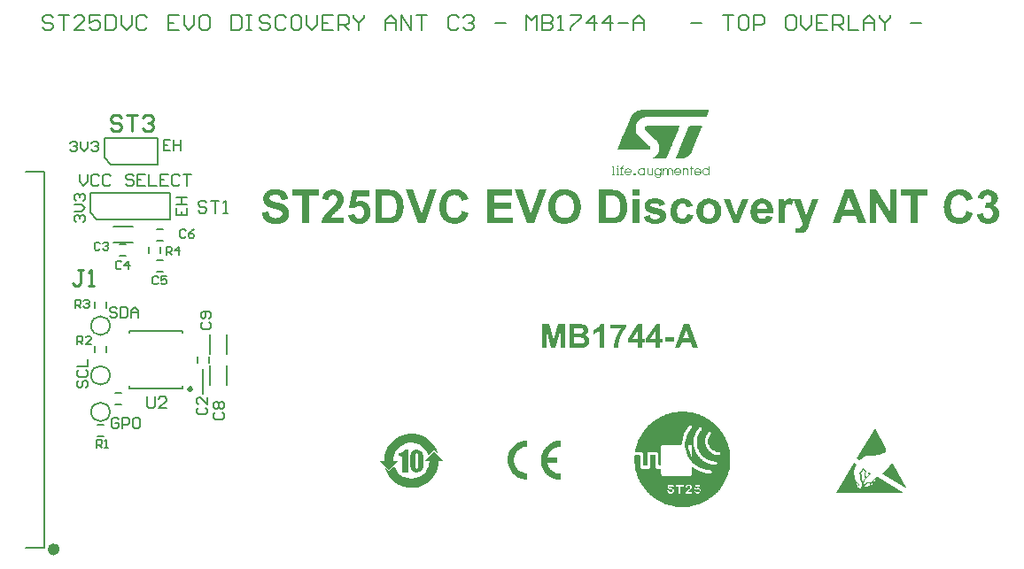
<source format=gto>
G04*
G04 #@! TF.GenerationSoftware,Altium Limited,Altium Designer,20.2.4 (192)*
G04*
G04 Layer_Color=16776960*
%FSLAX44Y44*%
%MOMM*%
G71*
G04*
G04 #@! TF.SameCoordinates,9262D3F7-DFB6-46AD-8F0E-08546F4AC646*
G04*
G04*
G04 #@! TF.FilePolarity,Positive*
G04*
G01*
G75*
%ADD10C,0.6000*%
%ADD11C,0.2000*%
%ADD12C,0.1500*%
%ADD13C,0.0514*%
%ADD14C,0.1700*%
%ADD15C,0.2540*%
G36*
X656060Y493838D02*
X656081Y493817D01*
X656145D01*
X656188Y493796D01*
X656210D01*
X656253Y493774D01*
X656274Y493753D01*
X656295Y493731D01*
X656317Y493731D01*
X656360Y493710D01*
X656445Y493624D01*
X656445Y493624D01*
X656467Y493581D01*
X656531Y493517D01*
X656531Y493474D01*
X656552Y493453D01*
X656574Y493410D01*
Y493410D01*
X656574Y493389D01*
X656595Y493346D01*
Y493282D01*
Y493260D01*
X656617Y493217D01*
X656617Y493153D01*
Y493153D01*
X656595Y493131D01*
X656595Y493024D01*
X656574Y493003D01*
X656574Y492982D01*
X656574Y492939D01*
X656552Y492939D01*
X656508Y492832D01*
X656428Y492639D01*
X656349Y492446D01*
X656260Y492232D01*
X656065Y491760D01*
X655968Y491525D01*
X655737Y490968D01*
X655622Y490689D01*
X655374Y490089D01*
X655108Y489447D01*
X654966Y489104D01*
X654816Y488740D01*
X654674Y488397D01*
X654523Y488033D01*
X654364Y487647D01*
X654346Y487604D01*
X654346Y487562D01*
X654324Y487540D01*
X654324Y487519D01*
X654303Y487497D01*
Y487476D01*
X654239Y487412D01*
X654239Y487390D01*
X654174Y487326D01*
X654153Y487326D01*
X654089Y487262D01*
X654067Y487262D01*
X654046Y487240D01*
X654025D01*
X654003Y487219D01*
X653982Y487219D01*
X653960Y487197D01*
X653939Y487197D01*
X653917Y487176D01*
X653853Y487176D01*
X653832Y487155D01*
X597812D01*
X596741Y487112D01*
X595713Y487005D01*
X595070Y486876D01*
X594749Y486812D01*
X593849Y486576D01*
X592992Y486255D01*
X592178Y485891D01*
X591450Y485462D01*
X590743Y484991D01*
X590121Y484477D01*
X589543Y483898D01*
X589007Y483299D01*
X588536Y482656D01*
X588129Y481992D01*
X587765Y481306D01*
X587444Y480578D01*
X587187Y479850D01*
X586994Y479100D01*
X586822Y478329D01*
X586737Y477557D01*
X586694Y476786D01*
Y476015D01*
X586737Y475244D01*
X586844Y474494D01*
X587015Y473744D01*
X587208Y473016D01*
X587465Y472309D01*
X587786Y471623D01*
X588150Y470981D01*
X588558Y470359D01*
X589007Y469760D01*
X589521Y469224D01*
X600019Y459413D01*
X600147Y459263D01*
X600276Y459113D01*
X600404Y458941D01*
X600511Y458791D01*
X600597Y458641D01*
X600661Y458470D01*
X600726Y458320D01*
X600768Y458170D01*
X600790Y458020D01*
X600811Y457849D01*
X600833Y457699D01*
X600811Y457549D01*
X600790Y457420D01*
X600768Y457270D01*
X600726Y457142D01*
X600554Y456799D01*
X600544Y456778D01*
X600543Y456778D01*
X600533Y456756D01*
X600499Y456713D01*
X600481Y456692D01*
X600447Y456649D01*
X600340Y456521D01*
X600233Y456435D01*
X600211Y456413D01*
X600169Y456371D01*
X600147Y456349D01*
X600126Y456328D01*
Y456328D01*
X600061Y456285D01*
X600029Y456264D01*
X599997Y456242D01*
X599954Y456221D01*
X599912Y456199D01*
X599869Y456178D01*
X599831Y456156D01*
X599756Y456114D01*
X599719Y456092D01*
X599569Y456049D01*
X599569D01*
X599512Y456028D01*
X599455Y456007D01*
X599454Y456006D01*
X599397Y455985D01*
X599397Y455985D01*
X599312Y455964D01*
X599226Y455942D01*
X599226D01*
X599055Y455921D01*
X599055Y455921D01*
X598862Y455899D01*
X598862Y455899D01*
X569984Y455899D01*
X569963Y455921D01*
X569920Y455921D01*
X569899Y455942D01*
X569856D01*
X569834Y455964D01*
X569791Y455985D01*
X569791Y455985D01*
X569770Y456006D01*
X569749Y456007D01*
X569727Y456028D01*
X569684Y456049D01*
X569642Y456092D01*
X569620Y456114D01*
X569599Y456156D01*
X569577Y456178D01*
X569556Y456199D01*
Y456221D01*
X569545Y456242D01*
X569534Y456264D01*
X569513Y456285D01*
X569513Y456328D01*
Y456328D01*
X569492Y456349D01*
Y456371D01*
X569470Y456413D01*
Y456435D01*
Y456521D01*
Y456649D01*
Y456692D01*
X569492Y456713D01*
X569492Y456756D01*
X569492Y456778D01*
X569513Y456778D01*
X569513Y456799D01*
X569655Y457142D01*
X569709Y457270D01*
X569771Y457420D01*
X569824Y457549D01*
X569887Y457699D01*
X569949Y457849D01*
X570020Y458020D01*
X570082Y458170D01*
X570145Y458320D01*
X570207Y458470D01*
X570278Y458641D01*
X570340Y458791D01*
X570402Y458941D01*
X570474Y459113D01*
X570536Y459263D01*
X570598Y459413D01*
X574672Y469224D01*
X574895Y469760D01*
X575144Y470359D01*
X575402Y470981D01*
X575669Y471623D01*
X575953Y472309D01*
X576247Y473016D01*
X576549Y473744D01*
X576861Y474494D01*
X577172Y475244D01*
X577492Y476015D01*
X577812Y476786D01*
X578133Y477557D01*
X578453Y478329D01*
X578773Y479100D01*
X579085Y479850D01*
X579387Y480578D01*
X579689Y481306D01*
X579974Y481992D01*
X580250Y482656D01*
X580517Y483299D01*
X580766Y483898D01*
X581006Y484477D01*
X581219Y484991D01*
X581415Y485462D01*
X581593Y485891D01*
X581744Y486255D01*
X581878Y486576D01*
X581976Y486812D01*
X582002Y486876D01*
X582059Y487005D01*
X582107Y487112D01*
X582126Y487155D01*
X582136Y487176D01*
X582136Y487176D01*
X582145Y487197D01*
X582145Y487197D01*
X582155Y487219D01*
X582155Y487219D01*
X582164Y487240D01*
X582174Y487262D01*
X582174Y487262D01*
X582206Y487326D01*
Y487326D01*
X582238Y487390D01*
X582249Y487412D01*
X582281Y487476D01*
X582291Y487497D01*
X582302Y487519D01*
X582313Y487540D01*
X582323Y487562D01*
X582345Y487604D01*
X582366Y487647D01*
X582581Y488033D01*
X582795Y488397D01*
X583031Y488740D01*
X583288Y489104D01*
X583545Y489447D01*
X584102Y490089D01*
X584701Y490689D01*
X585023Y490968D01*
X585708Y491525D01*
X586051Y491760D01*
X586780Y492232D01*
X587144Y492446D01*
X587529Y492639D01*
X587936Y492832D01*
X588227Y492939D01*
X588227Y492939D01*
X588343Y492982D01*
X588394Y493003D01*
X588445Y493024D01*
X588699Y493131D01*
X588750Y493153D01*
X588750Y493153D01*
X588954Y493217D01*
X589089Y493260D01*
X589157Y493282D01*
X589371Y493346D01*
X589514Y493389D01*
X589586Y493410D01*
X589586Y493410D01*
X589757Y493453D01*
X589843Y493474D01*
X590014Y493517D01*
X590271Y493581D01*
X590443Y493624D01*
X590443Y493624D01*
X591042Y493710D01*
X591192Y493731D01*
X591193Y493731D01*
X591342Y493753D01*
X591567Y493774D01*
X591792Y493796D01*
X591792D01*
X592242Y493817D01*
X592242D01*
X592712Y493838D01*
X592714Y493839D01*
X656060Y493838D01*
D02*
G37*
G36*
X649676Y478543D02*
X649719Y478521D01*
X649826Y478521D01*
X649847Y478500D01*
Y478500D01*
X649890Y478500D01*
X649911Y478479D01*
X649933Y478457D01*
X649976Y478457D01*
X649997Y478436D01*
X650019Y478414D01*
X650061Y478393D01*
X650104Y478350D01*
X650147Y478307D01*
X650169Y478286D01*
X650190Y478264D01*
X650201Y478243D01*
X650211Y478222D01*
X650211Y478200D01*
Y478200D01*
X650233Y478179D01*
Y478179D01*
X650254Y478136D01*
X650254Y478114D01*
X650276Y478093D01*
X650276Y478093D01*
X650276Y478050D01*
Y478050D01*
X650297Y478029D01*
X650297Y478007D01*
X650297Y477943D01*
X650297Y477857D01*
X650297Y477793D01*
X650297Y477750D01*
Y477729D01*
X650276Y477729D01*
X650276Y477686D01*
Y477664D01*
X650254Y477643D01*
X650254Y477643D01*
X650228Y477579D01*
X650174Y477450D01*
X640700Y454571D01*
X640528Y454164D01*
X640336Y453778D01*
X639907Y453007D01*
X639672Y452643D01*
X639414Y452300D01*
X639157Y451936D01*
X638600Y451293D01*
X638301Y450972D01*
X637658Y450372D01*
X636972Y449815D01*
X636629Y449558D01*
X635901Y449087D01*
X635516Y448873D01*
X635108Y448680D01*
X634723Y448487D01*
X634520Y448401D01*
X634469Y448380D01*
X634468Y448380D01*
X634316Y448316D01*
X634316Y448316D01*
X634156Y448252D01*
X634155Y448251D01*
X633887Y448144D01*
X633480Y448016D01*
X633266Y447952D01*
X633195Y447930D01*
X633052Y447887D01*
X633052Y447887D01*
X632977Y447866D01*
X632902Y447845D01*
X632752Y447802D01*
X632677Y447780D01*
X632602Y447759D01*
X632602Y447759D01*
X632388Y447716D01*
X632174Y447673D01*
X631836Y447609D01*
X631724Y447587D01*
X631724D01*
X631253Y447523D01*
X631253Y447523D01*
X631028Y447502D01*
X631028D01*
X630803Y447480D01*
X630803Y447480D01*
X630332Y447459D01*
X630331Y447459D01*
X629861Y447438D01*
X629860Y447438D01*
X625790Y447438D01*
X625768Y447459D01*
X625683Y447459D01*
X625661Y447480D01*
X625640Y447480D01*
X625597Y447502D01*
X625575D01*
X625533Y447523D01*
Y447523D01*
X625468Y447587D01*
X625468D01*
X625426Y447609D01*
X625361Y447673D01*
X625318Y447716D01*
X625297Y447759D01*
X625297Y447759D01*
X625297Y447780D01*
X625276Y447802D01*
X625254Y447845D01*
X625254Y447866D01*
X625233Y447887D01*
X625233Y447887D01*
X625233Y447930D01*
X625211Y447952D01*
X625211Y448016D01*
X625211Y448144D01*
X625212Y448251D01*
X625233Y448252D01*
X625233Y448316D01*
X625254Y448316D01*
X625254Y448380D01*
X625276Y448380D01*
X625276Y448401D01*
X625311Y448487D01*
X625391Y448680D01*
X625471Y448873D01*
X625560Y449087D01*
X625755Y449558D01*
X625862Y449815D01*
X626092Y450372D01*
X626341Y450972D01*
X626474Y451293D01*
X626741Y451936D01*
X626892Y452300D01*
X627034Y452643D01*
X627184Y453007D01*
X627504Y453778D01*
X627664Y454164D01*
X627833Y454571D01*
X637315Y477450D01*
X637358Y477579D01*
X637401Y477643D01*
X637401Y477643D01*
X637411Y477664D01*
X637422Y477686D01*
X637451Y477729D01*
X637451Y477729D01*
X637465Y477750D01*
X637486Y477793D01*
X637529Y477857D01*
X637615Y477943D01*
X637658Y478007D01*
X637679Y478029D01*
X637701Y478050D01*
X637701Y478050D01*
X637765Y478093D01*
X637765Y478093D01*
X637786Y478114D01*
X637808Y478136D01*
X637851Y478179D01*
X637851Y478179D01*
X637915Y478200D01*
X637915Y478200D01*
X637936Y478222D01*
X637958Y478243D01*
X637990Y478264D01*
X638022Y478286D01*
X638065Y478307D01*
X638129Y478350D01*
X638258Y478393D01*
X638322Y478414D01*
X638386Y478436D01*
X638429Y478457D01*
X638429Y478457D01*
X638429D01*
X638515Y478479D01*
X638579Y478500D01*
X638579Y478500D01*
X638643Y478500D01*
X638707Y478521D01*
X638708Y478521D01*
X638922D01*
X649646Y478543D01*
X649654Y478543D01*
X649676Y478543D01*
D02*
G37*
G36*
X627911D02*
X627953Y478521D01*
X628061Y478521D01*
X628082Y478500D01*
X628125Y478500D01*
X628146Y478479D01*
X628168Y478457D01*
X628211Y478457D01*
X628253Y478414D01*
X628296Y478393D01*
X628296Y478393D01*
X628360Y478329D01*
X628425Y478264D01*
X628435Y478243D01*
X628446Y478222D01*
X628468Y478200D01*
Y478179D01*
Y478179D01*
X628489Y478136D01*
X628510Y478114D01*
X628511Y478093D01*
X628521Y478072D01*
X628532Y478050D01*
X628532Y477986D01*
Y477943D01*
X628553Y477922D01*
X628553Y477836D01*
X628532Y477836D01*
X628532Y477772D01*
X628532Y477707D01*
X628510Y477707D01*
X628510Y477643D01*
Y477643D01*
X628457Y477515D01*
X628350Y477257D01*
X628288Y477108D01*
X628164Y476808D01*
X628102Y476658D01*
X627968Y476336D01*
X627906Y476186D01*
X627835Y476015D01*
X627773Y475865D01*
X627702Y475694D01*
X627640Y475544D01*
X627569Y475372D01*
X627506Y475222D01*
X627435Y475051D01*
X627373Y474901D01*
X623491Y465539D01*
X623482Y465518D01*
X623473Y465497D01*
X623447Y465432D01*
X623411Y465347D01*
X623376Y465261D01*
X623322Y465132D01*
X623198Y464832D01*
X623118Y464640D01*
X623038Y464447D01*
X622940Y464211D01*
X622842Y463976D01*
X622736Y463718D01*
X622620Y463440D01*
X622496Y463140D01*
X622372Y462840D01*
X622229Y462497D01*
X622087Y462155D01*
X621936Y461791D01*
X621785Y461426D01*
X621625Y461041D01*
X621456Y460634D01*
X621101Y459777D01*
X620915Y459327D01*
X620728Y458877D01*
X620533Y458406D01*
X620337Y457934D01*
X620133Y457442D01*
X619920Y456928D01*
X619706Y456413D01*
X619520Y455964D01*
X619333Y455514D01*
X619156Y455085D01*
X618818Y454271D01*
X618498Y453500D01*
X618338Y453114D01*
X618196Y452772D01*
X618045Y452407D01*
X617912Y452086D01*
X617770Y451743D01*
X617645Y451443D01*
X617521Y451143D01*
X617397Y450844D01*
X617165Y450287D01*
X617059Y450030D01*
X616961Y449794D01*
X616864Y449558D01*
X616775Y449344D01*
X616686Y449130D01*
X616606Y448937D01*
X616526Y448744D01*
X616455Y448573D01*
X616428Y448509D01*
X616407Y448444D01*
X616378Y448401D01*
X616364Y448380D01*
X616343Y448337D01*
X616321Y448273D01*
X616307Y448251D01*
X616278Y448209D01*
X616235Y448166D01*
X616193Y448102D01*
Y448102D01*
X616064Y447973D01*
X616021Y447909D01*
X615978Y447866D01*
X615935Y447844D01*
X615871Y447802D01*
X615828Y447759D01*
X615828Y447759D01*
X615797Y447738D01*
X615796Y447737D01*
X615764Y447716D01*
X615764Y447716D01*
X615721Y447695D01*
X615689Y447673D01*
X615689Y447673D01*
X615657Y447652D01*
X615593Y447630D01*
X615550Y447587D01*
X615358Y447523D01*
X615357Y447523D01*
X615293Y447502D01*
X615293Y447502D01*
X615229Y447481D01*
X615229Y447480D01*
X615164Y447480D01*
X615101Y447459D01*
X615100Y447459D01*
X615036D01*
X614951Y447438D01*
X614950Y447438D01*
X603039Y447438D01*
X603039Y447459D01*
X602996Y447459D01*
X602996Y447480D01*
X602996Y447480D01*
X602975Y447481D01*
X602975Y447502D01*
X602953Y447502D01*
X602953Y447523D01*
X602932Y447523D01*
X602932Y447587D01*
X602932Y447630D01*
X602932Y447652D01*
X602932Y447673D01*
X602953Y447673D01*
X602953Y447695D01*
X602954Y447716D01*
X602975Y447716D01*
X602975Y447737D01*
X603018Y447738D01*
X603018Y447759D01*
X603018Y447759D01*
X603112Y447802D01*
X603206Y447844D01*
X603253Y447866D01*
X603348Y447909D01*
X603489Y447973D01*
X603725Y448102D01*
X603725Y448102D01*
X603826Y448166D01*
X603893Y448209D01*
X603960Y448251D01*
X603997Y448273D01*
X604107Y448337D01*
X604181Y448380D01*
X604217Y448401D01*
X604276Y448444D01*
X604365Y448509D01*
X604453Y448573D01*
X604710Y448744D01*
X604946Y448937D01*
X605203Y449130D01*
X605438Y449344D01*
X605695Y449558D01*
X605931Y449794D01*
X606188Y450030D01*
X606424Y450287D01*
X606895Y450844D01*
X607109Y451143D01*
X607345Y451443D01*
X607559Y451743D01*
X607752Y452086D01*
X607945Y452407D01*
X608138Y452772D01*
X608330Y453114D01*
X608502Y453500D01*
X608802Y454271D01*
X609059Y455085D01*
X609166Y455514D01*
X609273Y455964D01*
X609359Y456413D01*
X609423Y456928D01*
X609466Y457442D01*
X609487Y457934D01*
X609466Y458406D01*
X609423Y458877D01*
X609380Y459327D01*
X609295Y459777D01*
X609080Y460634D01*
X608952Y461041D01*
X608823Y461426D01*
X608673Y461791D01*
X608502Y462155D01*
X608352Y462497D01*
X608181Y462840D01*
X607988Y463140D01*
X607816Y463440D01*
X607645Y463718D01*
X607474Y463976D01*
X607281Y464211D01*
X607131Y464447D01*
X606959Y464640D01*
X606810Y464832D01*
X606552Y465132D01*
X606445Y465261D01*
X606338Y465347D01*
X606253Y465432D01*
X606210Y465497D01*
X606167Y465518D01*
X606145Y465539D01*
X596098Y474901D01*
X595948Y475051D01*
X595798Y475222D01*
X595670Y475372D01*
X595584Y475544D01*
X595498Y475694D01*
X595413Y475865D01*
X595370Y476015D01*
X595327Y476186D01*
X595306Y476336D01*
Y476658D01*
X595327Y476808D01*
X595413Y477108D01*
X595477Y477257D01*
X595606Y477515D01*
X595691Y477643D01*
X595691Y477643D01*
X595745Y477707D01*
X595745Y477707D01*
X595798Y477772D01*
X595862Y477836D01*
X595863Y477836D01*
X595948Y477922D01*
X595970Y477943D01*
X596012Y477986D01*
X596109Y478050D01*
X596141Y478072D01*
X596167Y478093D01*
X596193Y478114D01*
X596218Y478136D01*
X596270Y478179D01*
X596270Y478179D01*
X596312Y478200D01*
X596355Y478222D01*
X596398Y478243D01*
X596430Y478264D01*
X596527Y478329D01*
X596677Y478393D01*
X596677Y478393D01*
X596752Y478414D01*
X596901Y478457D01*
X596902Y478457D01*
X596977Y478479D01*
X597126Y478500D01*
X597127Y478500D01*
X597298Y478521D01*
X597298Y478521D01*
X597448Y478543D01*
X597448Y478543D01*
X627911Y478543D01*
D02*
G37*
G36*
X569877Y440518D02*
X569877Y439211D01*
Y439211D01*
X568999Y439211D01*
X568999Y440518D01*
X568999Y440518D01*
X569877Y440518D01*
D02*
G37*
G36*
X634701Y438162D02*
X634851D01*
X634937Y438140D01*
X635001D01*
X635087Y438119D01*
X635087Y438119D01*
X635151D01*
X635237Y438097D01*
X635301Y438076D01*
X635366Y438054D01*
X635366D01*
X635451Y438033D01*
X635516Y438012D01*
X635644Y437969D01*
X635708Y437947D01*
X635741Y437926D01*
X635773Y437904D01*
X635837Y437883D01*
X635869Y437862D01*
X635901Y437840D01*
X635965Y437819D01*
X636008Y437776D01*
X636040Y437755D01*
X636073Y437733D01*
X636137Y437712D01*
X636137Y437712D01*
X636169Y437690D01*
X636201Y437669D01*
X636222Y437647D01*
X636265Y437604D01*
X636308Y437562D01*
X636372Y437519D01*
X636415Y437476D01*
X636480Y437433D01*
X636508Y437390D01*
X636522Y437369D01*
X636554Y437347D01*
X636587Y437326D01*
X636601Y437305D01*
Y437305D01*
X636615Y437283D01*
Y437283D01*
X636629Y437262D01*
Y437262D01*
X636651Y437240D01*
X636672Y437219D01*
X636687Y437197D01*
X636701Y437176D01*
X636715Y437155D01*
Y437155D01*
X636737Y437133D01*
X636779Y437090D01*
X636794Y437069D01*
X636822Y437026D01*
X636822Y437026D01*
X636833Y437005D01*
X636844Y436983D01*
X636858Y436962D01*
X636887Y436919D01*
X636915Y436876D01*
X636972Y436790D01*
X636983Y436748D01*
X636988Y436726D01*
X636994Y436705D01*
X637008Y436683D01*
X637037Y436641D01*
X637051Y436598D01*
X637058Y436576D01*
X637069Y436555D01*
X637090Y436512D01*
X637101Y436491D01*
X637115Y436448D01*
X637122Y436426D01*
X637138Y436362D01*
X637144Y436341D01*
X637172Y436298D01*
X637187Y436276D01*
X637192Y436255D01*
X637203Y436212D01*
X637229Y436105D01*
X637237Y436084D01*
X637251Y436041D01*
X637251Y436041D01*
Y435976D01*
Y435955D01*
X637278Y435848D01*
X637288Y435805D01*
X637304Y435741D01*
X637315Y435698D01*
Y435677D01*
Y435612D01*
Y435548D01*
Y435527D01*
X637328Y435462D01*
X637336Y435419D01*
Y435398D01*
Y435141D01*
X637358Y435055D01*
X637358Y431435D01*
Y431435D01*
X636415Y431435D01*
Y435055D01*
Y435141D01*
X636415Y435398D01*
X636408Y435419D01*
X636394Y435462D01*
Y435527D01*
X636394Y435548D01*
X636372Y435612D01*
X636372Y435677D01*
X636365Y435698D01*
X636351Y435741D01*
Y435805D01*
X636330Y435848D01*
X636294Y435955D01*
X636287Y435976D01*
Y436041D01*
X636287Y436041D01*
X636265Y436084D01*
X636258Y436105D01*
X636222Y436212D01*
X636201Y436255D01*
X636180Y436276D01*
X636158Y436298D01*
X636144Y436341D01*
X636137Y436362D01*
X636105Y436426D01*
X636094Y436448D01*
X636065Y436491D01*
X636051Y436512D01*
X636030Y436555D01*
X636008Y436576D01*
X635987Y436598D01*
X635965Y436641D01*
X635923Y436683D01*
X635912Y436705D01*
X635901Y436726D01*
X635858Y436748D01*
X635816Y436790D01*
X635730Y436876D01*
X635666Y436919D01*
X635623Y436962D01*
X635591Y436983D01*
X635558Y437005D01*
X635516Y437026D01*
X635516Y437026D01*
X635451Y437069D01*
X635409Y437090D01*
X635408D01*
X635344Y437133D01*
X635301Y437155D01*
X635301Y437155D01*
X635237Y437176D01*
X635194Y437197D01*
X635130Y437219D01*
X635087Y437240D01*
X635044D01*
X634980Y437262D01*
X634980D01*
X634937Y437262D01*
X634894Y437283D01*
X634851Y437283D01*
X634809Y437305D01*
X634723Y437305D01*
X634680Y437326D01*
X634680D01*
X634209Y437326D01*
X634187Y437305D01*
X634102D01*
X634059Y437283D01*
X633994Y437283D01*
X633953Y437262D01*
X633952Y437262D01*
X633909D01*
X633866Y437240D01*
X633802Y437240D01*
X633716Y437197D01*
X633652Y437176D01*
X633609Y437155D01*
X633545Y437133D01*
X633502Y437090D01*
X633438Y437069D01*
X633395Y437026D01*
X633330Y437005D01*
X633288Y436962D01*
X633223Y436919D01*
X633181Y436876D01*
X633116Y436833D01*
X632923Y436641D01*
X632902Y436598D01*
X632859Y436555D01*
X632838Y436512D01*
X632816Y436448D01*
X632774Y436405D01*
X632752Y436362D01*
X632731Y436298D01*
X632709Y436255D01*
X632688Y436191D01*
X632666Y436148D01*
X632645Y436083D01*
X632623Y436041D01*
X632559Y435848D01*
X632559Y435784D01*
X632538Y435741D01*
X632538Y435676D01*
X632516Y435612D01*
Y435527D01*
X632495Y435462D01*
X632495Y431435D01*
Y431435D01*
X631552Y431435D01*
X631553Y435462D01*
Y435527D01*
Y435612D01*
X631553Y435676D01*
Y435741D01*
Y435784D01*
Y435848D01*
Y436041D01*
Y436083D01*
Y436148D01*
Y436191D01*
Y436255D01*
Y436298D01*
Y436362D01*
Y436405D01*
Y436448D01*
Y436512D01*
Y436555D01*
Y436598D01*
Y436641D01*
X631553Y436833D01*
Y436876D01*
Y436919D01*
Y436962D01*
Y437005D01*
Y437026D01*
Y437069D01*
Y437090D01*
Y437133D01*
Y437155D01*
Y437176D01*
Y437197D01*
Y437240D01*
Y437240D01*
Y437262D01*
Y437262D01*
Y438011D01*
X631553Y438012D01*
X632495Y438011D01*
X632495Y437262D01*
X632506Y437283D01*
X632506Y437283D01*
X632516Y437305D01*
X632538Y437326D01*
X632538Y437326D01*
X632559Y437347D01*
X632570Y437369D01*
X632581Y437390D01*
X632623Y437433D01*
X632666Y437476D01*
X632709Y437519D01*
X632752Y437562D01*
X632795Y437604D01*
X632859Y437647D01*
X632881Y437669D01*
X632902Y437690D01*
X632966Y437712D01*
X632966Y437712D01*
X632988Y437733D01*
X633009Y437755D01*
X633041Y437776D01*
X633106Y437819D01*
X633138Y437840D01*
X633202Y437862D01*
X633234Y437883D01*
X633266Y437904D01*
X633330Y437926D01*
X633363Y437947D01*
X633395Y437969D01*
X633523Y438012D01*
X633566Y438033D01*
X633609Y438054D01*
X633609D01*
X633673Y438076D01*
X633759Y438097D01*
X633845Y438119D01*
X633930Y438119D01*
X633995Y438140D01*
X633995D01*
X634080Y438162D01*
X634273D01*
X634359Y438183D01*
X634616D01*
X634701Y438162D01*
D02*
G37*
G36*
X619963D02*
X620070D01*
X620177Y438140D01*
X620284Y438119D01*
X620391Y438097D01*
X620498Y438076D01*
X620498Y438076D01*
X620606Y438033D01*
X620606Y438033D01*
X620670Y438012D01*
X620734Y437990D01*
X620734Y437990D01*
X620841Y437947D01*
X620895Y437926D01*
X620948Y437904D01*
X621077Y437840D01*
X621148Y437797D01*
X621220Y437755D01*
X621327Y437690D01*
X621398Y437647D01*
Y437647D01*
X621505Y437562D01*
X621539Y437519D01*
X621591Y437455D01*
X621698Y437369D01*
X621732Y437326D01*
X621749Y437305D01*
X621749Y437305D01*
X621767Y437283D01*
X621784Y437262D01*
Y437262D01*
X621801Y437240D01*
X621818Y437219D01*
X621869Y437155D01*
X621884Y437133D01*
X621912Y437090D01*
X621941Y437048D01*
X621969Y437005D01*
X621984Y436983D01*
X622041Y436898D01*
X622094Y436791D01*
X622105Y436769D01*
X622114Y436748D01*
X622133Y436705D01*
X622151Y436662D01*
X622169Y436619D01*
X622206Y436533D01*
X622215Y436512D01*
X622234Y436469D01*
Y436469D01*
X622239Y436448D01*
X622250Y436405D01*
X622255Y436384D01*
X622266Y436341D01*
X622271Y436319D01*
X622282Y436276D01*
X622287Y436255D01*
X622298Y436212D01*
X622309Y436169D01*
X622319Y436126D01*
Y436126D01*
X622324Y436105D01*
X622334Y436062D01*
X622353Y435976D01*
X622362Y435934D01*
Y435934D01*
X622367Y435891D01*
X622372Y435848D01*
X622384Y435741D01*
Y435741D01*
Y435698D01*
Y435548D01*
X622401Y435377D01*
X622405Y435334D01*
Y435312D01*
X622405Y431435D01*
Y431435D01*
X621484Y431435D01*
X621484Y435312D01*
X621477Y435334D01*
X621462Y435377D01*
Y435548D01*
X621462Y435698D01*
X621441Y435741D01*
X621441Y435741D01*
X621441Y435848D01*
X621420Y435891D01*
Y435934D01*
Y435934D01*
X621398Y435976D01*
Y436062D01*
X621377Y436105D01*
Y436126D01*
X621377Y436126D01*
X621355Y436169D01*
Y436212D01*
X621334Y436255D01*
X621312Y436276D01*
X621312Y436319D01*
X621291Y436341D01*
X621270Y436384D01*
X621270Y436405D01*
X621248Y436448D01*
X621227Y436469D01*
X621227Y436469D01*
X621227Y436512D01*
X621205Y436533D01*
X621162Y436619D01*
X621120Y436662D01*
X621098Y436705D01*
X621055Y436748D01*
X621045Y436769D01*
X621034Y436791D01*
X620927Y436898D01*
X620841Y436983D01*
X620798Y437005D01*
X620755Y437048D01*
X620670Y437090D01*
X620627Y437133D01*
X620563Y437155D01*
X620434Y437219D01*
X620370Y437240D01*
X620327Y437262D01*
X620263Y437262D01*
X620220Y437283D01*
X620156Y437305D01*
X620048Y437305D01*
X620006Y437326D01*
X619513D01*
X619470Y437305D01*
X619363D01*
X619299Y437283D01*
X619256Y437262D01*
X619192D01*
X619149Y437240D01*
X619149D01*
X619085Y437219D01*
X618999Y437176D01*
X618935Y437155D01*
X618892Y437133D01*
X618849Y437090D01*
X618806Y437069D01*
X618763Y437048D01*
X618720Y437005D01*
X618678Y436984D01*
X618677Y436983D01*
X618677Y436983D01*
X618635Y436940D01*
X618592Y436898D01*
X618570Y436876D01*
X618528Y436833D01*
X618485Y436791D01*
X618485Y436790D01*
X618463Y436748D01*
X618420Y436705D01*
X618399Y436662D01*
X618356Y436619D01*
X618356Y436619D01*
X618335Y436576D01*
X618313Y436533D01*
X618292Y436512D01*
X618292Y436512D01*
Y436469D01*
Y436469D01*
X618270Y436448D01*
X618270Y436448D01*
X618249Y436405D01*
X618249Y436405D01*
X618249Y436384D01*
Y436383D01*
X618228Y436341D01*
X618228Y436341D01*
X618206Y436319D01*
X618206Y436319D01*
X618206Y436276D01*
Y436276D01*
X618185Y436255D01*
X618185Y436255D01*
X618163Y436212D01*
X618163Y436212D01*
X618163Y436169D01*
Y436169D01*
X618153Y436148D01*
X618142Y436126D01*
Y436105D01*
Y436105D01*
X618120Y436062D01*
Y436062D01*
X618120Y436019D01*
Y436019D01*
X618099Y435976D01*
Y435976D01*
X618099Y435934D01*
Y435891D01*
X618078Y435848D01*
X618078Y435848D01*
Y435805D01*
Y435741D01*
X618056Y435698D01*
Y435698D01*
X618056Y435655D01*
Y435419D01*
X618035Y435377D01*
X618035Y431435D01*
Y431435D01*
X617114Y431435D01*
Y435377D01*
Y435419D01*
Y435655D01*
X617092Y435698D01*
X617092Y435698D01*
Y435741D01*
X617092Y435805D01*
X617071Y435848D01*
X617071Y435848D01*
Y435891D01*
X617071Y435934D01*
X617049Y435976D01*
X617049Y435976D01*
Y436019D01*
X617049Y436019D01*
X617028Y436062D01*
X617028Y436062D01*
Y436105D01*
Y436105D01*
X617017Y436126D01*
X617007Y436148D01*
Y436169D01*
Y436169D01*
X616985Y436212D01*
X616985Y436212D01*
X616985Y436255D01*
Y436255D01*
X616964Y436276D01*
X616964Y436276D01*
X616942Y436319D01*
Y436319D01*
Y436341D01*
X616942Y436341D01*
X616921Y436383D01*
X616921Y436384D01*
X616899Y436405D01*
X616899Y436405D01*
X616899Y436448D01*
Y436448D01*
X616878Y436469D01*
X616878Y436469D01*
X616857Y436512D01*
X616857Y436512D01*
Y436533D01*
X616857D01*
X616835Y436576D01*
X616792Y436619D01*
X616792Y436619D01*
X616771Y436662D01*
X616749Y436705D01*
X616749D01*
X616707Y436748D01*
X616664Y436790D01*
X616664Y436791D01*
X616642Y436833D01*
X616600Y436876D01*
X616557Y436898D01*
X616514Y436940D01*
X616492Y436983D01*
Y436983D01*
X616492Y436984D01*
X616450Y437005D01*
X616407Y437048D01*
X616364Y437069D01*
X616321Y437090D01*
X616257Y437133D01*
X616214Y437155D01*
X616128Y437197D01*
X616064Y437219D01*
X615978Y437262D01*
X615914Y437262D01*
X615871Y437283D01*
X615807Y437305D01*
X615700Y437305D01*
X615635Y437326D01*
X615164D01*
X615121Y437305D01*
X614993D01*
X614950Y437283D01*
X614886Y437262D01*
X614843D01*
X614779Y437240D01*
X614693Y437197D01*
X614629Y437176D01*
X614543Y437133D01*
X614500Y437090D01*
X614414Y437048D01*
X614372Y437005D01*
X614329Y436983D01*
X614243Y436898D01*
X614200Y436876D01*
X614179Y436833D01*
X614093Y436748D01*
X614072Y436705D01*
X614029Y436662D01*
X613965Y436533D01*
X613943Y436512D01*
X613922Y436469D01*
X613922Y436448D01*
X613900Y436405D01*
X613879Y436383D01*
X613879Y436341D01*
X613857Y436319D01*
X613836Y436276D01*
X613836Y436255D01*
X613815Y436212D01*
X613815Y436169D01*
X613793Y436148D01*
Y436105D01*
X613772Y436062D01*
Y436019D01*
X613750Y435976D01*
Y435891D01*
X613729Y435848D01*
X613729Y435741D01*
X613708Y435698D01*
X613708Y435548D01*
X613686Y435484D01*
X613686Y431435D01*
Y431435D01*
X612765Y431435D01*
X612765Y435484D01*
Y435548D01*
Y435698D01*
Y435741D01*
Y435848D01*
Y435891D01*
Y435976D01*
Y436019D01*
Y436062D01*
Y436105D01*
Y436148D01*
Y436169D01*
Y436212D01*
Y436255D01*
Y436276D01*
Y436319D01*
Y436341D01*
Y436383D01*
Y436405D01*
Y436448D01*
Y436469D01*
Y436512D01*
Y436533D01*
Y436662D01*
Y436705D01*
Y436748D01*
Y436833D01*
Y436876D01*
Y436898D01*
Y436983D01*
Y437005D01*
Y437048D01*
Y437090D01*
Y437133D01*
Y437176D01*
Y437197D01*
Y437240D01*
Y437262D01*
Y437283D01*
Y437305D01*
Y437326D01*
Y437369D01*
X612765Y438011D01*
X612765Y438012D01*
X613686Y438011D01*
X613686Y437369D01*
X613729Y437433D01*
X613815Y437519D01*
X613857Y437583D01*
X613922Y437647D01*
X613943Y437669D01*
X613975Y437690D01*
X614007Y437712D01*
X614050Y437733D01*
X614072Y437755D01*
X614093Y437776D01*
X614157Y437819D01*
X614200Y437840D01*
X614200Y437840D01*
X614264Y437883D01*
X614264D01*
X614329Y437905D01*
X614350Y437926D01*
X614372Y437947D01*
X614372D01*
X614500Y437990D01*
X614629Y438033D01*
X614672Y438054D01*
X614736Y438076D01*
X614800Y438097D01*
X614864Y438119D01*
X614929Y438119D01*
X614993Y438140D01*
X614993D01*
X615057Y438140D01*
X615100Y438162D01*
X615229D01*
X615293Y438183D01*
X615293Y438183D01*
X615528Y438183D01*
X615593Y438162D01*
X615721D01*
X615785Y438140D01*
X615785Y438140D01*
X615871D01*
X615935Y438119D01*
X615936Y438119D01*
X616021Y438097D01*
X616085Y438076D01*
X616171Y438054D01*
X616235Y438033D01*
X616235D01*
X616407Y437990D01*
X616471Y437947D01*
X616471D01*
X616557Y437926D01*
X616600Y437905D01*
X616642Y437883D01*
X616642D01*
X616707Y437840D01*
X616707Y437840D01*
X616749Y437819D01*
X616835Y437776D01*
X616878Y437755D01*
X616899Y437733D01*
X616921Y437712D01*
X616942Y437690D01*
X616985Y437669D01*
X617028Y437647D01*
X617092Y437583D01*
X617156Y437519D01*
X617242Y437433D01*
X617306Y437369D01*
X617349Y437326D01*
X617365Y437305D01*
X617365Y437305D01*
X617381Y437283D01*
X617397Y437262D01*
X617397Y437262D01*
X617430Y437219D01*
X617446Y437197D01*
X617478Y437155D01*
X617489Y437133D01*
X617510Y437090D01*
X617521Y437069D01*
X617537Y437048D01*
X617569Y437005D01*
X617585Y436984D01*
X617596Y437005D01*
X617617Y437048D01*
X617628Y437069D01*
X617644Y437090D01*
X617676Y437133D01*
X617692Y437155D01*
X617708Y437176D01*
X617740Y437219D01*
X617756Y437240D01*
X617756D01*
X617767Y437262D01*
X617778Y437283D01*
X617789Y437305D01*
X617799Y437326D01*
X617799D01*
X617842Y437369D01*
X617928Y437455D01*
X618013Y437519D01*
X618056Y437562D01*
X618142Y437647D01*
X618142Y437647D01*
X618228Y437690D01*
X618292Y437755D01*
X618378Y437797D01*
X618442Y437840D01*
X618570Y437904D01*
X618613Y437926D01*
X618677Y437947D01*
X618763Y437990D01*
X618763Y437990D01*
X618849Y438012D01*
X618913Y438033D01*
X618913Y438033D01*
X619085Y438076D01*
X619085Y438076D01*
X619149Y438097D01*
X619234Y438119D01*
X619299Y438140D01*
X619363D01*
X619449Y438162D01*
X619577D01*
X619642Y438183D01*
X619856D01*
X619963Y438162D01*
D02*
G37*
G36*
X657430Y440304D02*
Y436962D01*
Y436940D01*
Y436855D01*
Y436791D01*
Y436705D01*
Y436533D01*
Y436319D01*
Y436233D01*
Y436126D01*
Y435998D01*
Y435891D01*
Y435762D01*
Y435655D01*
Y435398D01*
Y435270D01*
Y435141D01*
Y434991D01*
Y434863D01*
Y434584D01*
Y434455D01*
Y434305D01*
Y434177D01*
Y434048D01*
Y433791D01*
Y433684D01*
Y433556D01*
Y433234D01*
Y433127D01*
Y433020D01*
Y432849D01*
Y432763D01*
Y432677D01*
Y432592D01*
Y432506D01*
Y431456D01*
Y431456D01*
X656510Y431456D01*
X656509Y432506D01*
X656445Y432420D01*
X656424Y432399D01*
X656381Y432356D01*
Y432356D01*
X656333Y432292D01*
X656317Y432270D01*
X656288Y432249D01*
X656260Y432228D01*
X656231Y432206D01*
X656215Y432185D01*
X656183Y432142D01*
X656167Y432120D01*
X656103Y432056D01*
X656045Y432013D01*
X655931Y431928D01*
X655910Y431906D01*
X655867Y431863D01*
X655781Y431820D01*
X655695Y431756D01*
X655481Y431649D01*
X655353Y431585D01*
X655267Y431542D01*
X655181Y431521D01*
X655096Y431478D01*
X655010Y431456D01*
X654839Y431413D01*
X654667Y431371D01*
X654496Y431328D01*
X654410D01*
X654324Y431306D01*
X654174D01*
X654089Y431285D01*
X654003D01*
X653810Y431306D01*
X653639D01*
X653446Y431328D01*
X653275Y431371D01*
X653082Y431413D01*
X652911Y431456D01*
X652853Y431478D01*
X652739Y431521D01*
X652689Y431542D01*
X652589Y431585D01*
X652418Y431649D01*
X652230Y431756D01*
X652118Y431820D01*
X652043Y431863D01*
X651968Y431906D01*
X651942Y431928D01*
X651840Y432013D01*
X651779Y432056D01*
X651690Y432120D01*
X651664Y432142D01*
X651638Y432163D01*
X651612Y432185D01*
X651561Y432228D01*
X651561Y432228D01*
X651543Y432249D01*
X651507Y432292D01*
X651472Y432335D01*
X651454Y432356D01*
X651411Y432399D01*
X651325Y432485D01*
X651183Y432656D01*
X651111Y432742D01*
Y432742D01*
X651013Y432913D01*
X650952Y433020D01*
X650903Y433106D01*
X650842Y433213D01*
X650768Y433341D01*
X650696Y433534D01*
X650648Y433663D01*
X650640Y433684D01*
X650613Y433791D01*
X650586Y433899D01*
X650554Y434027D01*
X650538Y434156D01*
X650519Y434305D01*
X650511Y434370D01*
X650504Y434434D01*
X650490Y434563D01*
Y434884D01*
Y435077D01*
X650511Y435248D01*
X650554Y435398D01*
X650565Y435484D01*
X650576Y435569D01*
X650588Y435612D01*
X650618Y435719D01*
X650637Y435762D01*
X650683Y435869D01*
X650691Y435891D01*
X650731Y435998D01*
X650747Y436041D01*
X650784Y436126D01*
X650829Y436233D01*
X650875Y436341D01*
X650937Y436448D01*
X650961Y436491D01*
X650990Y436533D01*
X651047Y436619D01*
X651108Y436705D01*
X651154Y436769D01*
X651172Y436791D01*
X651243Y436876D01*
X651350Y437005D01*
X651404Y437069D01*
X651475Y437155D01*
Y437155D01*
X651561Y437240D01*
X651582Y437262D01*
X651604Y437283D01*
X651655Y437326D01*
X651681Y437347D01*
X651784Y437433D01*
X651861Y437497D01*
X651891Y437519D01*
X652011Y437605D01*
X652086Y437647D01*
X652161Y437690D01*
X652204Y437712D01*
X652289Y437755D01*
X652332Y437776D01*
X652407Y437819D01*
X652482Y437862D01*
X652596Y437904D01*
X652711Y437947D01*
X652768Y437969D01*
X652825Y437990D01*
X652889Y438012D01*
X652953Y438033D01*
X653018Y438054D01*
X653211Y438097D01*
X653307Y438119D01*
X653403Y438140D01*
X653596Y438162D01*
X653596D01*
X653789Y438183D01*
X653789Y438183D01*
X654196Y438183D01*
X654260Y438162D01*
X654389D01*
X654453Y438140D01*
X654539D01*
X654624Y438119D01*
X654689Y438097D01*
X654860Y438054D01*
X654946Y438033D01*
X655053Y438012D01*
X655096Y437990D01*
X655138Y437969D01*
X655224Y437947D01*
X655310Y437904D01*
X655417Y437862D01*
X655503Y437819D01*
X655574Y437776D01*
X655610Y437755D01*
X655695Y437712D01*
X655731Y437690D01*
X655803Y437647D01*
X655860Y437605D01*
X655974Y437519D01*
X656001Y437497D01*
X656081Y437433D01*
X656167Y437347D01*
X656188Y437326D01*
X656253Y437262D01*
X656295Y437219D01*
X656338Y437176D01*
X656338D01*
X656390Y437112D01*
X656424Y437069D01*
X656510Y436962D01*
X656510Y440304D01*
Y440304D01*
X657430Y440304D01*
D02*
G37*
G36*
X598669Y438011D02*
Y434113D01*
X598690Y434048D01*
Y434048D01*
X598690Y433963D01*
Y433856D01*
X598712Y433791D01*
Y433791D01*
X598712Y433727D01*
X598722Y433706D01*
X598733Y433684D01*
Y433641D01*
Y433620D01*
X598755Y433556D01*
Y433556D01*
X598755Y433513D01*
X598762Y433491D01*
X598776Y433449D01*
X598797Y433406D01*
Y433406D01*
Y433341D01*
Y433341D01*
X598819Y433299D01*
X598833Y433256D01*
X598840Y433234D01*
X598926Y433063D01*
X598947Y432999D01*
X599012Y432870D01*
X599033Y432849D01*
X599055Y432806D01*
X599097Y432763D01*
X599108Y432742D01*
X599119Y432720D01*
X599140Y432699D01*
X599226Y432613D01*
X599269Y432592D01*
X599280Y432570D01*
X599290Y432549D01*
X599333Y432527D01*
X599333Y432527D01*
X599376Y432485D01*
X599419Y432463D01*
X599419Y432463D01*
X599462Y432420D01*
X599547Y432378D01*
X599676Y432313D01*
X599719Y432292D01*
X599783Y432270D01*
X599869Y432228D01*
X599911D01*
X599976Y432206D01*
X600019Y432185D01*
X600083D01*
X600126Y432163D01*
X600126Y432163D01*
X600190D01*
X600233Y432142D01*
X600404Y432142D01*
X600468Y432120D01*
X600683Y432120D01*
X600747Y432142D01*
X600897D01*
X600940Y432163D01*
X600940D01*
X601047Y432163D01*
X601090Y432185D01*
X601133Y432185D01*
X601175Y432206D01*
X601218D01*
X601261Y432228D01*
X601325Y432249D01*
X601368Y432270D01*
X601390Y432270D01*
X601432Y432292D01*
X601475Y432313D01*
X601559Y432355D01*
X601647Y432399D01*
X601668Y432442D01*
X601797Y432506D01*
X601818Y432549D01*
X601861Y432570D01*
X601882Y432613D01*
X601925Y432635D01*
X601947Y432677D01*
X601989Y432699D01*
X602032Y432742D01*
X602054Y432785D01*
X602096Y432806D01*
X602118Y432849D01*
X602161Y432892D01*
X602204Y432977D01*
X602247Y433020D01*
X602289Y433106D01*
X602332Y433149D01*
X602354Y433213D01*
X602375Y433256D01*
X602418Y433384D01*
X602439Y433427D01*
X602482Y433556D01*
X602504Y433641D01*
Y433706D01*
X602546Y433877D01*
Y433941D01*
X602568Y434048D01*
Y434220D01*
X602589Y434327D01*
Y438011D01*
X603510D01*
X603510Y434327D01*
Y434220D01*
Y434048D01*
Y433941D01*
Y433877D01*
Y433706D01*
Y433641D01*
Y433556D01*
Y433427D01*
Y433384D01*
Y433256D01*
X603510Y433213D01*
Y433149D01*
Y433106D01*
Y433020D01*
Y432977D01*
Y432892D01*
Y432849D01*
Y432806D01*
Y432785D01*
Y432742D01*
Y432699D01*
Y432677D01*
X603510Y432635D01*
Y432613D01*
Y432570D01*
Y432549D01*
Y432506D01*
Y432442D01*
Y432399D01*
Y432355D01*
Y431456D01*
Y431456D01*
X602632Y431456D01*
X602632Y432355D01*
X602611Y432313D01*
X602589Y432292D01*
X602579Y432270D01*
Y432270D01*
X602568Y432249D01*
X602557Y432228D01*
X602546Y432206D01*
X602525Y432185D01*
X602525Y432185D01*
X602504Y432163D01*
X602504Y432163D01*
X602493Y432142D01*
X602493D01*
X602482Y432120D01*
Y432120D01*
X602311Y431949D01*
X602268Y431906D01*
X602225Y431863D01*
X602118Y431756D01*
X602022Y431692D01*
X601989Y431670D01*
X601925Y431628D01*
X601925Y431628D01*
X601839Y431585D01*
X601775Y431542D01*
X601775Y431542D01*
X601690Y431521D01*
X601689Y431521D01*
X601625Y431478D01*
Y431478D01*
X601540Y431456D01*
X601539D01*
X601432Y431413D01*
X601432Y431413D01*
X601347Y431392D01*
X601261Y431371D01*
X600940Y431306D01*
X600833D01*
X600704Y431285D01*
X600340D01*
X600233Y431306D01*
X600126D01*
X599804Y431371D01*
X599719Y431392D01*
X599612Y431413D01*
X599612Y431413D01*
X599526Y431456D01*
X599526D01*
X599440Y431478D01*
X599440Y431478D01*
X599355Y431521D01*
X599355Y431521D01*
X599269Y431542D01*
X599269Y431542D01*
X599204Y431585D01*
X599204D01*
X599119Y431628D01*
X599119Y431628D01*
X599055Y431670D01*
X598990Y431692D01*
X598894Y431756D01*
X598733Y431863D01*
X598690Y431906D01*
X598626Y431949D01*
X598455Y432120D01*
X598433Y432142D01*
Y432142D01*
X598412Y432163D01*
X598412D01*
X598412Y432163D01*
X598401Y432185D01*
X598401D01*
X598390Y432206D01*
X598369Y432228D01*
X598369D01*
X598326Y432270D01*
X598305Y432292D01*
X598283Y432313D01*
X598262Y432378D01*
X598219Y432420D01*
X598176Y432463D01*
X598176Y432463D01*
X598169Y432485D01*
X598155Y432527D01*
X598155Y432527D01*
X598133Y432549D01*
X598112Y432570D01*
X598105Y432592D01*
X598098Y432613D01*
X598069Y432699D01*
X598058Y432720D01*
X598048Y432742D01*
X598033Y432763D01*
X598005Y432806D01*
X597991Y432849D01*
X597984Y432870D01*
X597941Y432999D01*
X597919Y433063D01*
X597862Y433234D01*
X597855Y433256D01*
Y433299D01*
Y433341D01*
X597855Y433341D01*
X597834Y433406D01*
X597833Y433406D01*
X597823Y433449D01*
X597812Y433491D01*
Y433513D01*
Y433556D01*
Y433556D01*
X597796Y433620D01*
X597791Y433641D01*
Y433684D01*
Y433706D01*
X597785Y433727D01*
X597769Y433791D01*
X597769Y433791D01*
Y433856D01*
Y433963D01*
X597748Y434048D01*
Y434048D01*
Y434113D01*
X597748Y438011D01*
X597748Y438012D01*
X598669Y438011D01*
D02*
G37*
G36*
X592756Y438183D02*
X592821Y438162D01*
X592971D01*
X593035Y438140D01*
X593121D01*
X593635Y438012D01*
X593763Y437947D01*
X593806Y437926D01*
X593913Y437883D01*
X593956Y437862D01*
X594085Y437797D01*
X594170Y437755D01*
X594242Y437712D01*
X594277Y437690D01*
X594392Y437604D01*
X594534Y437497D01*
X594534Y437497D01*
X594620Y437412D01*
X594649Y437390D01*
X594706Y437347D01*
Y437347D01*
X594791Y437262D01*
X594826Y437219D01*
X594860Y437176D01*
X594877Y437155D01*
X594893Y437133D01*
X594941Y437069D01*
X594993Y437005D01*
X595027Y436962D01*
Y438011D01*
X595948D01*
X595948Y436962D01*
Y436940D01*
Y436876D01*
Y436705D01*
Y436533D01*
Y436426D01*
Y436341D01*
Y436233D01*
Y436019D01*
Y435891D01*
Y435784D01*
X595948Y435398D01*
Y435270D01*
Y435141D01*
X595948Y435012D01*
Y434863D01*
Y434584D01*
Y434455D01*
Y434327D01*
Y434177D01*
Y433920D01*
Y433813D01*
Y433684D01*
Y433556D01*
Y433234D01*
Y433127D01*
Y433020D01*
Y432849D01*
Y432763D01*
Y432677D01*
X595948Y432613D01*
Y432527D01*
Y432527D01*
X595948Y431456D01*
Y431456D01*
X595027Y431456D01*
X595027Y432527D01*
X594941Y432420D01*
X594929Y432399D01*
X594903Y432356D01*
X594877Y432313D01*
Y432313D01*
X594749Y432185D01*
X594727Y432163D01*
X594706Y432142D01*
X594684Y432120D01*
X594620Y432056D01*
X594563Y432013D01*
X594534Y431992D01*
X594470Y431928D01*
X594449Y431906D01*
X594363Y431842D01*
X594310Y431820D01*
X594256Y431799D01*
X594085Y431670D01*
X594042Y431649D01*
X593999Y431628D01*
X593892Y431585D01*
X593806Y431542D01*
X593720Y431521D01*
X593635Y431478D01*
X593528Y431456D01*
X593528D01*
X593356Y431413D01*
X593270Y431392D01*
X593206Y431371D01*
X593206D01*
X593120Y431349D01*
X593035D01*
X592971Y431328D01*
X592885D01*
X592821Y431306D01*
X592328D01*
X592157Y431328D01*
X592156D01*
X591964Y431349D01*
X591964D01*
X591792Y431371D01*
X591792D01*
X591707Y431392D01*
X591621Y431413D01*
X591428Y431456D01*
X591428D01*
X591378Y431478D01*
X591278Y431521D01*
X591221Y431542D01*
X591107Y431585D01*
X590993Y431628D01*
X590935Y431649D01*
X590898Y431670D01*
X590673Y431799D01*
X590635Y431820D01*
X590606Y431842D01*
X590516Y431906D01*
X590486Y431928D01*
X590389Y431992D01*
X590357Y432013D01*
X590297Y432056D01*
X590207Y432120D01*
X590186Y432142D01*
X590164Y432163D01*
X590143Y432185D01*
X590100Y432228D01*
X590079Y432249D01*
X590036Y432292D01*
X589971Y432356D01*
X589929Y432399D01*
X589843Y432485D01*
X589754Y432592D01*
X589736Y432613D01*
X589690Y432677D01*
X589644Y432742D01*
X589629Y432763D01*
X589543Y432892D01*
X589531Y432913D01*
X589469Y433020D01*
X589421Y433106D01*
X589372Y433191D01*
X589361Y433213D01*
X589286Y433363D01*
X589258Y433427D01*
X589222Y433513D01*
X589211Y433556D01*
X589184Y433663D01*
X589179Y433684D01*
X589139Y433791D01*
X589114Y433856D01*
X589098Y433920D01*
X589072Y434027D01*
X589053Y434177D01*
X589050Y434198D01*
X589038Y434305D01*
X589029Y434391D01*
X589024Y434434D01*
X589007Y434563D01*
Y434584D01*
Y434884D01*
Y434927D01*
X589023Y435034D01*
X589029Y435077D01*
X589045Y435205D01*
X589050Y435248D01*
X589066Y435355D01*
X589072Y435398D01*
X589093Y435484D01*
X589114Y435569D01*
X589133Y435634D01*
X589157Y435719D01*
X589168Y435762D01*
X589200Y435891D01*
X589200D01*
X589255Y436019D01*
X589347Y436233D01*
X589393Y436341D01*
X589454Y436448D01*
X589503Y436533D01*
X589564Y436641D01*
Y436641D01*
X589636Y436726D01*
X589672Y436769D01*
X589687Y436791D01*
X589748Y436876D01*
X589779Y436919D01*
X589886Y437048D01*
X589907Y437069D01*
X589950Y437112D01*
X590014Y437176D01*
X590036Y437197D01*
X590079Y437240D01*
X590121Y437283D01*
X590173Y437326D01*
X590199Y437347D01*
X590250Y437390D01*
X590280Y437412D01*
X590400Y437497D01*
X590400Y437497D01*
X590528Y437604D01*
X590648Y437690D01*
X590678Y437712D01*
X590764Y437755D01*
X590850Y437797D01*
X591000Y437862D01*
X591043Y437883D01*
X591128Y437926D01*
X591171Y437947D01*
X591343Y438012D01*
X591921Y438140D01*
X592113Y438162D01*
X592114D01*
X592328Y438183D01*
X592328Y438183D01*
X592756Y438183D01*
D02*
G37*
G36*
X575275Y440411D02*
Y440411D01*
Y440390D01*
Y440368D01*
Y440368D01*
Y440347D01*
Y440347D01*
Y440325D01*
Y440304D01*
Y440282D01*
Y440261D01*
Y440239D01*
Y440111D01*
Y440068D01*
X575275Y440004D01*
Y439961D01*
Y439918D01*
X575275Y439832D01*
Y439768D01*
Y439725D01*
Y439683D01*
Y439640D01*
X575233Y439618D01*
X575233D01*
X575061Y439618D01*
X575040Y439597D01*
X574933Y439597D01*
X574911Y439575D01*
Y439575D01*
X574890D01*
X574847Y439554D01*
X574804D01*
X574761Y439533D01*
X574740Y439533D01*
X574719Y439511D01*
X574697Y439511D01*
X574654Y439490D01*
X574633Y439490D01*
X574612Y439468D01*
X574590Y439468D01*
X574569Y439447D01*
X574547Y439447D01*
X574504Y439404D01*
X574483Y439404D01*
X574440Y439361D01*
X574419Y439340D01*
X574397Y439340D01*
X574355Y439297D01*
X574354Y439297D01*
X574312Y439275D01*
X574290Y439233D01*
Y439233D01*
X574247Y439211D01*
X574237Y439190D01*
X574226Y439168D01*
X574204Y439147D01*
X574194Y439126D01*
X574183Y439104D01*
X574162Y439083D01*
X574151Y439061D01*
X574140Y439040D01*
X574119Y439018D01*
X574119Y439018D01*
X574087Y438954D01*
X574055Y438890D01*
X574054Y438890D01*
Y438868D01*
X574033Y438826D01*
X574033Y438826D01*
Y438783D01*
X574022Y438761D01*
X574012Y438740D01*
X574012Y438719D01*
Y438676D01*
X573990Y438633D01*
X573990Y438526D01*
Y438461D01*
Y438461D01*
X573969Y438419D01*
X573969Y438012D01*
Y438012D01*
X575040Y438011D01*
X575040Y437155D01*
Y437155D01*
X573969Y437154D01*
X573969Y432271D01*
Y432270D01*
X575040Y432270D01*
X575040Y431456D01*
Y431456D01*
X572041Y431456D01*
X572041Y432270D01*
Y432270D01*
X573091Y432271D01*
X573090Y437154D01*
Y437155D01*
X572041Y437155D01*
X572041Y438011D01*
Y438012D01*
X573091Y438012D01*
Y438419D01*
Y438461D01*
X573091Y438461D01*
X573112Y438526D01*
Y438633D01*
Y438676D01*
Y438719D01*
X573123Y438740D01*
X573133Y438761D01*
Y438783D01*
Y438826D01*
Y438826D01*
X573148Y438868D01*
X573155Y438890D01*
X573155Y438890D01*
Y438954D01*
X573176Y439018D01*
X573176Y439018D01*
X573187Y439040D01*
X573198Y439061D01*
X573205Y439083D01*
X573212Y439104D01*
X573219Y439126D01*
Y439147D01*
Y439168D01*
X573219Y439190D01*
X573230Y439211D01*
X573241Y439233D01*
Y439233D01*
X573255Y439275D01*
X573262Y439297D01*
Y439297D01*
X573290Y439340D01*
X573290Y439340D01*
X573305Y439361D01*
X573326Y439404D01*
Y439404D01*
X573326D01*
X573340Y439447D01*
Y439447D01*
X573348Y439468D01*
X573348Y439468D01*
X573348D01*
X573369Y439490D01*
X573369Y439490D01*
X573390Y439511D01*
X573391Y439511D01*
X573405Y439533D01*
Y439533D01*
X573419Y439554D01*
X573433Y439575D01*
X573433Y439575D01*
X573444Y439597D01*
X573444Y439597D01*
X573455Y439618D01*
X573455Y439618D01*
X573469Y439640D01*
X573498Y439683D01*
X573540Y439725D01*
X573605Y439768D01*
X573648Y439832D01*
X573733Y439918D01*
X573819Y439961D01*
X573840Y440004D01*
X573969Y440068D01*
X574012Y440111D01*
X574269Y440239D01*
X574312D01*
X574355Y440261D01*
X574419Y440282D01*
X574462Y440304D01*
X574504D01*
X574569Y440325D01*
X574612Y440347D01*
X574676Y440347D01*
X574719Y440368D01*
X574783Y440368D01*
X574847Y440390D01*
X574954D01*
X575019Y440411D01*
X575211Y440411D01*
X575275Y440432D01*
X575275Y440411D01*
D02*
G37*
G36*
X570091Y438011D02*
X570091Y437176D01*
Y437176D01*
X570092Y432271D01*
Y432270D01*
X571120Y432270D01*
X571119Y431456D01*
Y431456D01*
X568142Y431456D01*
X568142Y432270D01*
Y432270D01*
X569213Y432271D01*
X569213Y437176D01*
X568163Y437176D01*
X568163Y438011D01*
X568164Y438012D01*
X570091Y438011D01*
D02*
G37*
G36*
X566000Y440304D02*
X566000Y439468D01*
Y439468D01*
X566000Y432271D01*
Y432270D01*
X567028Y432270D01*
X567028Y431456D01*
Y431456D01*
X564007Y431456D01*
X564008Y432270D01*
Y432270D01*
X565121Y432271D01*
X565121Y439468D01*
X564072Y439468D01*
X564072Y440304D01*
Y440304D01*
X566000Y440304D01*
D02*
G37*
G36*
X640657D02*
X640657Y438012D01*
Y438012D01*
X642199Y438011D01*
X642199Y437176D01*
Y437176D01*
X640657Y437176D01*
X640657Y431435D01*
Y431435D01*
X639714Y431435D01*
X639714Y437176D01*
X639714Y437176D01*
X638365Y437176D01*
X638365Y438011D01*
Y438012D01*
X639714Y438012D01*
X639715Y440304D01*
X639715Y440304D01*
X640657Y440304D01*
D02*
G37*
G36*
X646420Y438162D02*
X646548D01*
X646677Y438140D01*
X646934Y438097D01*
X647062Y438054D01*
X647169Y438012D01*
X647298Y437990D01*
X647405Y437947D01*
X647512Y437883D01*
X647726Y437797D01*
X647833Y437733D01*
X647919Y437669D01*
X648026Y437604D01*
X648112Y437540D01*
X648369Y437347D01*
Y437347D01*
X648391Y437326D01*
X648412Y437305D01*
X648433Y437283D01*
X648498Y437219D01*
X648519Y437197D01*
X648548Y437176D01*
X648605Y437133D01*
X648605Y437133D01*
X648637Y437090D01*
X648669Y437048D01*
X648717Y436983D01*
X648733Y436962D01*
X648776Y436919D01*
X648798Y436898D01*
X648862Y436812D01*
X648905Y436748D01*
X648921Y436726D01*
X648969Y436662D01*
X648980Y436641D01*
X649012Y436576D01*
X649069Y436491D01*
X649140Y436384D01*
X649162Y436319D01*
X649183Y436298D01*
X649204Y436276D01*
X649226Y436212D01*
X649269Y436148D01*
X649326Y435976D01*
X649354Y435891D01*
X649369Y435869D01*
X649397Y435826D01*
X649419Y435762D01*
X649419Y435741D01*
Y435698D01*
X649440Y435634D01*
X649483Y435505D01*
X649504Y435441D01*
X649504Y435355D01*
X649526Y435291D01*
X649526Y435227D01*
X649547Y435162D01*
Y435098D01*
Y435077D01*
X649569Y435012D01*
X649569Y434905D01*
X649568Y434541D01*
Y434391D01*
X643678Y434391D01*
X643699Y434263D01*
X643699Y434156D01*
X643742Y434048D01*
X643746Y434027D01*
X643763Y433941D01*
X643806Y433813D01*
X643857Y433684D01*
X643892Y433599D01*
X643935Y433513D01*
X643935D01*
X644025Y433363D01*
X644063Y433299D01*
X644127Y433213D01*
X644140Y433191D01*
X644192Y433106D01*
X644256Y433042D01*
X644277Y433020D01*
X644342Y432934D01*
X644363Y432913D01*
X644513Y432763D01*
Y432763D01*
X644620Y432699D01*
X644706Y432635D01*
X644727Y432613D01*
X644791Y432549D01*
X644899Y432485D01*
X645006Y432442D01*
X645113Y432377D01*
X645434Y432249D01*
X645434Y432249D01*
X645541Y432228D01*
X645670Y432185D01*
X645777Y432163D01*
X645906D01*
X646013Y432142D01*
X646248D01*
X646377Y432163D01*
X646484D01*
X646612Y432185D01*
X646826Y432228D01*
X646827Y432228D01*
X646912Y432270D01*
X647020Y432292D01*
X647126Y432335D01*
X647126Y432335D01*
X647469Y432506D01*
X647498Y432527D01*
X647555Y432570D01*
X647619Y432613D01*
X647648Y432635D01*
X647705Y432677D01*
X647769Y432720D01*
X647791Y432742D01*
X647898Y432849D01*
X647962Y432913D01*
X648005Y432977D01*
X648069Y433042D01*
X648098Y433084D01*
X648112Y433106D01*
X648176Y433170D01*
X648219Y433234D01*
X648241Y433299D01*
X648326Y433427D01*
X648337Y433470D01*
X648348Y433513D01*
X648391Y433577D01*
X648412Y433641D01*
X648412Y433663D01*
X648412Y433663D01*
X649397Y433663D01*
X649390Y433641D01*
X649369Y433577D01*
X649347Y433513D01*
X649333Y433470D01*
X649312Y433427D01*
X649247Y433299D01*
X649215Y433234D01*
X649183Y433170D01*
X649151Y433106D01*
X649140Y433084D01*
X649115Y433042D01*
X649076Y432977D01*
X649044Y432913D01*
X649012Y432849D01*
X648926Y432742D01*
X648913Y432720D01*
X648887Y432677D01*
X648862Y432635D01*
X648845Y432613D01*
X648810Y432570D01*
X648776Y432527D01*
X648755Y432506D01*
X648583Y432335D01*
Y432335D01*
X648549Y432292D01*
X648532Y432270D01*
X648498Y432228D01*
Y432228D01*
X648444Y432185D01*
X648417Y432163D01*
X648391Y432142D01*
X648230Y432013D01*
X648176Y431970D01*
X648105Y431928D01*
X648069Y431906D01*
X647962Y431820D01*
X647962D01*
X647833Y431756D01*
X647726Y431692D01*
X647641Y431649D01*
X647598Y431628D01*
X647526Y431585D01*
X647491Y431563D01*
X647362Y431521D01*
X647169Y431456D01*
X646977Y431392D01*
X646827Y431371D01*
X646570Y431328D01*
X646420Y431306D01*
X645970D01*
X645777Y431328D01*
X645434Y431371D01*
X645349Y431392D01*
X645091Y431456D01*
X644941Y431521D01*
X644827Y431563D01*
X644770Y431585D01*
X644670Y431628D01*
X644620Y431649D01*
X644545Y431692D01*
X644433Y431756D01*
X644320Y431820D01*
X644320D01*
X644217Y431906D01*
X644192Y431928D01*
X644117Y431970D01*
X644042Y432013D01*
X643913Y432142D01*
X643887Y432163D01*
X643862Y432185D01*
X643810Y432228D01*
X643785Y432249D01*
X643785Y432249D01*
X643656Y432377D01*
X643592Y432442D01*
X643549Y432485D01*
X643495Y432549D01*
X643442Y432613D01*
X643430Y432635D01*
X643393Y432699D01*
X643356Y432763D01*
X643356Y432763D01*
X643249Y432913D01*
X643235Y432934D01*
X643178Y433020D01*
X643163Y433042D01*
X643127Y433106D01*
X643078Y433191D01*
X643070Y433213D01*
X643037Y433299D01*
X643013Y433363D01*
X642949Y433513D01*
X642917Y433599D01*
X642885Y433684D01*
X642853Y433813D01*
X642821Y433941D01*
X642799Y434027D01*
X642796Y434048D01*
X642783Y434156D01*
X642770Y434263D01*
X642754Y434391D01*
Y434391D01*
X642735Y434541D01*
Y434905D01*
X642747Y435012D01*
X642754Y435077D01*
X642756Y435098D01*
X642764Y435162D01*
X642772Y435227D01*
Y435227D01*
X642788Y435355D01*
X642799Y435441D01*
X642810Y435484D01*
X642842Y435612D01*
X642879Y435741D01*
X642885Y435762D01*
X642949Y435934D01*
X642958Y435955D01*
X643013Y436083D01*
X643078Y436255D01*
X643090Y436276D01*
X643139Y436362D01*
X643188Y436448D01*
X643237Y436533D01*
X643249Y436555D01*
X643356Y436683D01*
X643368Y436705D01*
X643442Y436833D01*
X643549Y436962D01*
X643549D01*
X643613Y437026D01*
X643656Y437069D01*
X643699Y437112D01*
X643742Y437155D01*
X643828Y437240D01*
X643849Y437262D01*
X643870Y437283D01*
X643913Y437326D01*
X643939Y437347D01*
X644170Y437540D01*
X644283Y437604D01*
X644395Y437669D01*
X644508Y437733D01*
X644620Y437797D01*
X644770Y437883D01*
X644920Y437947D01*
X645034Y437990D01*
X645091Y438012D01*
X645263Y438054D01*
X645434Y438097D01*
X645606Y438140D01*
X645777Y438162D01*
X645948Y438183D01*
X646270D01*
X646420Y438162D01*
D02*
G37*
G36*
X627161D02*
X627289D01*
X627439Y438140D01*
X627568Y438119D01*
X627675Y438076D01*
X627803Y438054D01*
X627803Y438054D01*
X627932Y438012D01*
X627986Y437990D01*
X628093Y437947D01*
X628146Y437926D01*
X628275Y437883D01*
X628382Y437840D01*
X628439Y437797D01*
X628468Y437776D01*
X628575Y437733D01*
X628610Y437712D01*
X628682Y437669D01*
X628739Y437626D01*
X628768Y437604D01*
X628875Y437540D01*
X628903Y437519D01*
X629017Y437433D01*
X629132Y437347D01*
X629132Y437347D01*
X629148Y437326D01*
X629164Y437305D01*
X629196Y437262D01*
X629225Y437240D01*
X629282Y437197D01*
X629282Y437197D01*
X629298Y437176D01*
X629330Y437133D01*
X629346Y437112D01*
X629375Y437090D01*
X629432Y437048D01*
X629448Y437026D01*
X629480Y436983D01*
X629496Y436962D01*
X629560Y436898D01*
X629603Y436812D01*
X629667Y436726D01*
X629667Y436726D01*
X629731Y436662D01*
X629774Y436576D01*
X629846Y436469D01*
X629860Y436448D01*
X629882Y436384D01*
Y436383D01*
X629924Y436319D01*
X629931Y436298D01*
X629946Y436255D01*
X629989Y436212D01*
X630031Y436084D01*
Y436083D01*
X630074Y436019D01*
X630089Y435976D01*
X630124Y435869D01*
X630167Y435741D01*
X630203Y435634D01*
X630246Y435505D01*
Y435505D01*
X630246Y435419D01*
X630267Y435355D01*
Y435355D01*
Y435291D01*
X630289Y435227D01*
Y435227D01*
Y435162D01*
X630310Y435077D01*
Y435077D01*
Y434948D01*
X630321Y434905D01*
X630331Y434863D01*
X630331Y434541D01*
Y434498D01*
X630310Y434434D01*
X630310Y434391D01*
X624440Y434391D01*
Y434263D01*
X624453Y434198D01*
X624483Y434048D01*
X624497Y434006D01*
X624526Y433920D01*
X624543Y433834D01*
X624547Y433813D01*
X624599Y433684D01*
X624633Y433599D01*
X624684Y433513D01*
X624697Y433491D01*
X624740Y433406D01*
X624766Y433363D01*
X624804Y433299D01*
X624869Y433213D01*
X624886Y433191D01*
X624954Y433106D01*
X625019Y433020D01*
X625147Y432892D01*
X625276Y432763D01*
X625361Y432699D01*
X625447Y432613D01*
X625447Y432613D01*
X625661Y432485D01*
X625747Y432442D01*
X625854Y432377D01*
X625908Y432356D01*
X626068Y432292D01*
X626197Y432249D01*
X626304Y432206D01*
X626411Y432185D01*
X626539Y432163D01*
X626647Y432142D01*
X627139D01*
X627568Y432228D01*
X627568Y432228D01*
X627675Y432270D01*
X627782Y432292D01*
X627953Y432377D01*
X628060Y432420D01*
X628232Y432506D01*
X628296Y432570D01*
X628382Y432613D01*
X628446Y432677D01*
X628510Y432720D01*
X628539Y432742D01*
X628596Y432785D01*
X628660Y432849D01*
X628703Y432913D01*
X628768Y432977D01*
X628810Y433042D01*
X628853Y433084D01*
X628875Y433106D01*
X629032Y433341D01*
X629046Y433363D01*
X629067Y433427D01*
X629096Y433470D01*
X629110Y433491D01*
X629132Y433556D01*
X629142Y433599D01*
X629153Y433641D01*
X629174Y433663D01*
X629175Y433663D01*
X630160Y433663D01*
X630153Y433641D01*
X630139Y433599D01*
X630117Y433556D01*
X630085Y433491D01*
X630074Y433470D01*
X630060Y433427D01*
X630038Y433363D01*
X630031Y433341D01*
X629913Y433106D01*
X629903Y433084D01*
X629877Y433042D01*
X629839Y432977D01*
X629796Y432913D01*
X629753Y432849D01*
X629714Y432785D01*
X629689Y432742D01*
X629672Y432720D01*
X629637Y432677D01*
X629586Y432613D01*
X629552Y432570D01*
X629500Y432506D01*
X629432Y432420D01*
X629389Y432377D01*
X629303Y432292D01*
X629282Y432270D01*
X629239Y432228D01*
X629239Y432228D01*
X629132Y432142D01*
X629110Y432120D01*
X629046Y432056D01*
X628992Y432013D01*
X628885Y431928D01*
X628832Y431885D01*
X628703Y431820D01*
X628596Y431756D01*
X628468Y431692D01*
X628396Y431649D01*
X628360Y431628D01*
X628232Y431563D01*
X628103Y431521D01*
X627911Y431456D01*
X627718Y431392D01*
X627589Y431371D01*
X627461Y431349D01*
X627311Y431328D01*
X627182Y431306D01*
X626539D01*
X626454Y431328D01*
X626368Y431349D01*
X626197Y431371D01*
X626111Y431392D01*
X625854Y431456D01*
X625683Y431521D01*
X625583Y431563D01*
X625433Y431628D01*
X625383Y431649D01*
X625308Y431692D01*
X625195Y431756D01*
X625083Y431820D01*
X624993Y431885D01*
X624933Y431928D01*
X624804Y432013D01*
X624753Y432056D01*
X624676Y432120D01*
X624654Y432142D01*
X624633Y432163D01*
X624612Y432185D01*
X624590Y432206D01*
X624547Y432249D01*
X624496Y432292D01*
X624419Y432356D01*
X624401Y432377D01*
X624347Y432442D01*
X624312Y432485D01*
X624204Y432613D01*
Y432613D01*
X624143Y432699D01*
X624097Y432763D01*
X624012Y432892D01*
X623938Y433020D01*
X623889Y433106D01*
X623840Y433191D01*
X623832Y433213D01*
X623800Y433299D01*
X623776Y433363D01*
X623758Y433406D01*
X623721Y433491D01*
X623712Y433513D01*
X623680Y433599D01*
X623647Y433684D01*
X623611Y433813D01*
X623605Y433834D01*
X623583Y433920D01*
X623562Y434006D01*
X623552Y434048D01*
X623519Y434198D01*
X623511Y434263D01*
X623495Y434391D01*
Y434391D01*
X623489Y434434D01*
X623481Y434498D01*
X623476Y434541D01*
Y434863D01*
Y434905D01*
X623481Y434948D01*
X623498Y435077D01*
X623498Y435077D01*
X623507Y435162D01*
X623514Y435227D01*
Y435227D01*
X623514Y435227D01*
X623519Y435270D01*
X623540Y435355D01*
X623573Y435484D01*
X623605Y435612D01*
Y435612D01*
X623635Y435719D01*
X623647Y435762D01*
X623680Y435848D01*
X623712Y435934D01*
X623721Y435955D01*
X623767Y436062D01*
X623776Y436083D01*
X623808Y436169D01*
X623840Y436255D01*
X623853Y436276D01*
X623926Y436405D01*
X623955Y436448D01*
X624012Y436533D01*
Y436533D01*
X624061Y436619D01*
X624097Y436683D01*
X624113Y436705D01*
X624204Y436833D01*
X624258Y436898D01*
X624365Y437026D01*
X624401Y437069D01*
X624419Y437090D01*
X624444Y437112D01*
X624547Y437197D01*
X624547Y437197D01*
X624590Y437240D01*
X624676Y437326D01*
X624701Y437347D01*
X624804Y437433D01*
X624933Y437519D01*
X624963Y437540D01*
X625053Y437604D01*
X625083Y437626D01*
X625147Y437669D01*
X625211Y437712D01*
X625249Y437733D01*
X625324Y437776D01*
X625361Y437797D01*
X625447Y437840D01*
X625533Y437883D01*
X625633Y437926D01*
X625683Y437947D01*
X625854Y437990D01*
X625904Y438012D01*
X626004Y438054D01*
X626004Y438054D01*
X626090Y438076D01*
X626261Y438119D01*
X626347Y438140D01*
X626539Y438162D01*
X626711Y438183D01*
X627032D01*
X627161Y438162D01*
D02*
G37*
G36*
X579924Y437990D02*
X580096Y437969D01*
X580267Y437947D01*
X580438Y437904D01*
X580610Y437862D01*
X580660Y437840D01*
X580760Y437797D01*
X580910Y437733D01*
X581081Y437669D01*
X581119Y437647D01*
X581231Y437583D01*
X581360Y437497D01*
Y437497D01*
X581510Y437412D01*
X581535Y437390D01*
X581638Y437305D01*
X581767Y437197D01*
X581792Y437176D01*
X581818Y437155D01*
X581844Y437133D01*
X581895Y437090D01*
X581895D01*
X581917Y437069D01*
X582045Y436940D01*
X582109Y436876D01*
X582131Y436855D01*
X582149Y436833D01*
X582202Y436769D01*
X582238Y436726D01*
X582295Y436641D01*
X582324Y436598D01*
X582348Y436555D01*
X582385Y436491D01*
X582483Y436319D01*
X582581Y436148D01*
X582617Y436062D01*
X582663Y435955D01*
X582700Y435869D01*
X582709Y435848D01*
X582741Y435762D01*
X582774Y435676D01*
X582816Y435505D01*
X582835Y435441D01*
X582859Y435355D01*
X582862Y435334D01*
X582876Y435205D01*
X582881Y435162D01*
X582897Y435098D01*
X582923Y434991D01*
X582923Y434970D01*
X582923Y434348D01*
X577139Y434348D01*
X577150Y434284D01*
X577161Y434220D01*
X577182Y434113D01*
X577204Y433984D01*
X577225Y433877D01*
X577337Y433599D01*
X577396Y433448D01*
X577525Y433234D01*
X577589Y433149D01*
X577654Y433063D01*
X577718Y432956D01*
X577825Y432849D01*
X577953Y432720D01*
X577953D01*
X578061Y432656D01*
X578125Y432592D01*
X578146Y432570D01*
X578232Y432506D01*
X578339Y432463D01*
X578446Y432399D01*
X578532Y432335D01*
X578746Y432249D01*
X578875Y432228D01*
X578982Y432185D01*
X579089Y432163D01*
X579217Y432142D01*
X579324Y432120D01*
X579839D01*
X579924Y432142D01*
X580010D01*
X580181Y432185D01*
X580353Y432228D01*
X580417Y432249D01*
X580503Y432270D01*
X580588Y432313D01*
X580653Y432335D01*
X580738Y432378D01*
X580803Y432420D01*
X580867Y432442D01*
X580867D01*
X580931Y432485D01*
X581017Y432527D01*
X581017Y432527D01*
X581081Y432592D01*
X581145Y432635D01*
X581210Y432677D01*
X581274Y432742D01*
X581360Y432827D01*
X581445Y432913D01*
X581488Y432977D01*
X581552Y433042D01*
X581552Y433042D01*
X581638Y433170D01*
Y433170D01*
X581681Y433256D01*
X581695Y433277D01*
X581724Y433320D01*
X581745Y433341D01*
X581745Y433341D01*
X582688Y433341D01*
X582681Y433320D01*
X582666Y433277D01*
X582654Y433256D01*
X582602Y433170D01*
Y433170D01*
X582559Y433042D01*
Y433042D01*
X582521Y432977D01*
X582482Y432913D01*
X582431Y432827D01*
X582345Y432742D01*
X582307Y432677D01*
X582281Y432635D01*
X582247Y432592D01*
X582195Y432527D01*
Y432527D01*
X582163Y432485D01*
X582131Y432442D01*
X582109Y432420D01*
X582066Y432378D01*
X582024Y432335D01*
X582002Y432313D01*
X581959Y432270D01*
X581938Y432249D01*
X581917Y432228D01*
X581874Y432185D01*
X581820Y432142D01*
X581793Y432120D01*
X581767Y432099D01*
X581681Y432013D01*
X581574Y431949D01*
X581517Y431906D01*
X581488Y431885D01*
X581381Y431820D01*
X581238Y431735D01*
X581095Y431649D01*
X581060Y431628D01*
X580931Y431585D01*
X580770Y431521D01*
X580717Y431499D01*
X580588Y431456D01*
X580588D01*
X580481Y431413D01*
X580224Y431371D01*
X580117Y431349D01*
X579989Y431328D01*
X579860Y431306D01*
X579432D01*
X579260Y431328D01*
X579067Y431349D01*
X578917Y431371D01*
X578746Y431413D01*
X578575Y431456D01*
X578575D01*
X578475Y431499D01*
X578425Y431521D01*
X578253Y431585D01*
X578153Y431628D01*
X578103Y431649D01*
X577953Y431735D01*
X577825Y431820D01*
X577713Y431885D01*
X577675Y431906D01*
X577623Y431949D01*
X577546Y432013D01*
X577444Y432099D01*
X577418Y432120D01*
X577392Y432142D01*
X577366Y432163D01*
X577341Y432185D01*
X577289Y432228D01*
X577268Y432249D01*
X577182Y432335D01*
X577118Y432399D01*
X577054Y432463D01*
X577025Y432506D01*
X576982Y432570D01*
X576968Y432592D01*
X576914Y432656D01*
X576861Y432720D01*
X576861D01*
X576775Y432849D01*
X576714Y432956D01*
X576653Y433063D01*
X576604Y433149D01*
X576567Y433234D01*
X576475Y433448D01*
X576411Y433599D01*
X576341Y433877D01*
X576315Y433984D01*
X576283Y434113D01*
X576283D01*
X576269Y434220D01*
X576261Y434284D01*
Y434348D01*
Y434348D01*
Y434970D01*
X576263Y434991D01*
X576275Y435098D01*
X576275Y435098D01*
X576283Y435162D01*
X576293Y435205D01*
X576320Y435312D01*
X576347Y435420D01*
X576368Y435505D01*
X576374Y435527D01*
X576405Y435634D01*
X576411Y435655D01*
X576432Y435741D01*
X576454Y435826D01*
X576463Y435848D01*
X576500Y435934D01*
X576518Y435976D01*
X576555Y436041D01*
X576604Y436126D01*
X576668Y436276D01*
X576680Y436298D01*
X576729Y436384D01*
X576778Y436469D01*
X576815Y436533D01*
X576839Y436576D01*
X576875Y436619D01*
X576982Y436748D01*
X577036Y436812D01*
X577089Y436876D01*
X577125Y436919D01*
X577161Y436962D01*
X577225Y437026D01*
X577247Y437048D01*
X577289Y437090D01*
X577311Y437112D01*
X577354Y437155D01*
X577375Y437176D01*
X577396Y437197D01*
X577525Y437305D01*
X577654Y437390D01*
X577683Y437412D01*
X577803Y437497D01*
Y437497D01*
X577932Y437583D01*
X578082Y437647D01*
X578119Y437669D01*
X578232Y437733D01*
X578382Y437797D01*
X578553Y437840D01*
X578603Y437862D01*
X578703Y437904D01*
X578875Y437947D01*
X579046Y437969D01*
X579196Y437990D01*
X579389Y438012D01*
X579731D01*
X579924Y437990D01*
D02*
G37*
G36*
X585987Y433534D02*
X585987D01*
X586115Y433534D01*
X586158Y433513D01*
X586222Y433513D01*
X586265Y433491D01*
X586330Y433470D01*
X586372Y433449D01*
X586437Y433427D01*
X586479Y433406D01*
X586480D01*
X586544Y433363D01*
X586544Y433363D01*
X586587Y433341D01*
X586587Y433341D01*
X586629Y433299D01*
X586630Y433299D01*
X586672Y433277D01*
X586758Y433191D01*
X586780Y433149D01*
X586822Y433106D01*
X586865Y433063D01*
X586865Y433063D01*
X586887Y433020D01*
Y433020D01*
X586908Y432956D01*
Y432956D01*
X586951Y432913D01*
X586972Y432870D01*
X586994Y432806D01*
X587015Y432763D01*
X587037Y432699D01*
X587037Y432635D01*
Y432635D01*
X587058Y432592D01*
Y432592D01*
Y432527D01*
Y432292D01*
Y432228D01*
Y432228D01*
X587037Y432163D01*
X587037Y432163D01*
X587037Y432120D01*
Y432120D01*
X587015Y432056D01*
Y432056D01*
X586994Y432013D01*
Y432013D01*
X586972Y431949D01*
X586951Y431906D01*
Y431906D01*
X586908Y431842D01*
X586908Y431842D01*
X586887Y431799D01*
X586865Y431756D01*
X586822Y431713D01*
X586779Y431670D01*
X586758Y431628D01*
X586672Y431542D01*
Y431542D01*
X586630Y431521D01*
X586629Y431521D01*
X586587Y431478D01*
X586587Y431478D01*
X586544Y431456D01*
X586544D01*
X586480Y431413D01*
X586479Y431413D01*
X586437Y431392D01*
X586372Y431371D01*
X586330Y431349D01*
X586265Y431328D01*
X586222Y431306D01*
X586222D01*
X586158Y431306D01*
X586115Y431285D01*
Y431285D01*
X586051Y431285D01*
X585987Y431264D01*
X585987Y431264D01*
X585858Y431264D01*
X585816Y431285D01*
X585815Y431285D01*
X585751Y431285D01*
X585687Y431306D01*
X585687Y431306D01*
X585644D01*
X585580Y431328D01*
X585516Y431349D01*
X585473Y431371D01*
X585430Y431392D01*
X585366Y431413D01*
X585366Y431413D01*
X585323Y431456D01*
X585323D01*
X585280Y431478D01*
X585280Y431478D01*
X585237Y431521D01*
X585237Y431521D01*
X585194Y431542D01*
X585194Y431542D01*
X585108Y431628D01*
X585066Y431670D01*
X585023Y431713D01*
X585001Y431756D01*
X584958Y431799D01*
X584937Y431842D01*
Y431842D01*
X584916Y431906D01*
Y431906D01*
X584894Y431949D01*
X584894D01*
X584873Y432013D01*
X584873Y432013D01*
X584851Y432056D01*
X584851Y432056D01*
X584830Y432120D01*
Y432120D01*
X584809Y432163D01*
X584809Y432163D01*
Y432228D01*
Y432228D01*
X584787Y432292D01*
X584787Y432527D01*
X584809Y432592D01*
X584809Y432592D01*
Y432635D01*
X584809Y432635D01*
X584830Y432699D01*
X584851Y432763D01*
X584873Y432806D01*
X584873D01*
X584894Y432870D01*
X584894D01*
X584916Y432913D01*
X584937Y432956D01*
X584937Y432956D01*
X584959Y433020D01*
X584959Y433020D01*
X585001Y433063D01*
X585001Y433063D01*
X585023Y433106D01*
X585066Y433149D01*
X585108Y433191D01*
X585194Y433277D01*
X585194D01*
X585237Y433299D01*
X585237Y433299D01*
X585280Y433341D01*
X585280Y433341D01*
X585323Y433363D01*
X585323Y433363D01*
X585366Y433406D01*
X585366D01*
X585430Y433427D01*
X585473Y433449D01*
X585516Y433470D01*
X585580Y433491D01*
X585644Y433513D01*
X585644Y433513D01*
X585687D01*
X585751Y433534D01*
X585751Y433534D01*
X585858D01*
X585923Y433556D01*
X585987Y433534D01*
D02*
G37*
G36*
X608266Y438183D02*
X608330Y438162D01*
X608395D01*
X608480Y438140D01*
X608545D01*
X608630Y438119D01*
X608973Y438033D01*
X609059Y437990D01*
Y437990D01*
X609145Y437969D01*
X609402Y437840D01*
X609509Y437797D01*
X609509Y437797D01*
X609594Y437733D01*
X609680Y437690D01*
X609766Y437626D01*
X609851Y437562D01*
X609959Y437476D01*
X610044Y437412D01*
X610108Y437347D01*
X610194Y437262D01*
X610216Y437240D01*
X610229Y437219D01*
X610254Y437176D01*
X610280Y437133D01*
Y437133D01*
X610344Y437069D01*
X610366Y437048D01*
X610451Y436941D01*
Y438011D01*
X611372D01*
Y436941D01*
Y436876D01*
Y436791D01*
Y436619D01*
Y436533D01*
Y436448D01*
Y436233D01*
Y436019D01*
Y435891D01*
Y435784D01*
Y435398D01*
Y435270D01*
Y435141D01*
Y435012D01*
Y434863D01*
Y434520D01*
Y434091D01*
Y433963D01*
Y433641D01*
Y433513D01*
Y433191D01*
Y433106D01*
Y432892D01*
Y432720D01*
Y432549D01*
Y432548D01*
Y432013D01*
X611351Y431949D01*
Y431949D01*
Y431713D01*
X611330Y431628D01*
Y431563D01*
X611308Y431478D01*
X611308Y431392D01*
X611294Y431349D01*
X611287Y431328D01*
X611228Y431092D01*
X611222Y431071D01*
X611201Y431006D01*
X611196Y430985D01*
X611169Y430878D01*
X611158Y430835D01*
X611115Y430749D01*
X611094Y430685D01*
X611030Y430557D01*
X611008Y430514D01*
X610980Y430471D01*
X610965Y430449D01*
X610933Y430385D01*
X610901Y430321D01*
X610880Y430278D01*
X610848Y430235D01*
X610816Y430192D01*
X610801Y430171D01*
X610773Y430128D01*
X610756Y430107D01*
X610721Y430064D01*
X610670Y430000D01*
X610635Y429957D01*
X610601Y429914D01*
X610580Y429893D01*
X610537Y429850D01*
X610451Y429764D01*
X610430Y429743D01*
Y429742D01*
X610408Y429721D01*
X610301Y429635D01*
X610216Y429571D01*
X610108Y429485D01*
X609930Y429378D01*
X609894Y429357D01*
X609787Y429314D01*
X609680Y429250D01*
X609519Y429185D01*
X609359Y429121D01*
X609273Y429100D01*
X609166Y429057D01*
X609166Y429057D01*
X609059Y429035D01*
X608973Y429014D01*
X608866Y428993D01*
X608866D01*
X608780Y428971D01*
X608695Y428950D01*
X608630D01*
X608545Y428928D01*
X608352Y428928D01*
X608288Y428907D01*
X608031D01*
X607945Y428928D01*
X607945Y428928D01*
X607752D01*
X607666Y428950D01*
X607559D01*
X607431Y428971D01*
X607324Y428993D01*
X607324D01*
X607259Y429014D01*
X607195Y429035D01*
X607088Y429057D01*
X607088Y429057D01*
X606959Y429100D01*
X606895Y429121D01*
X606702Y429185D01*
X606552Y429250D01*
X606424Y429314D01*
X606338Y429357D01*
X606295Y429378D01*
X606135Y429485D01*
X606006Y429571D01*
X605910Y429635D01*
X605807Y429721D01*
X605781Y429742D01*
Y429743D01*
X605760Y429764D01*
X605738Y429785D01*
X605717Y429807D01*
X605695Y429828D01*
X605653Y429871D01*
X605610Y429914D01*
X605588Y429935D01*
X605546Y429978D01*
X605528Y430000D01*
X605492Y430042D01*
X605438Y430107D01*
X605403Y430149D01*
X605331Y430235D01*
X605301Y430278D01*
X605255Y430342D01*
X605224Y430385D01*
X605211Y430407D01*
X605131Y430535D01*
X605117Y430556D01*
X605085Y430621D01*
X605053Y430685D01*
X605031Y430728D01*
X605022Y430749D01*
X604946Y430921D01*
X604917Y431006D01*
X604896Y431071D01*
X604881Y431114D01*
X604873Y431135D01*
X604822Y431264D01*
X604804Y431306D01*
X604796Y431328D01*
X604796Y431349D01*
X604796Y431392D01*
X604796Y431392D01*
X605760Y431392D01*
X605781Y431349D01*
X605781Y431328D01*
Y431306D01*
X605824Y431264D01*
X605867Y431135D01*
X605881Y431114D01*
X605910Y431071D01*
X605931Y431006D01*
X605988Y430921D01*
X606103Y430749D01*
X606124Y430728D01*
X606167Y430685D01*
X606210Y430621D01*
X606258Y430556D01*
X606274Y430535D01*
X606403Y430407D01*
X606431Y430385D01*
X606488Y430342D01*
X606552Y430278D01*
X606610Y430235D01*
X606724Y430149D01*
X606810Y430107D01*
X606917Y430042D01*
X607002Y430000D01*
X607038Y429978D01*
X607109Y429935D01*
X607238Y429914D01*
X607345Y429871D01*
X607474Y429828D01*
X607581Y429807D01*
X607731Y429785D01*
X607859Y429764D01*
X608009D01*
X608159Y429743D01*
X608245Y429764D01*
X608459D01*
X608887Y429850D01*
X608973Y429893D01*
X609080Y429914D01*
X609080D01*
X609187Y429957D01*
X609273Y430000D01*
X609380Y430064D01*
X609466Y430107D01*
X609501Y430128D01*
X609573Y430171D01*
X609602Y430192D01*
X609659Y430235D01*
X609701Y430278D01*
X609744Y430321D01*
X609830Y430385D01*
X609878Y430449D01*
X609894Y430471D01*
X609937Y430514D01*
X609980Y430557D01*
X610057Y430685D01*
X610096Y430749D01*
X610147Y430835D01*
X610173Y430878D01*
X610216Y430985D01*
X610229Y431006D01*
X610267Y431071D01*
X610280Y431092D01*
X610358Y431328D01*
X610366Y431349D01*
X610372Y431392D01*
X610384Y431478D01*
X610396Y431563D01*
X610405Y431628D01*
X610418Y431713D01*
X610451Y431949D01*
Y431949D01*
X610451Y432013D01*
X610451Y432548D01*
X610403Y432485D01*
X610387Y432463D01*
X610344Y432377D01*
X610280Y432292D01*
X610237Y432249D01*
X610194Y432206D01*
X610151Y432163D01*
X610135Y432142D01*
X610087Y432077D01*
X610059Y432056D01*
X610001Y432013D01*
X609937Y431949D01*
X609851Y431885D01*
X609819Y431863D01*
X609787Y431842D01*
X609701Y431778D01*
X609530Y431692D01*
X609402Y431628D01*
X609230Y431542D01*
X609187Y431521D01*
X609102Y431499D01*
Y431499D01*
X609016Y431456D01*
X608909Y431435D01*
X608737Y431392D01*
X608652Y431371D01*
X608566Y431349D01*
X608480D01*
X608395Y431328D01*
X608309D01*
X608223Y431306D01*
X607645D01*
X607495Y431328D01*
X607409Y431349D01*
X607324Y431371D01*
X607174Y431392D01*
X607024Y431435D01*
X606967Y431456D01*
X606852Y431499D01*
X606852Y431499D01*
X606777Y431521D01*
X606702Y431542D01*
X606552Y431628D01*
X606402Y431692D01*
X606253Y431778D01*
X606140Y431842D01*
X606102Y431863D01*
X606070Y431885D01*
X605974Y431949D01*
X605897Y432013D01*
X605845Y432056D01*
X605816Y432077D01*
X605726Y432142D01*
X605695Y432163D01*
X605695Y432163D01*
X605653Y432206D01*
X605631Y432228D01*
X605588Y432270D01*
X605546Y432313D01*
X605503Y432356D01*
X605438Y432420D01*
X605331Y432527D01*
X605260Y432613D01*
X605224Y432656D01*
X605196Y432699D01*
X605153Y432763D01*
X605139Y432785D01*
X605093Y432849D01*
X605031Y432934D01*
X605019Y432956D01*
X604970Y433042D01*
X604946Y433084D01*
X604914Y433149D01*
X604871Y433234D01*
X604860Y433256D01*
X604823Y433341D01*
X604796Y433406D01*
X604772Y433470D01*
X604731Y433577D01*
X604691Y433684D01*
X604667Y433749D01*
X604624Y433941D01*
X604592Y434070D01*
X604581Y434113D01*
X604543Y434455D01*
X604539Y434498D01*
Y434584D01*
Y434734D01*
Y434863D01*
Y434905D01*
X604549Y435012D01*
X604560Y435120D01*
X604581Y435312D01*
X604601Y435398D01*
X604624Y435505D01*
X604667Y435676D01*
X604703Y435784D01*
X604731Y435869D01*
X604739Y435891D01*
X604788Y436019D01*
X604796Y436041D01*
X604832Y436126D01*
X604860Y436191D01*
X604881Y436233D01*
X604935Y436341D01*
X604946Y436362D01*
X604995Y436448D01*
X605031Y436512D01*
X605139Y436662D01*
X605163Y436705D01*
X605212Y436791D01*
X605224Y436812D01*
X605278Y436876D01*
X605331Y436940D01*
X605460Y437069D01*
X605524Y437133D01*
X605567Y437176D01*
X605610Y437219D01*
X605653Y437262D01*
X605695Y437305D01*
X605756Y437347D01*
X605845Y437412D01*
X605845D01*
X605923Y437476D01*
X606025Y437562D01*
X606103Y437626D01*
X606215Y437690D01*
X606290Y437733D01*
X606402Y437797D01*
X606403Y437797D01*
X606502Y437840D01*
X606802Y437969D01*
X606852Y437990D01*
X606852Y437990D01*
X607024Y438033D01*
X607324Y438119D01*
X607495Y438140D01*
X607645Y438162D01*
X607816Y438183D01*
X607816Y438183D01*
X608266Y438183D01*
D02*
G37*
G36*
X162509Y229480D02*
X163342Y228647D01*
X163792Y227560D01*
Y226383D01*
X163342Y225295D01*
X162509Y224463D01*
X161422Y224012D01*
X160245D01*
X159157Y224463D01*
X158324Y225295D01*
X157874Y226383D01*
Y227560D01*
X158324Y228647D01*
X159157Y229480D01*
X160245Y229930D01*
X161422D01*
X162509Y229480D01*
D02*
G37*
G36*
X483250Y171700D02*
X481996Y171638D01*
X479536Y171149D01*
X477219Y170189D01*
X475133Y168796D01*
X474203Y167952D01*
Y167952D01*
X474027Y167777D01*
X473200Y166864D01*
X471833Y164818D01*
X470891Y162544D01*
X470411Y160131D01*
X470350Y158900D01*
X470412Y157646D01*
X470901Y155186D01*
X471861Y152868D01*
X473255Y150783D01*
X474098Y149852D01*
X474098D01*
X474750Y149200D01*
X475701Y148556D01*
X477723Y147466D01*
X479872Y146657D01*
X482110Y146143D01*
X483250Y146000D01*
X483250D01*
Y140100D01*
X481443D01*
X477898Y140805D01*
X474559Y142188D01*
X471554Y144196D01*
X470276Y145474D01*
X468915Y146835D01*
X466775Y150037D01*
X465302Y153595D01*
X464550Y157372D01*
Y159298D01*
Y159298D01*
Y159900D01*
X464550Y161517D01*
X465181Y164688D01*
X466419Y167676D01*
X468215Y170365D01*
X469359Y171508D01*
Y171508D01*
X470650Y172800D01*
X471768Y173918D01*
X474396Y175674D01*
X477316Y176883D01*
X480417Y177500D01*
X481997Y177500D01*
X481997Y177500D01*
X483250D01*
X483250Y171700D01*
D02*
G37*
G36*
X826050Y169500D02*
X826074Y169476D01*
X826111Y169420D01*
X826137Y169358D01*
X826150Y169292D01*
Y169259D01*
Y168324D01*
Y168223D01*
X826111Y168025D01*
X826034Y167839D01*
X825922Y167671D01*
X825850Y167600D01*
Y167600D01*
X824033Y165783D01*
X823966Y165716D01*
X823808Y165610D01*
X823632Y165537D01*
X823445Y165500D01*
X823350D01*
X821650Y164600D01*
X818850Y164100D01*
X814250Y163400D01*
X811250D01*
X807050Y162700D01*
X805050Y162100D01*
X803950Y161400D01*
X802750Y160800D01*
X801950Y160100D01*
X801350Y159500D01*
X800750Y158800D01*
X798150Y160500D01*
X815550Y189000D01*
X826050Y169500D01*
D02*
G37*
G36*
X380050Y183300D02*
X384050Y181900D01*
X387150Y180000D01*
X390650Y177000D01*
X393650Y173600D01*
X396250Y168800D01*
X397150Y165800D01*
X394250Y168500D01*
X388950Y163500D01*
X388350Y165000D01*
X387150Y167000D01*
X385750Y169000D01*
X384250Y170900D01*
X382050Y172600D01*
X379350Y174100D01*
X376950Y175100D01*
X372950Y175700D01*
X370250Y175500D01*
X366650Y174600D01*
X364050Y173500D01*
X361950Y172100D01*
X359950Y170200D01*
X358050Y167900D01*
X356250Y164200D01*
X355350Y160600D01*
X355250Y158200D01*
X359550D01*
X351050Y149800D01*
X342750Y158200D01*
X346550D01*
Y161100D01*
X346750Y163100D01*
X347450Y165900D01*
X348450Y168500D01*
X350150Y172000D01*
X352750Y175300D01*
X356950Y179400D01*
X360750Y181700D01*
X366050Y183700D01*
X369950Y184300D01*
X375350D01*
X380050Y183300D01*
D02*
G37*
G36*
X369250Y147300D02*
X363850D01*
Y161600D01*
X363750Y161900D01*
X363650Y162100D01*
X363450Y162300D01*
X363150Y162500D01*
X362850Y162600D01*
X361950Y162700D01*
X360250Y162800D01*
Y165200D01*
X360450Y165300D01*
X360850Y165400D01*
X361150Y165500D01*
X361950Y165800D01*
X362650Y166100D01*
X363850Y166700D01*
X364450Y167100D01*
X364950Y167500D01*
X365550Y168000D01*
X366050Y168600D01*
X366150Y168700D01*
X369250D01*
Y147300D01*
D02*
G37*
G36*
X378400Y168750D02*
X379050Y168650D01*
X379700Y168500D01*
X380500Y168200D01*
X381450Y167700D01*
X382150Y167150D01*
X382550Y166700D01*
X382850Y166250D01*
X383100Y165750D01*
X383300Y165250D01*
X383450Y164600D01*
X383500Y164300D01*
X383550Y164000D01*
X383600Y163300D01*
X383650Y162250D01*
Y161300D01*
Y157500D01*
X383637D01*
Y154796D01*
Y153846D01*
X383587Y152796D01*
X383537Y152096D01*
X383487Y151796D01*
X383437Y151496D01*
X383287Y150846D01*
X383087Y150346D01*
X382837Y149846D01*
X382537Y149396D01*
X382137Y148946D01*
X381437Y148396D01*
X380487Y147896D01*
X379687Y147596D01*
X379037Y147446D01*
X378387Y147346D01*
X377987Y147296D01*
X376737D01*
X376337Y147346D01*
X375787Y147446D01*
X375387Y147546D01*
X374787Y147746D01*
X374187Y147996D01*
X373737Y148246D01*
X373387Y148496D01*
X372937Y148896D01*
X372637Y149196D01*
X372387Y149546D01*
X372087Y150046D01*
X371937Y150396D01*
X371837Y150696D01*
X371737Y151146D01*
X371637Y151746D01*
X371537Y152496D01*
X371487Y153396D01*
X371437Y154196D01*
Y158596D01*
X371450D01*
Y161900D01*
X371500Y162700D01*
X371550Y163600D01*
X371650Y164350D01*
X371750Y164950D01*
X371850Y165400D01*
X371950Y165700D01*
X372100Y166050D01*
X372400Y166550D01*
X372650Y166900D01*
X372950Y167200D01*
X373400Y167600D01*
X373750Y167850D01*
X374200Y168100D01*
X374800Y168350D01*
X375400Y168550D01*
X375800Y168650D01*
X376350Y168750D01*
X376750Y168800D01*
X378000D01*
X378400Y168750D01*
D02*
G37*
G36*
X394363Y166886D02*
X394446D01*
X394504Y166862D01*
X394548Y166818D01*
X394571Y166761D01*
Y166730D01*
Y166705D01*
X394564Y166682D01*
X394664Y166581D01*
X394751D01*
X394808Y166557D01*
X394852Y166513D01*
X394876Y166456D01*
Y166425D01*
Y166400D01*
X394868Y166375D01*
X394966Y166276D01*
X395056D01*
X395113Y166252D01*
X395157Y166208D01*
X395181Y166151D01*
Y166120D01*
Y166095D01*
X395172Y166067D01*
X395267Y165971D01*
X395361D01*
X395418Y165948D01*
X395462Y165904D01*
X395486Y165846D01*
Y165815D01*
Y165790D01*
X395476Y165760D01*
X395568Y165667D01*
X395665D01*
X395723Y165643D01*
X395767Y165599D01*
X395790Y165541D01*
Y165510D01*
Y165486D01*
X395780Y165452D01*
X395869Y165362D01*
X395970D01*
X396028Y165338D01*
X396072Y165294D01*
X396095Y165237D01*
Y165206D01*
Y165181D01*
X396084Y165145D01*
X396170Y165057D01*
X396275D01*
X396332Y165033D01*
X396376Y164989D01*
X396400Y164932D01*
Y164901D01*
Y164876D01*
X396387Y164837D01*
X396472Y164752D01*
X396580D01*
X396637Y164728D01*
X396681Y164685D01*
X396705Y164627D01*
Y164596D01*
Y164571D01*
X396691Y164530D01*
X396773Y164447D01*
X396885D01*
X396942Y164424D01*
X396986Y164380D01*
X397010Y164322D01*
Y164291D01*
Y164266D01*
X396995Y164222D01*
X397074Y164143D01*
X397189D01*
X397247Y164119D01*
X397291Y164075D01*
X397314Y164018D01*
Y163986D01*
Y163962D01*
X397299Y163915D01*
X397375Y163838D01*
X397494D01*
X397552Y163814D01*
X397595Y163770D01*
X397619Y163713D01*
Y163682D01*
Y163657D01*
X397604Y163610D01*
X397603Y163608D01*
X397677Y163533D01*
X397799D01*
X397856Y163509D01*
X397900Y163465D01*
X397924Y163408D01*
Y163377D01*
Y163352D01*
X397909Y163305D01*
X397906Y163301D01*
X397978Y163228D01*
X398104D01*
X398161Y163204D01*
X398205Y163160D01*
X398229Y163103D01*
Y163072D01*
Y163047D01*
X398214Y163000D01*
X398209Y162994D01*
X398279Y162923D01*
X398409D01*
X398466Y162900D01*
X398510Y162856D01*
X398534Y162798D01*
Y162767D01*
Y162742D01*
X398518Y162695D01*
X398512Y162687D01*
X398580Y162619D01*
X398713D01*
X398771Y162595D01*
X398815Y162551D01*
X398839Y162493D01*
Y162462D01*
Y162438D01*
X398823Y162391D01*
X398816Y162380D01*
X398881Y162314D01*
X399018D01*
X399076Y162290D01*
X399119Y162246D01*
X399143Y162189D01*
Y162158D01*
Y162133D01*
X399128Y162086D01*
X399119Y162073D01*
X399183Y162009D01*
X399323D01*
X399380Y161985D01*
X399424Y161941D01*
X399448Y161884D01*
Y161853D01*
Y161828D01*
X399433Y161781D01*
X399422Y161766D01*
X399484Y161704D01*
X399628D01*
X399685Y161680D01*
X399729Y161637D01*
X399753Y161579D01*
Y161548D01*
Y161523D01*
X399738Y161476D01*
X399725Y161460D01*
X399785Y161399D01*
X399933D01*
X399990Y161376D01*
X400034Y161332D01*
X400058Y161274D01*
Y161243D01*
Y161218D01*
X400042Y161171D01*
X400029Y161153D01*
X400086Y161095D01*
X400237D01*
X400295Y161071D01*
X400339Y161027D01*
X400363Y160970D01*
Y160938D01*
Y160914D01*
X400347Y160867D01*
X400332Y160846D01*
X400387Y160790D01*
X400542D01*
X400600Y160766D01*
X400644Y160722D01*
X400667Y160665D01*
Y160634D01*
Y160609D01*
X400652Y160562D01*
X400635Y160539D01*
X400689Y160485D01*
X400847D01*
X400904Y160461D01*
X400948Y160417D01*
X400972Y160360D01*
Y160329D01*
Y160304D01*
X400957Y160257D01*
X400939Y160232D01*
X400990Y160180D01*
X401152D01*
X401209Y160156D01*
X401253Y160112D01*
X401277Y160055D01*
Y160024D01*
Y159999D01*
X401262Y159952D01*
X401242Y159925D01*
X401291Y159875D01*
X401457D01*
X401514Y159852D01*
X401558Y159808D01*
X401582Y159750D01*
Y159719D01*
Y159694D01*
X401566Y159647D01*
X401545Y159618D01*
X401592Y159571D01*
X401761D01*
X401819Y159547D01*
X401863Y159503D01*
X401886Y159445D01*
Y159414D01*
Y159390D01*
X401871Y159343D01*
X401848Y159311D01*
X401894Y159266D01*
X402066D01*
X402124Y159242D01*
X402168Y159198D01*
X402191Y159141D01*
Y159110D01*
Y159085D01*
X402176Y159038D01*
X402152Y159004D01*
X402195Y158961D01*
X402371D01*
X402428Y158937D01*
X402472Y158893D01*
X402496Y158836D01*
Y158805D01*
Y158778D01*
X402478Y158728D01*
X402455Y158698D01*
X402650Y158500D01*
X402496D01*
Y158469D01*
X402472Y158412D01*
X402428Y158368D01*
X402371Y158344D01*
X398550D01*
Y156600D01*
X398250Y153700D01*
X397594Y151271D01*
X397602Y151262D01*
X397619Y151211D01*
Y151185D01*
Y151154D01*
X397595Y151096D01*
X397552Y151052D01*
X397533Y151045D01*
X397250Y150000D01*
X396397Y147867D01*
X396400Y147859D01*
Y147832D01*
Y147801D01*
X396376Y147744D01*
X396332Y147700D01*
X396330Y147698D01*
X396050Y147000D01*
X395790Y146610D01*
Y146582D01*
X395767Y146524D01*
X395723Y146480D01*
X395697Y146469D01*
X395451Y146101D01*
X395468Y146080D01*
X395486Y146030D01*
Y146003D01*
Y145972D01*
X395462Y145915D01*
X395418Y145871D01*
X395361Y145847D01*
X395282D01*
X395181Y145696D01*
Y145667D01*
X395157Y145610D01*
X395113Y145566D01*
X395087Y145555D01*
X394841Y145187D01*
X394859Y145166D01*
X394876Y145115D01*
Y145089D01*
Y145058D01*
X394852Y145000D01*
X394808Y144956D01*
X394751Y144933D01*
X394672D01*
X394571Y144782D01*
Y144757D01*
X394554Y144707D01*
X394520Y144666D01*
X394475Y144637D01*
X394475Y144637D01*
X394468Y144627D01*
X394475Y144626D01*
X394520Y144598D01*
X394554Y144556D01*
X394571Y144506D01*
Y144479D01*
Y144448D01*
X394548Y144391D01*
X394504Y144347D01*
X394446Y144323D01*
X394266D01*
X394232Y144273D01*
X394251Y144246D01*
X394267Y144199D01*
Y144174D01*
Y144143D01*
X394243Y144086D01*
X394199Y144042D01*
X394141Y144018D01*
X394062D01*
X393962Y143867D01*
Y143839D01*
X393938Y143781D01*
X393894Y143737D01*
X393868Y143726D01*
X393622Y143358D01*
X393639Y143337D01*
X393657Y143287D01*
Y143260D01*
Y143229D01*
X393633Y143172D01*
X393589Y143128D01*
X393532Y143104D01*
X393453D01*
X393352Y142953D01*
Y142929D01*
X393335Y142878D01*
X393301Y142837D01*
X393256Y142809D01*
X393256Y142809D01*
X393249Y142799D01*
X393256Y142797D01*
X393301Y142769D01*
X393335Y142727D01*
X393352Y142677D01*
Y142650D01*
Y142619D01*
X393328Y142562D01*
X393284Y142518D01*
X393227Y142494D01*
X393046D01*
X393013Y142444D01*
X393032Y142417D01*
X393047Y142370D01*
Y142346D01*
Y142315D01*
X393023Y142257D01*
X392980Y142213D01*
X392922Y142189D01*
X392843D01*
X392743Y142038D01*
Y142010D01*
X392719Y141952D01*
X392675Y141908D01*
X392647Y141897D01*
X392432Y141691D01*
X392414Y141648D01*
X392370Y141604D01*
X392318Y141582D01*
X392133Y141405D01*
Y141400D01*
X392109Y141343D01*
X392065Y141299D01*
X392008Y141275D01*
X391997D01*
X391828Y141113D01*
Y141095D01*
X391804Y141038D01*
X391760Y140994D01*
X391703Y140970D01*
X391679D01*
X391523Y140821D01*
Y140791D01*
X391499Y140733D01*
X391456Y140689D01*
X391398Y140665D01*
X391361D01*
X391218Y140529D01*
Y140517D01*
Y140486D01*
X391195Y140428D01*
X391151Y140384D01*
X391093Y140361D01*
X391042D01*
X390914Y140237D01*
X390914Y140237D01*
Y140212D01*
Y140181D01*
X390890Y140124D01*
X390846Y140080D01*
X390789Y140056D01*
X390724D01*
X390606Y139942D01*
X390609Y139932D01*
Y139907D01*
Y139876D01*
X390585Y139819D01*
X390541Y139775D01*
X390484Y139751D01*
X390406D01*
X390298Y139647D01*
X390304Y139627D01*
Y139602D01*
Y139571D01*
X390280Y139514D01*
X390236Y139470D01*
X390179Y139446D01*
X390087D01*
X389990Y139353D01*
X389999Y139322D01*
Y139298D01*
Y139267D01*
X389976Y139209D01*
X389932Y139165D01*
X389874Y139141D01*
X389769D01*
X389682Y139058D01*
X389695Y139017D01*
Y138993D01*
Y138962D01*
X389671Y138904D01*
X389627Y138860D01*
X389569Y138837D01*
X389451D01*
X389373Y138762D01*
X389374Y138760D01*
X389390Y138713D01*
Y138688D01*
Y138657D01*
X389366Y138600D01*
X389322Y138556D01*
X389265Y138532D01*
X389132D01*
X389062Y138465D01*
X389070Y138455D01*
X389085Y138408D01*
Y138383D01*
Y138352D01*
X389061Y138295D01*
X389017Y138251D01*
X388960Y138227D01*
X388814D01*
X388752Y138168D01*
X388765Y138150D01*
X388780Y138103D01*
Y138078D01*
Y138047D01*
X388756Y137990D01*
X388712Y137946D01*
X388655Y137922D01*
X388496D01*
X387950Y137400D01*
X387561Y137182D01*
Y137164D01*
Y137133D01*
X387537Y137076D01*
X387493Y137032D01*
X387436Y137008D01*
X387249D01*
X386951Y136841D01*
Y136828D01*
X386927Y136771D01*
X386884Y136727D01*
X386826Y136703D01*
X386704D01*
X386613Y136652D01*
X386631Y136626D01*
X386646Y136579D01*
Y136554D01*
Y136523D01*
X386623Y136466D01*
X386579Y136422D01*
X386521Y136398D01*
X386159D01*
X386022Y136321D01*
X386037Y136274D01*
Y136250D01*
Y136219D01*
X386013Y136161D01*
X385969Y136117D01*
X385912Y136093D01*
X385614D01*
X385422Y135986D01*
X385427Y135969D01*
Y135945D01*
Y135914D01*
X385404Y135856D01*
X385360Y135812D01*
X385302Y135789D01*
X385069D01*
X385046Y135775D01*
X385078Y135752D01*
X385107Y135712D01*
X385122Y135665D01*
Y135640D01*
Y135609D01*
X385099Y135552D01*
X385055Y135508D01*
X384997Y135484D01*
X384524D01*
X384464Y135450D01*
X384468Y135447D01*
X384498Y135407D01*
X384513Y135360D01*
Y135335D01*
Y135304D01*
X384489Y135247D01*
X384445Y135203D01*
X384388Y135179D01*
X383979D01*
X383875Y135120D01*
X383888Y135102D01*
X383903Y135055D01*
Y135030D01*
Y134999D01*
X383880Y134942D01*
X383836Y134898D01*
X383778Y134874D01*
X383434D01*
X383281Y134789D01*
X383294Y134750D01*
Y134726D01*
Y134694D01*
X383270Y134637D01*
X383226Y134593D01*
X383169Y134569D01*
X382890D01*
X382050Y134100D01*
X381716Y133998D01*
X381702Y133984D01*
X381645Y133960D01*
X381591D01*
X380834Y133728D01*
X380831Y133723D01*
X380788Y133679D01*
X380730Y133655D01*
X380594D01*
X379931Y133453D01*
X379917Y133418D01*
X379873Y133374D01*
X379816Y133350D01*
X379596D01*
X378450Y133000D01*
X375450Y132400D01*
X370050D01*
X368158Y132741D01*
X367840D01*
X367755Y132813D01*
X366465Y133045D01*
X366316D01*
X366276Y133079D01*
X365050Y133300D01*
X364211Y133655D01*
X364182D01*
X364154Y133679D01*
X363491Y133960D01*
X363268D01*
X363180Y134035D01*
X363171Y134095D01*
X362770Y134265D01*
X362658D01*
X362571Y134340D01*
X362569Y134350D01*
X362050Y134569D01*
X361744D01*
X361656Y134644D01*
X361641Y134742D01*
X361329Y134874D01*
X361134D01*
X361047Y134949D01*
X361039Y134997D01*
X360609Y135179D01*
X360525D01*
X360442Y135250D01*
X359850Y135500D01*
X357526Y137008D01*
X357477D01*
X357389Y137083D01*
X357387Y137098D01*
X356150Y137900D01*
X353850Y140200D01*
X352903Y141276D01*
X352817Y141350D01*
X352812Y141379D01*
X352636Y141580D01*
X352600D01*
X352512Y141655D01*
X352500Y141735D01*
X352368Y141885D01*
X352293D01*
X352204Y141964D01*
X352191Y142083D01*
X352192Y142084D01*
X351650Y142700D01*
X351390Y143104D01*
X351379D01*
X351290Y143183D01*
X351279Y143275D01*
X350800Y144018D01*
X350769D01*
X350680Y144098D01*
X350667Y144216D01*
X350670Y144220D01*
X350210Y144933D01*
X350159D01*
X350070Y145012D01*
X350057Y145131D01*
X350070Y145149D01*
X349650Y145800D01*
X349335Y146457D01*
X349245D01*
X349156Y146536D01*
X349143Y146655D01*
X349201Y146736D01*
X349043Y147066D01*
X348940D01*
X348851Y147146D01*
X348838Y147264D01*
X348903Y147356D01*
X348853Y147460D01*
X348844Y147472D01*
Y147480D01*
X348580Y148031D01*
X348546Y148060D01*
X348541Y148111D01*
X348450Y148300D01*
X348344Y148590D01*
X348331D01*
X348242Y148670D01*
X348228Y148788D01*
X348257Y148828D01*
X348000Y149528D01*
X347937Y149584D01*
X347924Y149703D01*
X347932Y149714D01*
X347785Y150114D01*
X347721D01*
X347632Y150194D01*
X347619Y150312D01*
X347681Y150399D01*
X347646Y150493D01*
X347625Y150520D01*
Y150552D01*
X347350Y151300D01*
X347699Y151017D01*
X347721Y151036D01*
X348117D01*
X348174Y151012D01*
X348218Y150969D01*
X348242Y150911D01*
Y150880D01*
Y150855D01*
X348226Y150808D01*
X348197Y150768D01*
X348157Y150739D01*
X348134Y150731D01*
X348421D01*
X348479Y150708D01*
X348523Y150664D01*
X348546Y150606D01*
Y150575D01*
Y150550D01*
X348531Y150503D01*
X348502Y150463D01*
X348462Y150434D01*
X348438Y150427D01*
X348726D01*
X348784Y150403D01*
X348828Y150359D01*
X348851Y150302D01*
Y150270D01*
Y150246D01*
X348836Y150199D01*
X348807Y150159D01*
X348781Y150140D01*
X348803Y150122D01*
X349031D01*
X349088Y150098D01*
X349132Y150054D01*
X349156Y149997D01*
Y149966D01*
Y149941D01*
X349141Y149894D01*
X349120Y149865D01*
X349179Y149817D01*
X349336D01*
X349393Y149793D01*
X349437Y149749D01*
X349461Y149692D01*
Y149661D01*
Y149636D01*
X349449Y149599D01*
X349555Y149512D01*
X349641D01*
X349698Y149488D01*
X349742Y149445D01*
X349766Y149387D01*
Y149356D01*
Y149341D01*
X349931Y149207D01*
X349945D01*
X350003Y149184D01*
X350047Y149140D01*
X350063Y149101D01*
X351050Y148300D01*
X351595Y148812D01*
X351598Y148828D01*
X351685Y148903D01*
X351692D01*
X351897Y149094D01*
X351903Y149132D01*
X351990Y149207D01*
X352017D01*
X352198Y149377D01*
X352207Y149437D01*
X352295Y149512D01*
X352341D01*
X352499Y149660D01*
X352512Y149742D01*
X352600Y149817D01*
X352666D01*
X352801Y149943D01*
X352817Y150047D01*
X352905Y150122D01*
X352991D01*
X353108Y150231D01*
X353104Y150238D01*
X353122Y150352D01*
X353209Y150427D01*
X353316D01*
X353420Y150524D01*
X353409Y150543D01*
X353427Y150656D01*
X353514Y150731D01*
X353640D01*
X353732Y150817D01*
X353713Y150847D01*
X353731Y150961D01*
X353819Y151036D01*
X353965D01*
X354356Y151403D01*
X354324Y151447D01*
X354338Y151566D01*
X354427Y151646D01*
X354614D01*
X354668Y151696D01*
X354628Y151762D01*
X354646Y151876D01*
X354734Y151951D01*
X354939D01*
X354980Y151989D01*
X354933Y152067D01*
X354951Y152181D01*
X355038Y152255D01*
X355264D01*
X355950Y152900D01*
X356328Y152255D01*
X356346D01*
X356404Y152232D01*
X356447Y152188D01*
X356471Y152130D01*
Y152099D01*
Y152073D01*
X356458Y152034D01*
X359350Y147100D01*
X359379Y147074D01*
X359394D01*
X359452Y147050D01*
X359496Y147006D01*
X359519Y146949D01*
Y146943D01*
X362150Y144500D01*
X364197Y143111D01*
X364271D01*
X364328Y143088D01*
X364372Y143044D01*
X364396Y142986D01*
Y142976D01*
X364646Y142807D01*
X364881D01*
X364938Y142783D01*
X364982Y142739D01*
X365006Y142682D01*
Y142650D01*
Y142626D01*
X364993Y142587D01*
X365272Y142502D01*
X365490D01*
X365548Y142478D01*
X365592Y142434D01*
X365606Y142400D01*
X368550Y141500D01*
X372450Y141100D01*
X376750Y141700D01*
X381050Y143300D01*
X381464Y143618D01*
X381468Y143646D01*
X381556Y143721D01*
X381598D01*
X383650Y145300D01*
X386338Y148180D01*
X386342Y148213D01*
X386431Y148293D01*
X386444D01*
X386450Y148300D01*
X388473Y152346D01*
X388462Y152362D01*
X388475Y152481D01*
X388564Y152560D01*
X388564D01*
X389382Y156012D01*
Y156116D01*
X389417Y156160D01*
X389436Y156241D01*
X389376Y156324D01*
X389390Y156443D01*
X389479Y156523D01*
X389484D01*
X389687Y157878D01*
Y157945D01*
X389699Y157961D01*
X389720Y158099D01*
X389689Y158135D01*
X389685Y158241D01*
X389740Y158321D01*
X389728Y158344D01*
X385511D01*
X385420Y158435D01*
Y158565D01*
X385511Y158656D01*
X385582D01*
X385720Y158789D01*
X385735Y158886D01*
X385823Y158961D01*
X385899D01*
X386329Y159375D01*
X386342Y159491D01*
X386431Y159571D01*
X386532D01*
X386640Y159674D01*
X386632Y159687D01*
X386650Y159801D01*
X386738Y159875D01*
X386849D01*
X386949Y159972D01*
X386937Y159991D01*
X386955Y160105D01*
X387042Y160180D01*
X387165D01*
X387258Y160269D01*
X387241Y160296D01*
X387259Y160410D01*
X387347Y160485D01*
X387482D01*
X387567Y160567D01*
X387546Y160601D01*
X387564Y160715D01*
X387652Y160790D01*
X387799D01*
X387876Y160865D01*
X387851Y160906D01*
X387869Y161020D01*
X387957Y161095D01*
X388115D01*
X391830Y164671D01*
X391831Y164677D01*
X391884Y164722D01*
X392133Y164962D01*
X392136Y164982D01*
X392224Y165057D01*
X392232D01*
X392436Y165253D01*
X392441Y165287D01*
X392529Y165362D01*
X392548D01*
X392738Y165545D01*
X392746Y165592D01*
X392834Y165667D01*
X392865D01*
X393041Y165836D01*
X393051Y165896D01*
X393138Y165971D01*
X393182D01*
X393344Y166127D01*
X393355Y166201D01*
X393443Y166276D01*
X393498D01*
X393646Y166419D01*
X393660Y166506D01*
X393748Y166581D01*
X393815D01*
X393949Y166710D01*
X393965Y166811D01*
X394053Y166886D01*
X394132D01*
X394250Y167000D01*
X394363Y166886D01*
D02*
G37*
G36*
X515150Y171600D02*
X514276D01*
X513903Y171594D01*
X513158Y171545D01*
X512417Y171448D01*
X511685Y171302D01*
X510964Y171109D01*
X510257Y170869D01*
X509567Y170583D01*
X508898Y170253D01*
X508251Y169880D01*
X507631Y169465D01*
X507038Y169010D01*
X506477Y168518D01*
X506209Y168259D01*
X504913Y166963D01*
X504652Y166688D01*
X504171Y166102D01*
X503749Y165472D01*
X503392Y164803D01*
X503102Y164103D01*
X502882Y163377D01*
X502734Y162634D01*
X502660Y161879D01*
X502650Y161500D01*
X511350D01*
Y156100D01*
X502750D01*
X502760Y155721D01*
X502834Y154966D01*
X502982Y154223D01*
X503202Y153497D01*
X503492Y152797D01*
X503849Y152128D01*
X504271Y151498D01*
X504752Y150912D01*
X505013Y150637D01*
X505013Y150637D01*
X506050Y149600D01*
X506339Y149320D01*
X506944Y148790D01*
X507582Y148300D01*
X508251Y147853D01*
X508947Y147451D01*
X509669Y147096D01*
X510412Y146788D01*
X511174Y146529D01*
X511950Y146321D01*
X512739Y146164D01*
X513537Y146059D01*
X514339Y146007D01*
X514741Y146000D01*
X515250D01*
Y140100D01*
X514776D01*
X513829Y140147D01*
X512885Y140239D01*
X511947Y140379D01*
X511017Y140564D01*
X510098Y140794D01*
X509190Y141069D01*
X508297Y141389D01*
X507421Y141752D01*
X506564Y142157D01*
X505728Y142604D01*
X504914Y143091D01*
X504126Y143618D01*
X503364Y144183D01*
X502631Y144785D01*
X501929Y145422D01*
X501594Y145757D01*
X501594D01*
X501250Y146100D01*
X500871Y146479D01*
X500163Y147286D01*
X499510Y148137D01*
X498914Y149030D01*
X498378Y149959D01*
X497903Y150921D01*
X497492Y151912D01*
X497147Y152928D01*
X496870Y153965D01*
X496660Y155017D01*
X496520Y156081D01*
X496450Y157152D01*
Y157688D01*
Y159400D01*
Y159969D01*
X496525Y161105D01*
X496673Y162233D01*
X496895Y163349D01*
X497190Y164449D01*
X497556Y165526D01*
X497991Y166578D01*
X498495Y167598D01*
X499064Y168584D01*
X499696Y169530D01*
X500389Y170433D01*
X501139Y171289D01*
X501541Y171691D01*
X503150Y173300D01*
X503482Y173632D01*
X504188Y174251D01*
X504933Y174823D01*
X505714Y175344D01*
X506527Y175814D01*
X507369Y176229D01*
X508236Y176588D01*
X509125Y176890D01*
X510032Y177133D01*
X510953Y177316D01*
X511884Y177439D01*
X512821Y177500D01*
X515150D01*
Y171600D01*
D02*
G37*
G36*
X845350Y132500D02*
X844850D01*
X823350Y145000D01*
X822450Y145500D01*
X822550Y146500D01*
X823150Y147000D01*
X824450Y147800D01*
X826050Y149200D01*
X827450Y150700D01*
X828450Y152000D01*
X829250Y153200D01*
X829750Y154200D01*
X830250Y154700D01*
X831750Y155300D01*
X832250Y155500D01*
X832850D01*
X845350Y132500D01*
D02*
G37*
G36*
X798050Y154400D02*
X795650Y148900D01*
X795583Y148826D01*
X795471Y148659D01*
X795394Y148473D01*
X795355Y148276D01*
X795350Y148176D01*
Y148000D01*
X795550Y145900D01*
X795950Y143200D01*
X796550Y140900D01*
X797550Y137700D01*
X797850Y137100D01*
X798450Y137400D01*
X798950D01*
X799250Y137200D01*
X799850Y136700D01*
X800350Y135300D01*
X800650Y134200D01*
Y132500D01*
X800850Y132100D01*
X801650D01*
X802050Y132400D01*
X802450Y133000D01*
X802650Y133900D01*
Y137100D01*
X802350Y138200D01*
X802375Y138201D01*
X802150Y138500D01*
X801350Y139800D01*
X801050Y140200D01*
Y140400D01*
X801150Y140900D01*
X801350Y141300D01*
X801450Y142700D01*
X801350Y144300D01*
X801150Y145200D01*
X800650Y146300D01*
X800450Y146700D01*
Y146800D01*
X800650Y147100D01*
X802050Y148500D01*
X802450Y148800D01*
X802850Y149500D01*
X803350Y150400D01*
X803650Y151000D01*
X804050D01*
X804250Y150900D01*
X807250Y148600D01*
X809250Y147300D01*
X810750Y146700D01*
X811350Y146500D01*
X811550Y146300D01*
Y145900D01*
X810950Y145100D01*
X809250Y143400D01*
X808150Y142500D01*
X806850Y141200D01*
X806350Y140700D01*
X805950Y140100D01*
X805250Y138700D01*
X804850Y137600D01*
X804950Y135300D01*
X805275Y134867D01*
X805306Y135022D01*
X805415Y135286D01*
X805574Y135523D01*
X805675Y135624D01*
X807014Y136964D01*
X807165Y137115D01*
X807521Y137353D01*
X807916Y137516D01*
X808336Y137600D01*
X810319D01*
X810583Y137548D01*
X810832Y137445D01*
X811055Y137295D01*
X811150Y137200D01*
X811438Y136912D01*
X811482Y136868D01*
X811650Y137100D01*
X815550Y141700D01*
X816650Y142600D01*
X817850D01*
X842550Y127200D01*
X778150D01*
Y127400D01*
X795350Y156000D01*
X798050Y154400D01*
D02*
G37*
G36*
X519136Y266500D02*
X514937D01*
X514908Y284141D01*
X510476Y266500D01*
X506102D01*
X501699Y284141D01*
Y266500D01*
X497500D01*
Y288923D01*
X504265D01*
X508318Y273615D01*
X512342Y288923D01*
X519136D01*
Y266500D01*
D02*
G37*
G36*
X623847Y272478D02*
X615391D01*
Y276764D01*
X623847D01*
Y272478D01*
D02*
G37*
G36*
X646591Y266500D02*
X641663D01*
X639680Y271603D01*
X630728D01*
X628862Y266500D01*
X624080D01*
X632799Y288923D01*
X637639D01*
X646591Y266500D01*
D02*
G37*
G36*
X610142Y274781D02*
X612912D01*
Y271020D01*
X610142D01*
Y266500D01*
X605972D01*
Y271020D01*
X596816D01*
Y274752D01*
X606497Y289011D01*
X610142D01*
Y274781D01*
D02*
G37*
G36*
X592734D02*
X595504D01*
Y271020D01*
X592734D01*
Y266500D01*
X588564D01*
Y271020D01*
X579408D01*
Y274752D01*
X589089Y289011D01*
X592734D01*
Y274781D01*
D02*
G37*
G36*
X577425Y285512D02*
X577396Y285483D01*
X577338Y285424D01*
X577250Y285337D01*
X577105Y285191D01*
X576930Y284987D01*
X576755Y284754D01*
X576521Y284491D01*
X576259Y284200D01*
X575997Y283850D01*
X575705Y283471D01*
X575413Y283033D01*
X575064Y282567D01*
X574743Y282071D01*
X574393Y281546D01*
X574043Y280963D01*
X573693Y280351D01*
X573664Y280322D01*
X573605Y280205D01*
X573518Y280030D01*
X573401Y279767D01*
X573226Y279447D01*
X573051Y279097D01*
X572847Y278659D01*
X572643Y278193D01*
X572410Y277697D01*
X572177Y277143D01*
X571943Y276531D01*
X571710Y275918D01*
X571244Y274606D01*
X570835Y273207D01*
Y273178D01*
X570806Y273032D01*
X570748Y272828D01*
X570690Y272565D01*
X570602Y272244D01*
X570515Y271865D01*
X570427Y271428D01*
X570340Y270961D01*
X570252Y270466D01*
X570165Y269912D01*
X570019Y268804D01*
X569902Y267637D01*
X569873Y266500D01*
X565732D01*
Y266558D01*
Y266704D01*
X565762Y266966D01*
Y267287D01*
X565820Y267725D01*
X565849Y268220D01*
X565908Y268804D01*
X565995Y269416D01*
X566112Y270116D01*
X566228Y270845D01*
X566374Y271632D01*
X566578Y272449D01*
X566782Y273294D01*
X567015Y274169D01*
X567307Y275073D01*
X567628Y275977D01*
X567657Y276035D01*
X567715Y276181D01*
X567803Y276443D01*
X567949Y276793D01*
X568153Y277231D01*
X568357Y277697D01*
X568619Y278280D01*
X568911Y278864D01*
X569232Y279534D01*
X569611Y280205D01*
X569990Y280934D01*
X570427Y281663D01*
X570894Y282421D01*
X571389Y283179D01*
X571914Y283908D01*
X572468Y284637D01*
X562758Y284637D01*
Y288632D01*
X577425Y288632D01*
Y285512D01*
D02*
G37*
G36*
X556314Y266500D02*
X552028D01*
Y282683D01*
X551998Y282654D01*
X551911Y282596D01*
X551794Y282479D01*
X551619Y282333D01*
X551386Y282159D01*
X551124Y281925D01*
X550803Y281721D01*
X550453Y281459D01*
X550074Y281196D01*
X549637Y280934D01*
X549170Y280671D01*
X548704Y280409D01*
X547625Y279884D01*
X546488Y279447D01*
Y283354D01*
X546517D01*
X546575Y283383D01*
X546662Y283412D01*
X546779Y283471D01*
X546925Y283529D01*
X547129Y283617D01*
X547566Y283821D01*
X548091Y284083D01*
X548704Y284462D01*
X549374Y284900D01*
X550103Y285424D01*
X550132Y285453D01*
X550191Y285483D01*
X550278Y285570D01*
X550424Y285687D01*
X550599Y285833D01*
X550774Y286037D01*
X551182Y286445D01*
X551649Y286999D01*
X552086Y287611D01*
X552494Y288282D01*
X552669Y288661D01*
X552815Y289040D01*
X556314D01*
Y266500D01*
D02*
G37*
G36*
X534124Y288894D02*
X534766Y288865D01*
X535436Y288836D01*
X536049Y288778D01*
X536340Y288719D01*
X536603Y288690D01*
X536661D01*
X536836Y288632D01*
X537069Y288573D01*
X537390Y288486D01*
X537740Y288369D01*
X538148Y288194D01*
X538556Y287990D01*
X538935Y287757D01*
X538993Y287728D01*
X539110Y287640D01*
X539285Y287465D01*
X539548Y287261D01*
X539810Y286999D01*
X540102Y286678D01*
X540393Y286299D01*
X540656Y285891D01*
X540685Y285833D01*
X540772Y285687D01*
X540889Y285453D01*
X541006Y285133D01*
X541122Y284725D01*
X541239Y284287D01*
X541326Y283791D01*
X541355Y283267D01*
Y283237D01*
Y283208D01*
Y283121D01*
Y283004D01*
X541326Y282712D01*
X541239Y282304D01*
X541151Y281867D01*
X541006Y281371D01*
X540801Y280875D01*
X540510Y280380D01*
X540481Y280322D01*
X540364Y280176D01*
X540160Y279942D01*
X539897Y279651D01*
X539577Y279330D01*
X539169Y278980D01*
X538731Y278689D01*
X538206Y278397D01*
X538235D01*
X538294Y278368D01*
X538410Y278339D01*
X538556Y278280D01*
X538702Y278222D01*
X538906Y278134D01*
X539373Y277901D01*
X539868Y277639D01*
X540393Y277289D01*
X540889Y276852D01*
X541355Y276356D01*
Y276327D01*
X541414Y276297D01*
X541472Y276210D01*
X541530Y276093D01*
X541705Y275802D01*
X541909Y275394D01*
X542114Y274898D01*
X542289Y274315D01*
X542405Y273673D01*
X542463Y272973D01*
Y272944D01*
Y272915D01*
Y272827D01*
Y272711D01*
X542434Y272419D01*
X542376Y272040D01*
X542289Y271574D01*
X542143Y271078D01*
X541968Y270553D01*
X541735Y269999D01*
Y269970D01*
X541705Y269941D01*
X541618Y269766D01*
X541443Y269503D01*
X541239Y269183D01*
X540947Y268804D01*
X540626Y268424D01*
X540218Y268045D01*
X539781Y267696D01*
X539723Y267666D01*
X539577Y267550D01*
X539285Y267404D01*
X538935Y267258D01*
X538498Y267054D01*
X537973Y266908D01*
X537390Y266762D01*
X536748Y266646D01*
X536632D01*
X536515Y266617D01*
X536165D01*
X535932Y266588D01*
X535640D01*
X535320Y266558D01*
X534474D01*
X533978Y266529D01*
X532783D01*
X532083Y266500D01*
X523685D01*
Y288923D01*
X533541D01*
X534124Y288894D01*
D02*
G37*
G36*
X590200Y411868D02*
X584076D01*
Y417533D01*
X590200D01*
Y411868D01*
D02*
G37*
G36*
X243330Y418075D02*
X243830Y418033D01*
X244413Y417992D01*
X245038Y417908D01*
X245746Y417783D01*
X247204Y417450D01*
X247954Y417242D01*
X248704Y416992D01*
X249454Y416700D01*
X250162Y416325D01*
X250828Y415909D01*
X251411Y415451D01*
X251453Y415409D01*
X251536Y415326D01*
X251703Y415201D01*
X251911Y414992D01*
X252120Y414701D01*
X252369Y414409D01*
X252661Y414034D01*
X252953Y413576D01*
X253244Y413118D01*
X253536Y412576D01*
X253786Y411993D01*
X254036Y411368D01*
X254244Y410702D01*
X254452Y409994D01*
X254577Y409202D01*
X254619Y408411D01*
X248162Y408161D01*
Y408203D01*
Y408286D01*
X248120Y408411D01*
X248079Y408577D01*
X247954Y408994D01*
X247787Y409535D01*
X247537Y410119D01*
X247246Y410702D01*
X246829Y411243D01*
X246371Y411702D01*
X246288Y411743D01*
X246121Y411868D01*
X245788Y412035D01*
X245329Y412243D01*
X244788Y412451D01*
X244080Y412618D01*
X243247Y412743D01*
X242289Y412785D01*
X241830D01*
X241581Y412743D01*
X241331D01*
X240664Y412660D01*
X239956Y412493D01*
X239248Y412285D01*
X238498Y411993D01*
X237873Y411618D01*
X237831Y411577D01*
X237707Y411493D01*
X237540Y411327D01*
X237373Y411077D01*
X237207Y410785D01*
X237040Y410452D01*
X236915Y410077D01*
X236873Y409619D01*
Y409577D01*
Y409452D01*
X236915Y409202D01*
X236998Y408952D01*
X237123Y408661D01*
X237290Y408327D01*
X237498Y407994D01*
X237831Y407661D01*
X237873Y407619D01*
X237956Y407578D01*
X238081Y407494D01*
X238248Y407411D01*
X238456Y407286D01*
X238706Y407161D01*
X239039Y407036D01*
X239373Y406870D01*
X239789Y406703D01*
X240289Y406536D01*
X240831Y406328D01*
X241455Y406161D01*
X242122Y405953D01*
X242913Y405745D01*
X243747Y405537D01*
X243788D01*
X243955Y405495D01*
X244205Y405412D01*
X244538Y405328D01*
X244913Y405245D01*
X245371Y405120D01*
X245871Y404995D01*
X246371Y404828D01*
X247496Y404454D01*
X248662Y404079D01*
X249745Y403662D01*
X250245Y403412D01*
X250703Y403204D01*
X250745D01*
X250786Y403162D01*
X250911Y403079D01*
X251078Y402995D01*
X251495Y402704D01*
X251994Y402329D01*
X252578Y401871D01*
X253161Y401288D01*
X253702Y400663D01*
X254244Y399913D01*
Y399871D01*
X254286Y399830D01*
X254369Y399705D01*
X254452Y399538D01*
X254536Y399330D01*
X254660Y399122D01*
X254910Y398497D01*
X255119Y397789D01*
X255327Y396914D01*
X255494Y395914D01*
X255535Y394831D01*
Y394789D01*
Y394706D01*
Y394539D01*
X255494Y394373D01*
Y394123D01*
X255452Y393831D01*
X255327Y393123D01*
X255160Y392332D01*
X254869Y391457D01*
X254494Y390540D01*
X253994Y389624D01*
Y389582D01*
X253911Y389541D01*
X253827Y389416D01*
X253702Y389249D01*
X253369Y388833D01*
X252869Y388291D01*
X252244Y387708D01*
X251536Y387125D01*
X250662Y386583D01*
X249662Y386083D01*
X249620D01*
X249537Y386041D01*
X249370Y385958D01*
X249162Y385917D01*
X248870Y385833D01*
X248579Y385708D01*
X248162Y385625D01*
X247746Y385500D01*
X247246Y385375D01*
X246746Y385292D01*
X246163Y385208D01*
X245538Y385084D01*
X244205Y384958D01*
X242705Y384917D01*
X242122D01*
X241705Y384958D01*
X241206Y385000D01*
X240622Y385084D01*
X239956Y385167D01*
X239248Y385250D01*
X237748Y385583D01*
X236998Y385833D01*
X236207Y386083D01*
X235457Y386416D01*
X234707Y386791D01*
X233999Y387208D01*
X233374Y387708D01*
X233333Y387749D01*
X233249Y387833D01*
X233083Y387999D01*
X232874Y388249D01*
X232583Y388541D01*
X232333Y388874D01*
X232000Y389291D01*
X231666Y389791D01*
X231333Y390332D01*
X231000Y390915D01*
X230667Y391582D01*
X230375Y392332D01*
X230083Y393123D01*
X229834Y393998D01*
X229667Y394914D01*
X229500Y395872D01*
X235790Y396497D01*
Y396455D01*
X235832Y396372D01*
X235874Y396206D01*
X235915Y395997D01*
X235957Y395706D01*
X236040Y395414D01*
X236290Y394748D01*
X236582Y393956D01*
X236998Y393206D01*
X237498Y392457D01*
X238081Y391832D01*
X238165Y391790D01*
X238415Y391623D01*
X238790Y391373D01*
X239331Y391124D01*
X239998Y390832D01*
X240789Y390624D01*
X241705Y390457D01*
X242747Y390374D01*
X243039D01*
X243247Y390415D01*
X243538D01*
X243830Y390457D01*
X244496Y390540D01*
X245288Y390707D01*
X246038Y390915D01*
X246787Y391249D01*
X247454Y391665D01*
X247537Y391707D01*
X247704Y391915D01*
X247954Y392165D01*
X248287Y392540D01*
X248579Y392998D01*
X248829Y393540D01*
X248995Y394123D01*
X249079Y394748D01*
Y394789D01*
Y394956D01*
X249037Y395164D01*
X248995Y395414D01*
X248912Y395747D01*
X248787Y396081D01*
X248620Y396414D01*
X248412Y396706D01*
X248370Y396747D01*
X248287Y396830D01*
X248120Y396997D01*
X247871Y397164D01*
X247537Y397372D01*
X247162Y397622D01*
X246663Y397872D01*
X246079Y398080D01*
X246038Y398122D01*
X245829Y398163D01*
X245704Y398205D01*
X245496Y398247D01*
X245288Y398330D01*
X244996Y398413D01*
X244705Y398497D01*
X244330Y398622D01*
X243913Y398747D01*
X243413Y398872D01*
X242872Y398997D01*
X242289Y399163D01*
X241622Y399330D01*
X240914Y399496D01*
X240872D01*
X240706Y399538D01*
X240414Y399621D01*
X240081Y399746D01*
X239664Y399871D01*
X239164Y399996D01*
X238623Y400163D01*
X238040Y400371D01*
X236832Y400829D01*
X235624Y401371D01*
X235082Y401662D01*
X234541Y401996D01*
X234041Y402329D01*
X233624Y402662D01*
X233582Y402704D01*
X233499Y402787D01*
X233374Y402954D01*
X233166Y403120D01*
X232958Y403412D01*
X232708Y403704D01*
X232458Y404079D01*
X232166Y404495D01*
X231916Y404912D01*
X231625Y405412D01*
X231166Y406536D01*
X230958Y407119D01*
X230833Y407786D01*
X230750Y408452D01*
X230708Y409161D01*
Y409202D01*
Y409286D01*
Y409411D01*
X230750Y409577D01*
X230792Y410035D01*
X230875Y410619D01*
X231042Y411327D01*
X231292Y412076D01*
X231625Y412910D01*
X232083Y413701D01*
Y413743D01*
X232166Y413784D01*
X232333Y414076D01*
X232666Y414451D01*
X233083Y414909D01*
X233666Y415451D01*
X234332Y415992D01*
X235124Y416534D01*
X236040Y416992D01*
X236082D01*
X236165Y417034D01*
X236290Y417117D01*
X236499Y417159D01*
X236748Y417242D01*
X237082Y417367D01*
X237415Y417450D01*
X237831Y417575D01*
X238248Y417658D01*
X238748Y417742D01*
X239789Y417950D01*
X240997Y418075D01*
X242330Y418117D01*
X242913D01*
X243330Y418075D01*
D02*
G37*
G36*
X896829Y418075D02*
X897246D01*
X897746Y417992D01*
X898329Y417950D01*
X898954Y417825D01*
X899662Y417700D01*
X900412Y417492D01*
X901203Y417284D01*
X901995Y416992D01*
X902786Y416659D01*
X903578Y416242D01*
X904369Y415784D01*
X905119Y415243D01*
X905827Y414618D01*
X905869Y414576D01*
X905910Y414534D01*
X906035Y414409D01*
X906202Y414243D01*
X906369Y414035D01*
X906577Y413785D01*
X906785Y413451D01*
X907035Y413118D01*
X907327Y412743D01*
X907577Y412285D01*
X907868Y411827D01*
X908118Y411285D01*
X908410Y410702D01*
X908660Y410119D01*
X908910Y409452D01*
X909118Y408744D01*
X902703Y407203D01*
Y407245D01*
X902661Y407328D01*
X902620Y407453D01*
X902578Y407620D01*
X902411Y408078D01*
X902203Y408619D01*
X901870Y409244D01*
X901453Y409911D01*
X900912Y410535D01*
X900287Y411119D01*
X900203Y411202D01*
X899954Y411368D01*
X899579Y411577D01*
X899079Y411868D01*
X898454Y412118D01*
X897704Y412368D01*
X896829Y412535D01*
X895913Y412576D01*
X895580D01*
X895330Y412535D01*
X895038Y412493D01*
X894663Y412452D01*
X893872Y412243D01*
X892955Y411952D01*
X892497Y411743D01*
X891997Y411493D01*
X891497Y411202D01*
X891039Y410827D01*
X890581Y410452D01*
X890164Y409994D01*
X890123Y409952D01*
X890081Y409869D01*
X889956Y409702D01*
X889831Y409494D01*
X889665Y409244D01*
X889456Y408869D01*
X889248Y408494D01*
X889081Y407994D01*
X888873Y407453D01*
X888665Y406870D01*
X888456Y406161D01*
X888290Y405412D01*
X888165Y404620D01*
X888040Y403704D01*
X887998Y402746D01*
X887957Y401704D01*
Y401621D01*
Y401454D01*
Y401121D01*
X887998Y400705D01*
X888040Y400205D01*
X888082Y399663D01*
X888123Y398997D01*
X888248Y398330D01*
X888498Y396914D01*
X888873Y395498D01*
X889123Y394789D01*
X889415Y394165D01*
X889748Y393581D01*
X890123Y393040D01*
X890164Y392998D01*
X890206Y392915D01*
X890331Y392790D01*
X890498Y392665D01*
X890748Y392457D01*
X890997Y392248D01*
X891289Y391998D01*
X891664Y391790D01*
X892456Y391290D01*
X893414Y390915D01*
X893955Y390749D01*
X894538Y390624D01*
X895163Y390541D01*
X895788Y390499D01*
X896038D01*
X896205Y390541D01*
X896704Y390582D01*
X897329Y390707D01*
X897996Y390915D01*
X898745Y391165D01*
X899495Y391582D01*
X900203Y392123D01*
X900245Y392165D01*
X900287Y392207D01*
X900495Y392457D01*
X900828Y392832D01*
X901245Y393415D01*
X901453Y393748D01*
X901703Y394123D01*
X901911Y394539D01*
X902120Y395039D01*
X902370Y395539D01*
X902536Y396081D01*
X902745Y396706D01*
X902911Y397330D01*
X909201Y395373D01*
Y395331D01*
X909118Y395123D01*
X909035Y394873D01*
X908910Y394498D01*
X908743Y394081D01*
X908576Y393581D01*
X908326Y392998D01*
X908035Y392415D01*
X907368Y391124D01*
X906993Y390457D01*
X906535Y389832D01*
X906077Y389166D01*
X905536Y388583D01*
X904994Y387999D01*
X904369Y387500D01*
X904327Y387458D01*
X904202Y387375D01*
X904036Y387250D01*
X903786Y387125D01*
X903453Y386916D01*
X903036Y386708D01*
X902578Y386458D01*
X902078Y386250D01*
X901495Y386000D01*
X900828Y385750D01*
X900120Y385542D01*
X899370Y385375D01*
X898579Y385209D01*
X897704Y385084D01*
X896829Y385000D01*
X895871Y384959D01*
X895580D01*
X895246Y385000D01*
X894830Y385042D01*
X894288Y385084D01*
X893622Y385209D01*
X892955Y385334D01*
X892164Y385500D01*
X891372Y385750D01*
X890498Y386000D01*
X889623Y386375D01*
X888748Y386791D01*
X887873Y387291D01*
X886999Y387874D01*
X886165Y388541D01*
X885374Y389291D01*
X885332Y389333D01*
X885207Y389499D01*
X884999Y389749D01*
X884749Y390082D01*
X884416Y390541D01*
X884083Y391082D01*
X883708Y391707D01*
X883333Y392415D01*
X882958Y393248D01*
X882583Y394123D01*
X882250Y395123D01*
X881917Y396164D01*
X881667Y397330D01*
X881458Y398538D01*
X881333Y399871D01*
X881292Y401246D01*
Y401288D01*
Y401329D01*
Y401454D01*
Y401579D01*
X881333Y401996D01*
X881375Y402579D01*
X881417Y403246D01*
X881500Y403995D01*
X881625Y404870D01*
X881792Y405787D01*
X882041Y406786D01*
X882291Y407786D01*
X882625Y408828D01*
X883041Y409869D01*
X883500Y410869D01*
X884041Y411868D01*
X884707Y412785D01*
X885416Y413660D01*
X885457Y413701D01*
X885624Y413868D01*
X885832Y414076D01*
X886165Y414368D01*
X886582Y414701D01*
X887082Y415076D01*
X887665Y415493D01*
X888332Y415909D01*
X889040Y416326D01*
X889873Y416701D01*
X890748Y417075D01*
X891706Y417409D01*
X892747Y417700D01*
X893872Y417909D01*
X895038Y418075D01*
X896246Y418117D01*
X896496D01*
X896829Y418075D01*
D02*
G37*
G36*
X414619Y418075D02*
X415036D01*
X415536Y417992D01*
X416119Y417950D01*
X416744Y417825D01*
X417452Y417700D01*
X418202Y417492D01*
X418993Y417284D01*
X419785Y416992D01*
X420576Y416659D01*
X421368Y416242D01*
X422159Y415784D01*
X422909Y415242D01*
X423617Y414618D01*
X423659Y414576D01*
X423700Y414534D01*
X423825Y414409D01*
X423992Y414243D01*
X424159Y414034D01*
X424367Y413784D01*
X424575Y413451D01*
X424825Y413118D01*
X425117Y412743D01*
X425367Y412285D01*
X425658Y411827D01*
X425908Y411285D01*
X426200Y410702D01*
X426450Y410119D01*
X426700Y409452D01*
X426908Y408744D01*
X420493Y407203D01*
Y407244D01*
X420451Y407328D01*
X420410Y407453D01*
X420368Y407619D01*
X420201Y408078D01*
X419993Y408619D01*
X419660Y409244D01*
X419243Y409911D01*
X418702Y410535D01*
X418077Y411119D01*
X417994Y411202D01*
X417744Y411368D01*
X417369Y411577D01*
X416869Y411868D01*
X416244Y412118D01*
X415494Y412368D01*
X414619Y412535D01*
X413703Y412576D01*
X413370D01*
X413120Y412535D01*
X412828Y412493D01*
X412453Y412452D01*
X411662Y412243D01*
X410746Y411952D01*
X410287Y411743D01*
X409787Y411493D01*
X409287Y411202D01*
X408829Y410827D01*
X408371Y410452D01*
X407955Y409994D01*
X407913Y409952D01*
X407871Y409869D01*
X407746Y409702D01*
X407621Y409494D01*
X407455Y409244D01*
X407246Y408869D01*
X407038Y408494D01*
X406871Y407994D01*
X406663Y407453D01*
X406455Y406870D01*
X406247Y406161D01*
X406080Y405412D01*
X405955Y404620D01*
X405830Y403704D01*
X405788Y402746D01*
X405747Y401704D01*
Y401621D01*
Y401454D01*
Y401121D01*
X405788Y400704D01*
X405830Y400205D01*
X405872Y399663D01*
X405913Y398997D01*
X406038Y398330D01*
X406288Y396914D01*
X406663Y395498D01*
X406913Y394789D01*
X407205Y394165D01*
X407538Y393581D01*
X407913Y393040D01*
X407955Y392998D01*
X407996Y392915D01*
X408121Y392790D01*
X408288Y392665D01*
X408538Y392457D01*
X408788Y392248D01*
X409079Y391998D01*
X409454Y391790D01*
X410246Y391290D01*
X411204Y390915D01*
X411745Y390749D01*
X412328Y390624D01*
X412953Y390540D01*
X413578Y390499D01*
X413828D01*
X413995Y390540D01*
X414495Y390582D01*
X415119Y390707D01*
X415786Y390915D01*
X416536Y391165D01*
X417285Y391582D01*
X417994Y392123D01*
X418035Y392165D01*
X418077Y392207D01*
X418285Y392457D01*
X418619Y392831D01*
X419035Y393415D01*
X419243Y393748D01*
X419493Y394123D01*
X419701Y394539D01*
X419910Y395039D01*
X420160Y395539D01*
X420326Y396081D01*
X420535Y396706D01*
X420701Y397330D01*
X426991Y395373D01*
Y395331D01*
X426908Y395123D01*
X426825Y394873D01*
X426700Y394498D01*
X426533Y394081D01*
X426367Y393581D01*
X426117Y392998D01*
X425825Y392415D01*
X425159Y391124D01*
X424784Y390457D01*
X424325Y389832D01*
X423867Y389166D01*
X423326Y388583D01*
X422784Y387999D01*
X422159Y387500D01*
X422118Y387458D01*
X421993Y387375D01*
X421826Y387250D01*
X421576Y387125D01*
X421243Y386916D01*
X420826Y386708D01*
X420368Y386458D01*
X419868Y386250D01*
X419285Y386000D01*
X418619Y385750D01*
X417910Y385542D01*
X417160Y385375D01*
X416369Y385208D01*
X415494Y385084D01*
X414619Y385000D01*
X413661Y384958D01*
X413370D01*
X413037Y385000D01*
X412620Y385042D01*
X412079Y385084D01*
X411412Y385208D01*
X410746Y385333D01*
X409954Y385500D01*
X409163Y385750D01*
X408288Y386000D01*
X407413Y386375D01*
X406538Y386791D01*
X405663Y387291D01*
X404789Y387874D01*
X403956Y388541D01*
X403164Y389291D01*
X403122Y389332D01*
X402998Y389499D01*
X402789Y389749D01*
X402539Y390082D01*
X402206Y390540D01*
X401873Y391082D01*
X401498Y391707D01*
X401123Y392415D01*
X400748Y393248D01*
X400373Y394123D01*
X400040Y395123D01*
X399707Y396164D01*
X399457Y397330D01*
X399249Y398538D01*
X399123Y399871D01*
X399082Y401246D01*
Y401288D01*
Y401329D01*
Y401454D01*
Y401579D01*
X399123Y401996D01*
X399165Y402579D01*
X399207Y403246D01*
X399290Y403995D01*
X399415Y404870D01*
X399582Y405787D01*
X399832Y406786D01*
X400082Y407786D01*
X400415Y408827D01*
X400831Y409869D01*
X401290Y410868D01*
X401831Y411868D01*
X402498Y412785D01*
X403206Y413660D01*
X403247Y413701D01*
X403414Y413868D01*
X403622Y414076D01*
X403956Y414368D01*
X404372Y414701D01*
X404872Y415076D01*
X405455Y415492D01*
X406122Y415909D01*
X406830Y416325D01*
X407663Y416700D01*
X408538Y417075D01*
X409496Y417408D01*
X410537Y417700D01*
X411662Y417908D01*
X412828Y418075D01*
X414036Y418117D01*
X414286D01*
X414619Y418075D01*
D02*
G37*
G36*
X734788Y409202D02*
X735287Y409119D01*
X735912Y408952D01*
X736620Y408744D01*
X737328Y408452D01*
X737960Y408137D01*
X737745Y408703D01*
X744285Y408703D01*
X749825Y392207D01*
X755282Y408703D01*
X761656D01*
X753449Y386333D01*
X751950Y382293D01*
Y382251D01*
X751908Y382209D01*
X751825Y381959D01*
X751658Y381585D01*
X751450Y381168D01*
X751242Y380668D01*
X750950Y380168D01*
X750700Y379668D01*
X750408Y379210D01*
X750367Y379168D01*
X750284Y379043D01*
X750117Y378835D01*
X749909Y378585D01*
X749659Y378294D01*
X749367Y378002D01*
X748701Y377461D01*
X748659Y377419D01*
X748534Y377336D01*
X748326Y377211D01*
X748076Y377086D01*
X747742Y376919D01*
X747326Y376752D01*
X746868Y376586D01*
X746368Y376419D01*
X746326D01*
X746118Y376377D01*
X745826Y376294D01*
X745452Y376253D01*
X744993Y376169D01*
X744452Y376086D01*
X743868Y376044D01*
X742952D01*
X742577Y376086D01*
X742161D01*
X741619Y376128D01*
X741036Y376211D01*
X739786Y376419D01*
X739245Y381210D01*
X739328D01*
X739495Y381168D01*
X739745Y381126D01*
X740119Y381085D01*
X740494Y381001D01*
X740953Y380960D01*
X741827Y380918D01*
X741911D01*
X742161Y380960D01*
X742535Y381001D01*
X743035Y381085D01*
X743535Y381251D01*
X744077Y381460D01*
X744577Y381793D01*
X744993Y382209D01*
X745035Y382251D01*
X745160Y382418D01*
X745368Y382709D01*
X745576Y383084D01*
X745826Y383542D01*
X746118Y384084D01*
X746368Y384709D01*
X746576Y385417D01*
X738032Y407947D01*
X736162Y402704D01*
X736079Y402746D01*
X735912Y402871D01*
X735621Y403037D01*
X735246Y403246D01*
X734788Y403412D01*
X734288Y403579D01*
X733788Y403704D01*
X733288Y403745D01*
X733080D01*
X732830Y403704D01*
X732496Y403662D01*
X732163Y403579D01*
X731788Y403412D01*
X731413Y403246D01*
X731039Y402996D01*
X730997Y402954D01*
X730913Y402871D01*
X730747Y402662D01*
X730539Y402412D01*
X730330Y402038D01*
X730080Y401621D01*
X729872Y401079D01*
X729664Y400413D01*
Y400330D01*
X729622Y400205D01*
X729581Y400038D01*
X729539Y399788D01*
X729497Y399538D01*
X729456Y399163D01*
X729414Y398747D01*
X729372Y398288D01*
X729331Y397705D01*
X729289Y397080D01*
X729247Y396372D01*
X729206Y395581D01*
Y394706D01*
X729164Y393748D01*
Y392665D01*
Y385500D01*
X723040D01*
Y408703D01*
X728747D01*
Y405412D01*
X728831Y405453D01*
X728872Y405578D01*
X728997Y405745D01*
X729289Y406161D01*
X729622Y406620D01*
X730039Y407161D01*
X730455Y407661D01*
X730913Y408119D01*
X731372Y408452D01*
X731413Y408494D01*
X731580Y408577D01*
X731830Y408703D01*
X732122Y408869D01*
X732538Y408994D01*
X732955Y409119D01*
X733455Y409202D01*
X733996Y409244D01*
X734371D01*
X734788Y409202D01*
D02*
G37*
G36*
X605696D02*
X606071D01*
X606529Y409161D01*
X607029Y409119D01*
X607570Y409036D01*
X608736Y408869D01*
X609903Y408577D01*
X611028Y408203D01*
X611527Y407953D01*
X611986Y407661D01*
X612027D01*
X612069Y407578D01*
X612194Y407495D01*
X612360Y407369D01*
X612777Y407036D01*
X613277Y406536D01*
X613777Y405870D01*
X614318Y405078D01*
X614818Y404162D01*
X615193Y403121D01*
X609403Y402038D01*
Y402079D01*
X609320Y402246D01*
X609236Y402496D01*
X609070Y402787D01*
X608903Y403121D01*
X608653Y403454D01*
X608362Y403787D01*
X607987Y404079D01*
X607945Y404120D01*
X607778Y404204D01*
X607570Y404329D01*
X607237Y404454D01*
X606820Y404579D01*
X606320Y404703D01*
X605696Y404787D01*
X605029Y404828D01*
X604613D01*
X604196Y404787D01*
X603654Y404745D01*
X603113Y404662D01*
X602530Y404537D01*
X601988Y404370D01*
X601530Y404120D01*
X601488D01*
X601447Y404037D01*
X601197Y403787D01*
X600989Y403412D01*
X600905Y403162D01*
X600863Y402871D01*
Y402829D01*
Y402746D01*
X600905Y402621D01*
X600947Y402496D01*
X601113Y402121D01*
X601238Y401913D01*
X601447Y401746D01*
X601488Y401704D01*
X601655Y401621D01*
X601780Y401579D01*
X601988Y401496D01*
X602197Y401413D01*
X602488Y401329D01*
X602821Y401204D01*
X603238Y401079D01*
X603696Y400955D01*
X604238Y400788D01*
X604821Y400621D01*
X605529Y400455D01*
X606320Y400246D01*
X607195Y400038D01*
X607237D01*
X607403Y399996D01*
X607653Y399913D01*
X607987Y399830D01*
X608403Y399746D01*
X608861Y399580D01*
X609361Y399455D01*
X609903Y399288D01*
X611028Y398872D01*
X612152Y398414D01*
X612694Y398163D01*
X613194Y397872D01*
X613652Y397580D01*
X614027Y397289D01*
X614068D01*
X614110Y397205D01*
X614318Y396997D01*
X614652Y396622D01*
X615027Y396122D01*
X615360Y395456D01*
X615693Y394664D01*
X615901Y393748D01*
X615985Y393248D01*
Y392707D01*
Y392665D01*
Y392582D01*
Y392415D01*
X615943Y392165D01*
X615901Y391915D01*
X615860Y391582D01*
X615651Y390832D01*
X615318Y389999D01*
X615110Y389541D01*
X614860Y389082D01*
X614568Y388624D01*
X614193Y388124D01*
X613777Y387708D01*
X613319Y387250D01*
X613277Y387208D01*
X613194Y387166D01*
X613027Y387041D01*
X612819Y386875D01*
X612527Y386708D01*
X612194Y386541D01*
X611777Y386333D01*
X611319Y386125D01*
X610819Y385875D01*
X610236Y385667D01*
X609570Y385500D01*
X608861Y385334D01*
X608070Y385167D01*
X607237Y385042D01*
X606362Y385000D01*
X605404Y384959D01*
X604946D01*
X604613Y385000D01*
X604238D01*
X603779Y385042D01*
X603238Y385125D01*
X602696Y385209D01*
X601488Y385417D01*
X600239Y385750D01*
X599031Y386208D01*
X598447Y386500D01*
X597906Y386833D01*
X597864Y386875D01*
X597781Y386916D01*
X597656Y387041D01*
X597448Y387166D01*
X597239Y387375D01*
X596990Y387625D01*
X596448Y388208D01*
X595823Y388957D01*
X595240Y389832D01*
X594698Y390874D01*
X594490Y391457D01*
X594324Y392040D01*
X600489Y392998D01*
Y392915D01*
X600572Y392707D01*
X600655Y392373D01*
X600822Y391998D01*
X601030Y391540D01*
X601280Y391082D01*
X601613Y390665D01*
X602030Y390290D01*
X602071Y390249D01*
X602238Y390166D01*
X602530Y389999D01*
X602905Y389832D01*
X603405Y389666D01*
X603946Y389499D01*
X604654Y389416D01*
X605404Y389374D01*
X605779D01*
X606237Y389416D01*
X606737Y389499D01*
X607320Y389582D01*
X607903Y389749D01*
X608487Y389957D01*
X608986Y390249D01*
X609028Y390290D01*
X609111Y390374D01*
X609236Y390499D01*
X609403Y390665D01*
X609570Y390915D01*
X609695Y391165D01*
X609778Y391499D01*
X609819Y391874D01*
Y391915D01*
Y391998D01*
X609778Y392123D01*
Y392290D01*
X609611Y392665D01*
X609528Y392873D01*
X609361Y393040D01*
X609320D01*
X609278Y393123D01*
X609153Y393206D01*
X608945Y393290D01*
X608653Y393415D01*
X608320Y393540D01*
X607862Y393706D01*
X607320Y393831D01*
X607237D01*
X606987Y393915D01*
X606612Y393998D01*
X606112Y394123D01*
X605529Y394248D01*
X604863Y394414D01*
X604113Y394623D01*
X603363Y394831D01*
X601738Y395289D01*
X600947Y395539D01*
X600197Y395789D01*
X599489Y396081D01*
X598864Y396331D01*
X598322Y396581D01*
X597906Y396830D01*
X597864Y396872D01*
X597781Y396914D01*
X597656Y397039D01*
X597489Y397164D01*
X597281Y397372D01*
X597031Y397622D01*
X596531Y398205D01*
X596031Y398955D01*
X595573Y399871D01*
X595407Y400371D01*
X595282Y400913D01*
X595198Y401454D01*
X595157Y402079D01*
Y402121D01*
Y402204D01*
Y402371D01*
X595198Y402579D01*
X595240Y402829D01*
X595282Y403162D01*
X595448Y403870D01*
X595740Y404662D01*
X595948Y405078D01*
X596156Y405495D01*
X596448Y405953D01*
X596740Y406370D01*
X597114Y406786D01*
X597531Y407161D01*
X597573Y407203D01*
X597656Y407244D01*
X597781Y407369D01*
X597989Y407495D01*
X598239Y407661D01*
X598531Y407828D01*
X598906Y407994D01*
X599364Y408203D01*
X599822Y408411D01*
X600364Y408577D01*
X600989Y408744D01*
X601655Y408911D01*
X602363Y409036D01*
X603155Y409161D01*
X603988Y409202D01*
X604904Y409244D01*
X605362D01*
X605696Y409202D01*
D02*
G37*
G36*
X631981D02*
X632314D01*
X632730Y409161D01*
X633189Y409077D01*
X633688Y409036D01*
X634771Y408786D01*
X635896Y408452D01*
X636979Y408036D01*
X637479Y407744D01*
X637979Y407411D01*
X638021D01*
X638104Y407328D01*
X638229Y407203D01*
X638396Y407078D01*
X638604Y406870D01*
X638812Y406620D01*
X639104Y406370D01*
X639354Y406036D01*
X639645Y405662D01*
X639978Y405245D01*
X640270Y404787D01*
X640562Y404287D01*
X640853Y403745D01*
X641145Y403162D01*
X641395Y402537D01*
X641603Y401871D01*
X635563Y400788D01*
Y400830D01*
Y400871D01*
X635480Y401079D01*
X635396Y401413D01*
X635271Y401788D01*
X635063Y402246D01*
X634813Y402704D01*
X634521Y403121D01*
X634147Y403495D01*
X634105Y403537D01*
X633938Y403620D01*
X633730Y403787D01*
X633397Y403954D01*
X632980Y404120D01*
X632522Y404287D01*
X631981Y404370D01*
X631356Y404412D01*
X631147D01*
X630981Y404370D01*
X630564Y404329D01*
X630023Y404204D01*
X629440Y404037D01*
X628815Y403745D01*
X628190Y403329D01*
X627648Y402787D01*
X627607Y402704D01*
X627440Y402496D01*
X627357Y402329D01*
X627232Y402079D01*
X627107Y401829D01*
X626982Y401538D01*
X626857Y401204D01*
X626732Y400788D01*
X626607Y400371D01*
X626524Y399871D01*
X626440Y399371D01*
X626357Y398788D01*
X626315Y398163D01*
Y397497D01*
Y397455D01*
Y397330D01*
Y397122D01*
X626357Y396830D01*
Y396497D01*
X626399Y396122D01*
X626482Y395206D01*
X626649Y394248D01*
X626898Y393290D01*
X627232Y392415D01*
X627440Y391998D01*
X627690Y391665D01*
X627773Y391582D01*
X627940Y391415D01*
X628232Y391124D01*
X628690Y390832D01*
X629190Y390499D01*
X629856Y390207D01*
X630564Y390041D01*
X631397Y389957D01*
X631689D01*
X632022Y389999D01*
X632397Y390082D01*
X632855Y390207D01*
X633355Y390374D01*
X633813Y390582D01*
X634272Y390915D01*
X634313Y390957D01*
X634438Y391124D01*
X634646Y391374D01*
X634896Y391707D01*
X635146Y392207D01*
X635396Y392790D01*
X635646Y393540D01*
X635854Y394373D01*
X641895Y393331D01*
Y393290D01*
X641853Y393165D01*
X641770Y392915D01*
X641686Y392665D01*
X641603Y392290D01*
X641436Y391915D01*
X641270Y391457D01*
X641103Y390999D01*
X640603Y389957D01*
X639978Y388916D01*
X639187Y387916D01*
X638770Y387458D01*
X638271Y387041D01*
X638229Y387000D01*
X638146Y386958D01*
X637979Y386833D01*
X637771Y386708D01*
X637521Y386541D01*
X637188Y386375D01*
X636813Y386208D01*
X636396Y386000D01*
X635896Y385792D01*
X635355Y385625D01*
X634771Y385458D01*
X634147Y385292D01*
X633480Y385167D01*
X632730Y385042D01*
X631981Y385000D01*
X631147Y384959D01*
X630939D01*
X630648Y385000D01*
X630314D01*
X629898Y385042D01*
X629398Y385125D01*
X628815Y385209D01*
X628232Y385375D01*
X627607Y385542D01*
X626940Y385750D01*
X626274Y386000D01*
X625565Y386333D01*
X624899Y386666D01*
X624232Y387125D01*
X623608Y387583D01*
X623024Y388166D01*
X622983Y388208D01*
X622900Y388333D01*
X622733Y388499D01*
X622566Y388749D01*
X622316Y389082D01*
X622066Y389499D01*
X621816Y389957D01*
X621525Y390499D01*
X621233Y391082D01*
X620983Y391749D01*
X620733Y392457D01*
X620484Y393248D01*
X620317Y394123D01*
X620150Y395039D01*
X620067Y395997D01*
X620025Y397039D01*
Y397122D01*
Y397289D01*
X620067Y397580D01*
Y397997D01*
X620109Y398497D01*
X620192Y399038D01*
X620275Y399663D01*
X620400Y400330D01*
X620567Y401038D01*
X620775Y401788D01*
X620983Y402537D01*
X621275Y403287D01*
X621650Y404037D01*
X622025Y404745D01*
X622483Y405412D01*
X623024Y406036D01*
X623066Y406078D01*
X623149Y406161D01*
X623358Y406328D01*
X623566Y406536D01*
X623899Y406786D01*
X624274Y407036D01*
X624691Y407328D01*
X625191Y407661D01*
X625774Y407953D01*
X626357Y408244D01*
X627065Y408494D01*
X627773Y408744D01*
X628565Y408952D01*
X629440Y409119D01*
X630314Y409202D01*
X631272Y409244D01*
X631689D01*
X631981Y409202D01*
D02*
G37*
G36*
X835845Y385500D02*
X829347D01*
X816392Y406453D01*
Y385500D01*
X810393D01*
Y417534D01*
X816642D01*
X829846Y396081D01*
Y417534D01*
X835845D01*
Y385500D01*
D02*
G37*
G36*
X489850Y385500D02*
X482935D01*
X471522Y417533D01*
X478520D01*
X486601Y393831D01*
X494474Y417533D01*
X501347D01*
X489850Y385500D01*
D02*
G37*
G36*
X385460Y385500D02*
X378545D01*
X367132Y417533D01*
X374130D01*
X382211Y393831D01*
X390084Y417533D01*
X396957D01*
X385460Y385500D01*
D02*
G37*
G36*
X685467Y385500D02*
X679927D01*
X670596Y408703D01*
X677052D01*
X681426Y396830D01*
X682676Y392873D01*
X682718Y392957D01*
X682759Y393123D01*
X682842Y393373D01*
X682926Y393706D01*
X683134Y394331D01*
X683259Y394664D01*
X683301Y394873D01*
Y394914D01*
X683342Y395039D01*
X683426Y395248D01*
X683509Y395498D01*
X683592Y395789D01*
X683717Y396122D01*
X683967Y396830D01*
X688341Y408703D01*
X694673D01*
X685467Y385500D01*
D02*
G37*
G36*
X924239Y417659D02*
X924614Y417617D01*
X925072Y417534D01*
X925572Y417450D01*
X926114Y417325D01*
X926655Y417200D01*
X927238Y416992D01*
X927863Y416742D01*
X928446Y416492D01*
X929071Y416117D01*
X929654Y415742D01*
X930196Y415284D01*
X930737Y414784D01*
X930779Y414743D01*
X930821Y414659D01*
X930946Y414534D01*
X931112Y414368D01*
X931279Y414160D01*
X931445Y413868D01*
X931904Y413243D01*
X932320Y412452D01*
X932654Y411535D01*
X932945Y410535D01*
X932987Y409994D01*
X933028Y409452D01*
Y409411D01*
Y409286D01*
X932987Y409036D01*
X932945Y408744D01*
X932904Y408411D01*
X932778Y407994D01*
X932654Y407536D01*
X932445Y407036D01*
X932195Y406495D01*
X931904Y405953D01*
X931529Y405370D01*
X931071Y404828D01*
X930529Y404245D01*
X929946Y403704D01*
X929238Y403204D01*
X928405Y402704D01*
X928446D01*
X928530Y402662D01*
X928655Y402621D01*
X928863Y402579D01*
X929113Y402496D01*
X929363Y402412D01*
X929987Y402121D01*
X930696Y401788D01*
X931404Y401329D01*
X932112Y400746D01*
X932778Y400038D01*
Y399996D01*
X932862Y399955D01*
X932945Y399830D01*
X933028Y399663D01*
X933320Y399247D01*
X933612Y398663D01*
X933903Y397914D01*
X934195Y397080D01*
X934361Y396122D01*
X934445Y395081D01*
Y395039D01*
Y394914D01*
Y394664D01*
X934403Y394373D01*
X934361Y393998D01*
X934278Y393581D01*
X934195Y393123D01*
X934070Y392582D01*
X933903Y392040D01*
X933695Y391457D01*
X933445Y390874D01*
X933153Y390249D01*
X932778Y389624D01*
X932362Y389041D01*
X931904Y388458D01*
X931362Y387874D01*
X931320Y387833D01*
X931237Y387750D01*
X931029Y387583D01*
X930821Y387416D01*
X930487Y387208D01*
X930154Y386958D01*
X929738Y386666D01*
X929238Y386417D01*
X928696Y386125D01*
X928113Y385833D01*
X927488Y385583D01*
X926822Y385375D01*
X926072Y385209D01*
X925322Y385042D01*
X924489Y384959D01*
X923656Y384917D01*
X923239D01*
X922948Y384959D01*
X922573Y385000D01*
X922115Y385042D01*
X921656Y385125D01*
X921115Y385209D01*
X919990Y385500D01*
X919407Y385708D01*
X918782Y385958D01*
X918199Y386250D01*
X917574Y386583D01*
X916991Y386958D01*
X916449Y387375D01*
X916408Y387416D01*
X916324Y387500D01*
X916199Y387625D01*
X915991Y387833D01*
X915783Y388083D01*
X915533Y388374D01*
X915241Y388749D01*
X914991Y389124D01*
X914700Y389582D01*
X914408Y390082D01*
X914117Y390624D01*
X913867Y391207D01*
X913617Y391832D01*
X913450Y392457D01*
X913283Y393165D01*
X913158Y393915D01*
X919115Y394664D01*
Y394623D01*
Y394581D01*
X919157Y394456D01*
Y394290D01*
X919282Y393873D01*
X919407Y393373D01*
X919574Y392790D01*
X919865Y392207D01*
X920198Y391665D01*
X920615Y391165D01*
X920657Y391124D01*
X920823Y390999D01*
X921115Y390790D01*
X921448Y390582D01*
X921906Y390374D01*
X922406Y390166D01*
X923031Y390041D01*
X923656Y389999D01*
X923739D01*
X923989Y390041D01*
X924322Y390082D01*
X924739Y390166D01*
X925239Y390332D01*
X925780Y390582D01*
X926322Y390957D01*
X926822Y391415D01*
X926863Y391499D01*
X927030Y391665D01*
X927238Y391998D01*
X927488Y392457D01*
X927738Y392998D01*
X927946Y393665D01*
X928113Y394456D01*
X928155Y395331D01*
Y395373D01*
Y395456D01*
Y395539D01*
Y395706D01*
X928071Y396122D01*
X927988Y396664D01*
X927863Y397247D01*
X927613Y397872D01*
X927322Y398497D01*
X926905Y399038D01*
X926863Y399080D01*
X926697Y399247D01*
X926405Y399455D01*
X926072Y399747D01*
X925614Y399996D01*
X925114Y400205D01*
X924531Y400371D01*
X923864Y400413D01*
X923656D01*
X923406Y400371D01*
X923073D01*
X922656Y400288D01*
X922198Y400205D01*
X921656Y400080D01*
X921073Y399913D01*
X921740Y404912D01*
X922156D01*
X922614Y404953D01*
X923156Y404995D01*
X923781Y405120D01*
X924406Y405328D01*
X924989Y405578D01*
X925530Y405953D01*
X925572Y405995D01*
X925739Y406161D01*
X925947Y406412D01*
X926197Y406786D01*
X926447Y407203D01*
X926655Y407744D01*
X926822Y408369D01*
X926863Y409036D01*
Y409119D01*
Y409286D01*
X926822Y409619D01*
X926738Y409952D01*
X926613Y410369D01*
X926447Y410827D01*
X926197Y411244D01*
X925864Y411618D01*
X925822Y411660D01*
X925697Y411785D01*
X925489Y411952D01*
X925197Y412118D01*
X924822Y412285D01*
X924406Y412452D01*
X923906Y412576D01*
X923323Y412618D01*
X923073D01*
X922781Y412576D01*
X922406Y412493D01*
X921948Y412327D01*
X921531Y412160D01*
X921073Y411868D01*
X920615Y411493D01*
X920573Y411452D01*
X920448Y411285D01*
X920240Y411035D01*
X920032Y410702D01*
X919782Y410244D01*
X919574Y409702D01*
X919407Y409077D01*
X919282Y408328D01*
X913617Y409286D01*
Y409327D01*
X913658Y409411D01*
X913700Y409577D01*
X913742Y409786D01*
X913783Y410036D01*
X913867Y410285D01*
X914075Y410952D01*
X914283Y411702D01*
X914616Y412493D01*
X914950Y413243D01*
X915366Y413951D01*
X915408Y414035D01*
X915575Y414243D01*
X915866Y414576D01*
X916241Y414951D01*
X916699Y415409D01*
X917282Y415867D01*
X917949Y416284D01*
X918699Y416701D01*
X918740D01*
X918782Y416742D01*
X918907Y416784D01*
X919074Y416867D01*
X919532Y417034D01*
X920115Y417200D01*
X920823Y417367D01*
X921615Y417534D01*
X922531Y417659D01*
X923489Y417700D01*
X923947D01*
X924239Y417659D01*
D02*
G37*
G36*
X332016Y411368D02*
X320477D01*
X319477Y405911D01*
X319519D01*
X319561Y405953D01*
X319685Y405995D01*
X319852Y406078D01*
X320269Y406245D01*
X320769Y406453D01*
X321435Y406620D01*
X322143Y406786D01*
X322893Y406911D01*
X323685Y406953D01*
X324101D01*
X324351Y406911D01*
X324726Y406870D01*
X325142Y406786D01*
X325601Y406703D01*
X326101Y406578D01*
X326600Y406411D01*
X327184Y406203D01*
X327725Y405995D01*
X328308Y405703D01*
X328891Y405328D01*
X329475Y404953D01*
X330058Y404495D01*
X330599Y403954D01*
X330641Y403912D01*
X330724Y403829D01*
X330849Y403662D01*
X331058Y403412D01*
X331266Y403120D01*
X331516Y402746D01*
X331766Y402329D01*
X332016Y401871D01*
X332266Y401329D01*
X332557Y400746D01*
X332766Y400121D01*
X332974Y399413D01*
X333182Y398705D01*
X333307Y397914D01*
X333390Y397080D01*
X333432Y396206D01*
Y396164D01*
Y396039D01*
Y395831D01*
X333390Y395539D01*
X333349Y395206D01*
X333307Y394789D01*
X333224Y394331D01*
X333140Y393831D01*
X332890Y392748D01*
X332474Y391582D01*
X332224Y390957D01*
X331891Y390374D01*
X331558Y389749D01*
X331141Y389166D01*
X331099Y389124D01*
X331016Y388999D01*
X330808Y388791D01*
X330558Y388499D01*
X330266Y388166D01*
X329850Y387833D01*
X329391Y387458D01*
X328891Y387041D01*
X328308Y386666D01*
X327642Y386250D01*
X326934Y385917D01*
X326184Y385583D01*
X325351Y385292D01*
X324434Y385084D01*
X323476Y384958D01*
X322476Y384917D01*
X322060D01*
X321727Y384958D01*
X321352Y385000D01*
X320935Y385042D01*
X320435Y385125D01*
X319935Y385208D01*
X318769Y385500D01*
X318186Y385708D01*
X317561Y385917D01*
X316978Y386208D01*
X316395Y386500D01*
X315812Y386875D01*
X315270Y387291D01*
X315228Y387333D01*
X315145Y387416D01*
X315020Y387541D01*
X314812Y387708D01*
X314604Y387958D01*
X314354Y388249D01*
X314104Y388583D01*
X313812Y388999D01*
X313520Y389416D01*
X313229Y389874D01*
X312937Y390415D01*
X312687Y390999D01*
X312437Y391582D01*
X312229Y392248D01*
X312062Y392915D01*
X311938Y393665D01*
X318061Y394331D01*
Y394290D01*
Y394248D01*
X318103Y393998D01*
X318228Y393623D01*
X318353Y393123D01*
X318519Y392623D01*
X318811Y392082D01*
X319144Y391540D01*
X319561Y391040D01*
X319602Y390999D01*
X319811Y390874D01*
X320060Y390665D01*
X320435Y390457D01*
X320852Y390207D01*
X321352Y390041D01*
X321893Y389874D01*
X322518Y389832D01*
X322601D01*
X322851Y389874D01*
X323185Y389916D01*
X323643Y390041D01*
X324143Y390207D01*
X324684Y390499D01*
X325226Y390874D01*
X325767Y391373D01*
X325809Y391457D01*
X325975Y391665D01*
X326184Y392040D01*
X326434Y392582D01*
X326684Y393248D01*
X326892Y394039D01*
X327059Y394998D01*
X327100Y396122D01*
Y396164D01*
Y396247D01*
Y396414D01*
Y396622D01*
X327059Y396872D01*
X327017Y397122D01*
X326934Y397789D01*
X326767Y398497D01*
X326559Y399246D01*
X326226Y399955D01*
X325767Y400579D01*
X325726Y400663D01*
X325517Y400829D01*
X325226Y401038D01*
X324851Y401329D01*
X324351Y401621D01*
X323768Y401829D01*
X323101Y401996D01*
X322351Y402079D01*
X322102D01*
X321893Y402038D01*
X321685Y401996D01*
X321393Y401954D01*
X320769Y401787D01*
X320060Y401496D01*
X319269Y401079D01*
X318852Y400829D01*
X318436Y400538D01*
X318061Y400163D01*
X317644Y399746D01*
X312687Y400454D01*
X315853Y417117D01*
X332016D01*
Y411368D01*
D02*
G37*
G36*
X865837Y412118D02*
X856381D01*
Y385500D01*
X849925D01*
Y412118D01*
X840427D01*
Y417534D01*
X865837D01*
Y412118D01*
D02*
G37*
G36*
X806936Y385500D02*
X799896D01*
X797063Y392790D01*
X784275D01*
X781609Y385500D01*
X774777D01*
X787232Y417534D01*
X794147D01*
X806936Y385500D01*
D02*
G37*
G36*
X590200Y385500D02*
X584076D01*
Y408703D01*
X590200D01*
Y385500D01*
D02*
G37*
G36*
X564956Y417492D02*
X565373D01*
X565831Y417450D01*
X566830Y417367D01*
X567872Y417284D01*
X568830Y417117D01*
X569288Y417034D01*
X569705Y416909D01*
X569747D01*
X569830Y416867D01*
X569996Y416825D01*
X570163Y416742D01*
X570413Y416659D01*
X570704Y416534D01*
X571371Y416242D01*
X572121Y415826D01*
X572954Y415326D01*
X573745Y414701D01*
X574537Y413951D01*
X574579Y413909D01*
X574620Y413868D01*
X574745Y413743D01*
X574870Y413576D01*
X575037Y413368D01*
X575245Y413118D01*
X575662Y412493D01*
X576161Y411743D01*
X576661Y410869D01*
X577161Y409869D01*
X577578Y408744D01*
Y408703D01*
X577619Y408619D01*
X577661Y408452D01*
X577744Y408203D01*
X577828Y407911D01*
X577911Y407536D01*
X578036Y407119D01*
X578119Y406661D01*
X578203Y406161D01*
X578328Y405578D01*
X578411Y404953D01*
X578494Y404287D01*
X578577Y403579D01*
X578619Y402829D01*
X578661Y401204D01*
Y401163D01*
Y401038D01*
Y400830D01*
Y400538D01*
X578619Y400205D01*
Y399788D01*
X578577Y399371D01*
X578536Y398872D01*
X578411Y397789D01*
X578244Y396664D01*
X577994Y395498D01*
X577661Y394373D01*
Y394331D01*
X577619Y394206D01*
X577536Y394039D01*
X577453Y393790D01*
X577328Y393498D01*
X577161Y393165D01*
X576786Y392373D01*
X576287Y391457D01*
X575703Y390499D01*
X574995Y389582D01*
X574204Y388708D01*
X574120Y388624D01*
X573912Y388458D01*
X573537Y388166D01*
X572996Y387791D01*
X572371Y387375D01*
X571579Y386958D01*
X570704Y386541D01*
X569663Y386167D01*
X569622D01*
X569580Y386125D01*
X569455D01*
X569288Y386083D01*
X569080Y386000D01*
X568788Y385958D01*
X568497Y385917D01*
X568163Y385833D01*
X567747Y385792D01*
X567330Y385708D01*
X566372Y385625D01*
X565248Y385542D01*
X563956Y385500D01*
X551793D01*
Y417533D01*
X564581D01*
X564956Y417492D01*
D02*
G37*
G36*
X468689Y412118D02*
X451443D01*
Y405037D01*
X467481D01*
Y399622D01*
X451443D01*
Y390915D01*
X469314D01*
Y385500D01*
X444987Y385500D01*
Y417533D01*
X468689Y417533D01*
Y412118D01*
D02*
G37*
G36*
X351219Y417492D02*
X351636D01*
X352094Y417450D01*
X353094Y417367D01*
X354135Y417284D01*
X355093Y417117D01*
X355551Y417034D01*
X355968Y416909D01*
X356009D01*
X356093Y416867D01*
X356259Y416825D01*
X356426Y416742D01*
X356676Y416659D01*
X356968Y416534D01*
X357634Y416242D01*
X358384Y415826D01*
X359217Y415326D01*
X360009Y414701D01*
X360800Y413951D01*
X360842Y413909D01*
X360883Y413868D01*
X361008Y413743D01*
X361133Y413576D01*
X361300Y413368D01*
X361508Y413118D01*
X361925Y412493D01*
X362425Y411743D01*
X362924Y410868D01*
X363424Y409869D01*
X363841Y408744D01*
Y408702D01*
X363882Y408619D01*
X363924Y408452D01*
X364007Y408203D01*
X364091Y407911D01*
X364174Y407536D01*
X364299Y407119D01*
X364382Y406661D01*
X364466Y406161D01*
X364591Y405578D01*
X364674Y404953D01*
X364757Y404287D01*
X364841Y403579D01*
X364882Y402829D01*
X364924Y401204D01*
Y401163D01*
Y401038D01*
Y400829D01*
Y400538D01*
X364882Y400205D01*
Y399788D01*
X364841Y399371D01*
X364799Y398872D01*
X364674Y397789D01*
X364507Y396664D01*
X364257Y395498D01*
X363924Y394373D01*
Y394331D01*
X363882Y394206D01*
X363799Y394039D01*
X363716Y393790D01*
X363591Y393498D01*
X363424Y393165D01*
X363049Y392373D01*
X362550Y391457D01*
X361966Y390499D01*
X361258Y389582D01*
X360467Y388708D01*
X360383Y388624D01*
X360175Y388458D01*
X359800Y388166D01*
X359259Y387791D01*
X358634Y387375D01*
X357842Y386958D01*
X356968Y386541D01*
X355926Y386166D01*
X355885D01*
X355843Y386125D01*
X355718D01*
X355551Y386083D01*
X355343Y386000D01*
X355051Y385958D01*
X354760Y385917D01*
X354427Y385833D01*
X354010Y385792D01*
X353593Y385708D01*
X352635Y385625D01*
X351511Y385542D01*
X350219Y385500D01*
X338056D01*
Y417533D01*
X350844D01*
X351219Y417492D01*
D02*
G37*
G36*
X298316Y417658D02*
X298691Y417617D01*
X299191Y417575D01*
X299691Y417492D01*
X300232Y417367D01*
X301440Y417075D01*
X302065Y416867D01*
X302690Y416617D01*
X303273Y416325D01*
X303898Y415951D01*
X304439Y415576D01*
X304981Y415117D01*
X305023Y415076D01*
X305106Y414992D01*
X305231Y414868D01*
X305397Y414659D01*
X305606Y414409D01*
X305856Y414118D01*
X306064Y413784D01*
X306356Y413368D01*
X306605Y412910D01*
X306814Y412452D01*
X307272Y411368D01*
X307439Y410744D01*
X307564Y410119D01*
X307647Y409452D01*
X307689Y408744D01*
Y408702D01*
Y408661D01*
Y408536D01*
Y408369D01*
X307647Y407953D01*
X307605Y407411D01*
X307480Y406786D01*
X307355Y406078D01*
X307147Y405370D01*
X306897Y404620D01*
Y404579D01*
X306855Y404537D01*
X306730Y404287D01*
X306564Y403870D01*
X306314Y403371D01*
X305939Y402746D01*
X305522Y402079D01*
X305023Y401329D01*
X304439Y400538D01*
X304398Y400454D01*
X304231Y400288D01*
X303939Y399955D01*
X303523Y399496D01*
X302940Y398913D01*
X302273Y398205D01*
X301399Y397372D01*
X300940Y396914D01*
X300399Y396414D01*
X300357Y396372D01*
X300274Y396289D01*
X300149Y396164D01*
X299940Y395997D01*
X299441Y395539D01*
X298857Y394956D01*
X298233Y394373D01*
X297649Y393790D01*
X297108Y393290D01*
X296900Y393040D01*
X296733Y392873D01*
X296691Y392831D01*
X296608Y392706D01*
X296441Y392540D01*
X296275Y392332D01*
X295858Y391790D01*
X295483Y391207D01*
X307689Y391207D01*
Y385500D01*
X286194Y385500D01*
Y385542D01*
Y385625D01*
X286236Y385833D01*
X286277Y386041D01*
X286319Y386333D01*
X286402Y386666D01*
X286486Y387041D01*
X286569Y387458D01*
X286861Y388416D01*
X287236Y389457D01*
X287694Y390540D01*
X288277Y391623D01*
X288319Y391665D01*
X288360Y391748D01*
X288485Y391915D01*
X288652Y392165D01*
X288860Y392457D01*
X289110Y392790D01*
X289402Y393206D01*
X289776Y393665D01*
X290235Y394206D01*
X290735Y394789D01*
X291276Y395414D01*
X291901Y396122D01*
X292609Y396830D01*
X293401Y397622D01*
X294234Y398455D01*
X295150Y399330D01*
X295192Y399371D01*
X295317Y399496D01*
X295525Y399705D01*
X295817Y399955D01*
X296150Y400288D01*
X296525Y400621D01*
X297358Y401454D01*
X298233Y402329D01*
X299066Y403162D01*
X299441Y403579D01*
X299732Y403954D01*
X300024Y404287D01*
X300232Y404579D01*
Y404620D01*
X300274Y404662D01*
X300440Y404912D01*
X300649Y405287D01*
X300899Y405745D01*
X301107Y406328D01*
X301315Y406953D01*
X301482Y407619D01*
X301523Y408327D01*
Y408369D01*
Y408411D01*
Y408661D01*
X301482Y409036D01*
X301399Y409494D01*
X301232Y409994D01*
X301065Y410535D01*
X300774Y411035D01*
X300399Y411493D01*
X300357Y411535D01*
X300191Y411660D01*
X299940Y411868D01*
X299607Y412076D01*
X299191Y412243D01*
X298649Y412451D01*
X298066Y412576D01*
X297358Y412618D01*
X297025D01*
X296691Y412576D01*
X296275Y412493D01*
X295775Y412327D01*
X295275Y412118D01*
X294775Y411827D01*
X294317Y411452D01*
X294275Y411410D01*
X294150Y411243D01*
X293942Y410952D01*
X293734Y410535D01*
X293526Y409994D01*
X293317Y409327D01*
X293151Y408536D01*
X293026Y407619D01*
X286902Y408203D01*
Y408244D01*
X286944Y408411D01*
X286985Y408702D01*
X287027Y409036D01*
X287111Y409452D01*
X287236Y409910D01*
X287360Y410452D01*
X287527Y411035D01*
X287985Y412201D01*
X288235Y412826D01*
X288568Y413410D01*
X288943Y413993D01*
X289360Y414534D01*
X289818Y415034D01*
X290318Y415492D01*
X290360Y415534D01*
X290443Y415576D01*
X290610Y415701D01*
X290818Y415826D01*
X291110Y415992D01*
X291443Y416200D01*
X291859Y416409D01*
X292318Y416617D01*
X292776Y416784D01*
X293359Y416992D01*
X293942Y417200D01*
X294567Y417367D01*
X295233Y417492D01*
X295983Y417617D01*
X296733Y417658D01*
X297525Y417700D01*
X297983D01*
X298316Y417658D01*
D02*
G37*
G36*
X284153Y412118D02*
X274697D01*
Y385500D01*
X268240D01*
Y412118D01*
X258743D01*
Y417533D01*
X284153D01*
Y412118D01*
D02*
G37*
G36*
X707753Y409202D02*
X708128D01*
X708544Y409119D01*
X709044Y409077D01*
X709586Y408952D01*
X710210Y408828D01*
X710835Y408619D01*
X711502Y408411D01*
X712210Y408119D01*
X712877Y407786D01*
X713543Y407411D01*
X714210Y406911D01*
X714834Y406411D01*
X715417Y405787D01*
X715459Y405745D01*
X715543Y405620D01*
X715709Y405412D01*
X715876Y405162D01*
X716126Y404787D01*
X716376Y404329D01*
X716626Y403829D01*
X716917Y403204D01*
X717167Y402496D01*
X717459Y401746D01*
X717667Y400871D01*
X717917Y399955D01*
X718083Y398913D01*
X718208Y397789D01*
X718292Y396622D01*
Y395331D01*
X702921D01*
Y395289D01*
Y395206D01*
Y395081D01*
X702962Y394873D01*
X703004Y394373D01*
X703129Y393748D01*
X703296Y393082D01*
X703546Y392373D01*
X703920Y391665D01*
X704379Y391040D01*
X704462Y390957D01*
X704629Y390790D01*
X704920Y390582D01*
X705337Y390290D01*
X705878Y389999D01*
X706461Y389791D01*
X707170Y389624D01*
X707919Y389541D01*
X708169D01*
X708419Y389582D01*
X708753Y389624D01*
X709127Y389707D01*
X709502Y389874D01*
X709919Y390041D01*
X710294Y390290D01*
X710335Y390332D01*
X710460Y390457D01*
X710627Y390624D01*
X710877Y390915D01*
X711127Y391290D01*
X711377Y391707D01*
X711627Y392248D01*
X711835Y392873D01*
X717959Y391832D01*
Y391790D01*
X717917Y391665D01*
X717833Y391499D01*
X717750Y391290D01*
X717584Y390999D01*
X717459Y390665D01*
X717042Y389916D01*
X716500Y389082D01*
X715876Y388249D01*
X715084Y387416D01*
X714210Y386708D01*
X714168D01*
X714084Y386625D01*
X713960Y386541D01*
X713751Y386417D01*
X713501Y386292D01*
X713210Y386167D01*
X712877Y386000D01*
X712460Y385833D01*
X712002Y385667D01*
X711544Y385500D01*
X710460Y385250D01*
X709211Y385042D01*
X707836Y384959D01*
X707586D01*
X707253Y385000D01*
X706836Y385042D01*
X706337Y385084D01*
X705795Y385167D01*
X705128Y385292D01*
X704462Y385458D01*
X703754Y385667D01*
X703004Y385917D01*
X702254Y386250D01*
X701546Y386625D01*
X700796Y387083D01*
X700130Y387625D01*
X699505Y388208D01*
X698922Y388916D01*
X698880Y388957D01*
X698838Y389082D01*
X698713Y389249D01*
X698547Y389499D01*
X698380Y389791D01*
X698214Y390166D01*
X698005Y390624D01*
X697797Y391124D01*
X697547Y391665D01*
X697339Y392248D01*
X697172Y392915D01*
X697005Y393623D01*
X696839Y394373D01*
X696714Y395164D01*
X696672Y396039D01*
X696631Y396914D01*
Y396997D01*
Y397164D01*
X696672Y397455D01*
Y397872D01*
X696714Y398330D01*
X696797Y398913D01*
X696881Y399538D01*
X697005Y400205D01*
X697172Y400913D01*
X697380Y401663D01*
X697589Y402412D01*
X697880Y403162D01*
X698255Y403912D01*
X698630Y404620D01*
X699088Y405328D01*
X699630Y405953D01*
X699671Y405995D01*
X699755Y406078D01*
X699921Y406245D01*
X700171Y406453D01*
X700463Y406703D01*
X700838Y406995D01*
X701255Y407286D01*
X701713Y407619D01*
X702254Y407911D01*
X702796Y408203D01*
X703421Y408494D01*
X704129Y408744D01*
X704837Y408952D01*
X705587Y409119D01*
X706420Y409202D01*
X707253Y409244D01*
X707503D01*
X707753Y409202D01*
D02*
G37*
G36*
X657224D02*
X657599D01*
X658057Y409119D01*
X658557Y409077D01*
X659140Y408952D01*
X659807Y408828D01*
X660473Y408619D01*
X661181Y408411D01*
X661889Y408119D01*
X662598Y407786D01*
X663347Y407411D01*
X664056Y406911D01*
X664722Y406411D01*
X665389Y405787D01*
X665430Y405745D01*
X665555Y405620D01*
X665722Y405453D01*
X665930Y405162D01*
X666180Y404828D01*
X666472Y404412D01*
X666763Y403954D01*
X667096Y403412D01*
X667388Y402829D01*
X667680Y402163D01*
X667971Y401454D01*
X668221Y400704D01*
X668471Y399913D01*
X668638Y399038D01*
X668721Y398122D01*
X668763Y397164D01*
Y397122D01*
Y396914D01*
X668721Y396664D01*
Y396289D01*
X668680Y395831D01*
X668596Y395289D01*
X668471Y394706D01*
X668346Y394081D01*
X668138Y393415D01*
X667930Y392707D01*
X667638Y391998D01*
X667305Y391249D01*
X666930Y390499D01*
X666472Y389791D01*
X665930Y389082D01*
X665347Y388416D01*
X665305Y388374D01*
X665180Y388249D01*
X665014Y388083D01*
X664722Y387874D01*
X664389Y387625D01*
X664014Y387333D01*
X663514Y387000D01*
X663014Y386708D01*
X662389Y386375D01*
X661765Y386042D01*
X661056Y385750D01*
X660307Y385500D01*
X659515Y385292D01*
X658640Y385125D01*
X657766Y385000D01*
X656807Y384959D01*
X656474D01*
X656266Y385000D01*
X655974D01*
X655641Y385042D01*
X655266Y385084D01*
X654850Y385125D01*
X653892Y385292D01*
X652892Y385542D01*
X651767Y385917D01*
X650684Y386375D01*
X650642D01*
X650559Y386458D01*
X650393Y386541D01*
X650226Y386666D01*
X649976Y386791D01*
X649684Y387000D01*
X649060Y387458D01*
X648351Y388041D01*
X647643Y388791D01*
X646935Y389624D01*
X646310Y390624D01*
Y390665D01*
X646227Y390749D01*
X646185Y390915D01*
X646060Y391124D01*
X645977Y391415D01*
X645852Y391707D01*
X645685Y392082D01*
X645560Y392540D01*
X645435Y392998D01*
X645269Y393498D01*
X645144Y394081D01*
X645061Y394664D01*
X644894Y395956D01*
X644811Y397414D01*
Y397455D01*
Y397539D01*
Y397705D01*
X644852Y397955D01*
Y398205D01*
X644894Y398538D01*
X644936Y398913D01*
X645019Y399288D01*
X645185Y400205D01*
X645435Y401204D01*
X645810Y402246D01*
X646310Y403329D01*
Y403371D01*
X646394Y403454D01*
X646477Y403620D01*
X646602Y403787D01*
X646727Y404037D01*
X646935Y404329D01*
X647393Y404953D01*
X648018Y405662D01*
X648726Y406370D01*
X649601Y407078D01*
X650559Y407703D01*
X650601D01*
X650684Y407786D01*
X650851Y407828D01*
X651059Y407953D01*
X651309Y408078D01*
X651642Y408203D01*
X651975Y408328D01*
X652392Y408494D01*
X653308Y408744D01*
X654350Y408994D01*
X655474Y409161D01*
X656724Y409244D01*
X656974D01*
X657224Y409202D01*
D02*
G37*
G36*
X519426Y418075D02*
X519926Y418033D01*
X520551Y417992D01*
X521217Y417867D01*
X522009Y417742D01*
X522842Y417575D01*
X523717Y417325D01*
X524633Y417034D01*
X525591Y416700D01*
X526549Y416242D01*
X527466Y415742D01*
X528382Y415159D01*
X529257Y414493D01*
X530090Y413701D01*
X530132Y413660D01*
X530257Y413493D01*
X530465Y413243D01*
X530756Y412910D01*
X531090Y412452D01*
X531423Y411910D01*
X531839Y411244D01*
X532214Y410535D01*
X532631Y409702D01*
X533006Y408786D01*
X533339Y407786D01*
X533672Y406661D01*
X533964Y405495D01*
X534172Y404245D01*
X534297Y402871D01*
X534339Y401454D01*
Y401413D01*
Y401371D01*
Y401121D01*
X534297Y400704D01*
X534255Y400163D01*
X534214Y399496D01*
X534131Y398747D01*
X533964Y397914D01*
X533797Y396997D01*
X533589Y396039D01*
X533298Y395081D01*
X532964Y394039D01*
X532548Y393040D01*
X532048Y392040D01*
X531506Y391082D01*
X530840Y390165D01*
X530090Y389291D01*
X530048Y389249D01*
X529882Y389124D01*
X529673Y388874D01*
X529340Y388624D01*
X528882Y388291D01*
X528382Y387916D01*
X527799Y387500D01*
X527091Y387125D01*
X526341Y386708D01*
X525508Y386292D01*
X524591Y385917D01*
X523592Y385583D01*
X522509Y385333D01*
X521342Y385125D01*
X520134Y384958D01*
X518843Y384917D01*
X518510D01*
X518176Y384958D01*
X517677Y385000D01*
X517052Y385042D01*
X516385Y385167D01*
X515594Y385292D01*
X514761Y385458D01*
X513886Y385708D01*
X512928Y385958D01*
X512011Y386333D01*
X511053Y386750D01*
X510137Y387250D01*
X509220Y387833D01*
X508345Y388499D01*
X507512Y389249D01*
X507471Y389291D01*
X507346Y389457D01*
X507137Y389707D01*
X506846Y390041D01*
X506554Y390499D01*
X506179Y391040D01*
X505804Y391665D01*
X505430Y392415D01*
X505013Y393206D01*
X504638Y394123D01*
X504263Y395081D01*
X503972Y396164D01*
X503680Y397330D01*
X503472Y398580D01*
X503347Y399871D01*
X503305Y401288D01*
Y401329D01*
Y401496D01*
Y401746D01*
X503347Y402121D01*
Y402537D01*
X503388Y403037D01*
X503430Y403579D01*
X503472Y404162D01*
X503680Y405453D01*
X503930Y406828D01*
X504263Y408244D01*
X504763Y409536D01*
Y409577D01*
X504805Y409660D01*
X504888Y409785D01*
X504971Y409952D01*
X505221Y410410D01*
X505555Y410993D01*
X505971Y411702D01*
X506471Y412410D01*
X507054Y413160D01*
X507721Y413909D01*
X507762Y413951D01*
X507804Y413993D01*
X508054Y414243D01*
X508429Y414576D01*
X508929Y414992D01*
X509553Y415492D01*
X510262Y415951D01*
X511012Y416409D01*
X511845Y416825D01*
X511886D01*
X511970Y416867D01*
X512136Y416950D01*
X512386Y417034D01*
X512678Y417117D01*
X513011Y417242D01*
X513386Y417367D01*
X513844Y417492D01*
X514302Y417575D01*
X514844Y417700D01*
X516010Y417908D01*
X517343Y418075D01*
X518759Y418117D01*
X519093D01*
X519426Y418075D01*
D02*
G37*
%LPC*%
G36*
X654003Y437347D02*
X653875Y437326D01*
X653767D01*
X653511Y437283D01*
X653382Y437262D01*
X653275Y437240D01*
X653018Y437155D01*
X653018Y437155D01*
X652803Y437069D01*
X652675Y437005D01*
X652461Y436876D01*
X652375Y436791D01*
X652348Y436769D01*
X652268Y436705D01*
X652182Y436619D01*
X652097Y436533D01*
X652043Y436491D01*
X651990Y436448D01*
X651925Y436341D01*
X651840Y436233D01*
X651775Y436126D01*
X651732Y436041D01*
X651711Y435998D01*
X651647Y435891D01*
X651636Y435869D01*
X651582Y435762D01*
X651570Y435719D01*
X651540Y435612D01*
X651525Y435569D01*
X651497Y435484D01*
X651485Y435398D01*
X651463Y435248D01*
X651439Y435077D01*
X651411Y434884D01*
Y434563D01*
Y434434D01*
X651422Y434370D01*
X651432Y434305D01*
X651454Y434156D01*
X651497Y434027D01*
X651518Y433899D01*
X651561Y433791D01*
X651615Y433684D01*
X651625Y433663D01*
X651668Y433534D01*
X651784Y433341D01*
X651861Y433213D01*
X651946Y433106D01*
X652032Y433020D01*
X652118Y432913D01*
X652289Y432742D01*
Y432742D01*
X652396Y432656D01*
X652682Y432485D01*
X652825Y432399D01*
X652911Y432356D01*
X652953Y432335D01*
X653061Y432292D01*
X653189Y432249D01*
X653317Y432228D01*
X653318Y432228D01*
X653446Y432185D01*
X653596Y432163D01*
X653725Y432142D01*
X654282D01*
X654539Y432185D01*
X654603Y432206D01*
X654667Y432228D01*
X654796Y432249D01*
X654860Y432270D01*
X654924Y432292D01*
X655031Y432356D01*
X655031Y432356D01*
X655160Y432399D01*
X655196Y432420D01*
X655338Y432506D01*
X655481Y432592D01*
X655588Y432677D01*
X655674Y432763D01*
X655781Y432849D01*
X655953Y433020D01*
X656017Y433127D01*
X656103Y433234D01*
X656295Y433556D01*
X656338Y433684D01*
X656381Y433791D01*
X656467Y434048D01*
X656488Y434177D01*
X656531Y434305D01*
Y434455D01*
X656552Y434584D01*
Y434863D01*
X656531Y434991D01*
Y435141D01*
X656488Y435270D01*
X656467Y435398D01*
X656381Y435655D01*
X656338Y435762D01*
X656295Y435891D01*
X656231Y435998D01*
X656167Y436126D01*
X656081Y436233D01*
X656017Y436319D01*
X655845Y436533D01*
X655674Y436705D01*
X655567Y436791D01*
X655460Y436855D01*
X655353Y436940D01*
X655316Y436962D01*
X655138Y437069D01*
X655031Y437112D01*
X654903Y437176D01*
X654903D01*
X654796Y437219D01*
X654667Y437262D01*
X654282Y437326D01*
X654153D01*
X654003Y437347D01*
D02*
G37*
G36*
X592671D02*
X592414D01*
X592285Y437326D01*
X592156D01*
X591899Y437283D01*
X591792Y437240D01*
X591664Y437197D01*
X591557Y437176D01*
X591428Y437112D01*
X591321Y437069D01*
X591285Y437048D01*
X591071Y436919D01*
X591000Y436876D01*
X590893Y436791D01*
X590857Y436769D01*
X590785Y436726D01*
X590700Y436641D01*
X590700Y436641D01*
X590614Y436533D01*
X590528Y436448D01*
X590443Y436341D01*
X590357Y436233D01*
X590229Y436019D01*
X590164Y435891D01*
X590121Y435762D01*
X590100Y435719D01*
X590057Y435634D01*
X590039Y435569D01*
X590014Y435484D01*
X590000Y435398D01*
X589993Y435355D01*
X589977Y435248D01*
X589971Y435205D01*
X589955Y435077D01*
X589950Y435034D01*
X589935Y434927D01*
X589929Y434884D01*
Y434584D01*
X589932Y434563D01*
X589950Y434434D01*
Y434391D01*
Y434305D01*
X589968Y434198D01*
X589971Y434177D01*
X590021Y434027D01*
X590057Y433920D01*
X590068Y433856D01*
X590079Y433791D01*
X590132Y433684D01*
X590143Y433663D01*
X590186Y433556D01*
X590207Y433513D01*
X590250Y433427D01*
X590289Y433363D01*
X590378Y433213D01*
X590396Y433191D01*
X590464Y433106D01*
X590550Y433020D01*
X590635Y432913D01*
X590657Y432892D01*
X590785Y432763D01*
X590807Y432742D01*
X590914Y432677D01*
X590994Y432613D01*
X591021Y432592D01*
X591200Y432485D01*
X591342Y432399D01*
X591471Y432356D01*
X591578Y432292D01*
X591707Y432249D01*
X591835Y432228D01*
X591985Y432185D01*
X592114Y432163D01*
X592242D01*
X592392Y432142D01*
X592671D01*
X592799Y432163D01*
X592928D01*
X593056Y432185D01*
X593442Y432313D01*
X593442Y432313D01*
X593549Y432356D01*
X593677Y432399D01*
X593713Y432420D01*
X593891Y432527D01*
X593892Y432527D01*
X593999Y432613D01*
X594106Y432677D01*
X594192Y432763D01*
X594299Y432849D01*
X594470Y433020D01*
X594534Y433127D01*
X594620Y433234D01*
X594813Y433556D01*
X594856Y433684D01*
X594920Y433813D01*
X594941Y433920D01*
X595027Y434177D01*
X595048Y434327D01*
Y434455D01*
X595070Y434584D01*
Y434863D01*
X595048Y435012D01*
Y435141D01*
X595006Y435270D01*
X594984Y435398D01*
X594856Y435784D01*
X594813Y435891D01*
X594749Y436019D01*
X594620Y436233D01*
X594534Y436341D01*
X594449Y436426D01*
X594363Y436533D01*
X594192Y436705D01*
X593977Y436876D01*
X593892Y436940D01*
X593855Y436962D01*
X593785Y437005D01*
X593656Y437069D01*
X593549Y437133D01*
X593485Y437155D01*
X593420Y437176D01*
X593313Y437219D01*
X593185Y437262D01*
X592671Y437347D01*
X592671Y437347D01*
D02*
G37*
G36*
X646248D02*
X646055D01*
X645948Y437326D01*
X645841D01*
X645627Y437283D01*
X645541Y437262D01*
X645434Y437240D01*
X645220Y437155D01*
X645134Y437112D01*
X645027Y437069D01*
X644941Y437026D01*
X644834Y436962D01*
X644834D01*
X644663Y436833D01*
X644492Y436705D01*
X644470Y436683D01*
X644342Y436555D01*
X644320Y436533D01*
X644256Y436448D01*
X644170Y436362D01*
X644106Y436276D01*
X644093Y436255D01*
X643990Y436083D01*
X643913Y435955D01*
X643905Y435934D01*
X643836Y435762D01*
X643828Y435741D01*
X643785Y435612D01*
X643742Y435484D01*
X643735Y435441D01*
X643720Y435355D01*
X643678Y435227D01*
X648626Y435227D01*
X648605Y435291D01*
X648583Y435355D01*
X648571Y435441D01*
X648562Y435505D01*
X648519Y435634D01*
X648493Y435698D01*
X648476Y435741D01*
X648465Y435762D01*
X648433Y435826D01*
X648412Y435869D01*
X648403Y435891D01*
X648369Y435976D01*
X648266Y436148D01*
X648228Y436212D01*
X648189Y436276D01*
X648176Y436298D01*
X648160Y436319D01*
X648112Y436384D01*
X648026Y436491D01*
X647962Y436576D01*
X647876Y436641D01*
X647855Y436662D01*
X647791Y436726D01*
X647762Y436748D01*
X647676Y436812D01*
X647562Y436898D01*
X647533Y436919D01*
X647462Y436962D01*
X647427Y436983D01*
X647341Y437048D01*
X647234Y437090D01*
X647148Y437133D01*
X647148Y437133D01*
X647041Y437176D01*
X646998Y437197D01*
X646955Y437219D01*
X646634Y437283D01*
X646548Y437305D01*
X646441Y437326D01*
X646334D01*
X646248Y437347D01*
X646248Y437347D01*
D02*
G37*
G36*
X626989D02*
X626797D01*
X626689Y437326D01*
X626604D01*
X626175Y437240D01*
X626090Y437197D01*
X626090Y437197D01*
X625876Y437112D01*
X625833Y437090D01*
X625790Y437069D01*
X625683Y437026D01*
X625511Y436898D01*
X625404Y436833D01*
X625404D01*
X625233Y436705D01*
X625211Y436683D01*
X625147Y436619D01*
X625083Y436533D01*
X625083Y436533D01*
X624997Y436448D01*
X624965Y436405D01*
X624869Y436276D01*
X624851Y436255D01*
X624783Y436169D01*
X624749Y436083D01*
X624740Y436062D01*
X624676Y435955D01*
X624667Y435934D01*
X624633Y435848D01*
X624590Y435762D01*
X624569Y435719D01*
X624526Y435612D01*
X624526Y435612D01*
X624504Y435484D01*
X624462Y435355D01*
X624447Y435270D01*
X624440Y435227D01*
X629367Y435227D01*
X629356Y435291D01*
X629346Y435355D01*
X629346Y435355D01*
X629328Y435419D01*
X629303Y435505D01*
Y435505D01*
X629260Y435634D01*
X629217Y435741D01*
X629174Y435869D01*
X629110Y435976D01*
X629093Y436019D01*
X629067Y436083D01*
X629067Y436084D01*
X628990Y436212D01*
X628965Y436255D01*
X628939Y436298D01*
X628918Y436319D01*
X628853Y436383D01*
Y436384D01*
X628805Y436448D01*
X628789Y436469D01*
X628682Y436576D01*
X628596Y436662D01*
X628532Y436726D01*
X628532Y436726D01*
X628418Y436812D01*
X628303Y436898D01*
X628218Y436962D01*
X628189Y436983D01*
X628082Y437026D01*
X628054Y437048D01*
X627996Y437090D01*
X627943Y437112D01*
X627889Y437133D01*
X627803Y437176D01*
X627696Y437197D01*
X627696Y437197D01*
X627589Y437240D01*
X627504Y437262D01*
X627504D01*
X627289Y437305D01*
X627204Y437326D01*
X627097D01*
X626990Y437347D01*
X626989Y437347D01*
D02*
G37*
G36*
X579667Y437197D02*
X579432D01*
X579324Y437176D01*
X579217D01*
X579110Y437155D01*
X578982Y437112D01*
X578896Y437090D01*
X578789Y437048D01*
X578682Y437026D01*
X578575Y436962D01*
X578575D01*
X578468Y436919D01*
X578382Y436876D01*
X578296Y436812D01*
X578189Y436748D01*
X578018Y436619D01*
X577975Y436576D01*
X577932Y436533D01*
X577846Y436469D01*
X577782Y436384D01*
X577696Y436298D01*
X577680Y436276D01*
X577568Y436126D01*
X577504Y436041D01*
X577465Y435976D01*
X577439Y435934D01*
X577396Y435848D01*
X577388Y435826D01*
X577354Y435741D01*
X577302Y435655D01*
X577289Y435634D01*
X577268Y435527D01*
X577259Y435505D01*
X577225Y435420D01*
X577204Y435312D01*
X577161Y435205D01*
Y435162D01*
Y435098D01*
X582088Y435098D01*
X582075Y435162D01*
X582066Y435205D01*
X582024Y435334D01*
X582019Y435355D01*
X582002Y435441D01*
X581977Y435505D01*
X581908Y435676D01*
X581874Y435762D01*
X581822Y435848D01*
X581810Y435869D01*
X581767Y435955D01*
X581702Y436062D01*
X581638Y436148D01*
X581510Y436319D01*
X581338Y436491D01*
X581253Y436555D01*
X581210Y436598D01*
X581167Y436641D01*
X581053Y436726D01*
X580995Y436769D01*
X580888Y436833D01*
X580845Y436855D01*
X580803Y436876D01*
X580695Y436940D01*
X580374Y437069D01*
X580267Y437090D01*
X580267D01*
X580139Y437133D01*
X580031Y437155D01*
X579903Y437176D01*
X579796D01*
X579667Y437197D01*
D02*
G37*
G36*
X608116Y437347D02*
X607838D01*
X607581Y437305D01*
X607324Y437262D01*
X607216Y437219D01*
X607088Y437176D01*
X606981Y437133D01*
X606852Y437069D01*
X606638Y436940D01*
X606531Y436876D01*
X606467Y436812D01*
X606445Y436791D01*
X606338Y436705D01*
X606295Y436662D01*
X606145Y436512D01*
X606081Y436448D01*
X606013Y436362D01*
X605995Y436341D01*
X605931Y436233D01*
X605897Y436191D01*
X605845Y436126D01*
X605794Y436041D01*
X605781Y436019D01*
X605738Y435891D01*
X605726Y435869D01*
X605674Y435784D01*
X605638Y435676D01*
X605581Y435505D01*
X605546Y435398D01*
X605531Y435312D01*
X605499Y435120D01*
X605481Y435012D01*
Y434905D01*
Y434863D01*
X605460Y434734D01*
X605481Y434584D01*
Y434498D01*
Y434455D01*
X605538Y434113D01*
X605546Y434070D01*
X605588Y433941D01*
X605653Y433749D01*
X605674Y433684D01*
X605738Y433577D01*
X605781Y433470D01*
X605813Y433406D01*
X605845Y433341D01*
X605914Y433256D01*
X605931Y433234D01*
X605995Y433149D01*
X606047Y433084D01*
X606081Y433042D01*
X606167Y432956D01*
X606184Y432934D01*
X606253Y432849D01*
X606317Y432785D01*
X606338Y432763D01*
X606445Y432699D01*
X606488Y432656D01*
X606531Y432613D01*
X606674Y432527D01*
X606852Y432420D01*
X606981Y432356D01*
X607088Y432313D01*
X607216Y432270D01*
X607324Y432228D01*
X607452Y432206D01*
X607581Y432163D01*
X607709Y432163D01*
X607838Y432142D01*
X608138D01*
X608288Y432163D01*
X608587Y432206D01*
X608737Y432249D01*
X608866Y432292D01*
X609037Y432377D01*
X609209Y432463D01*
X609252Y432485D01*
X609358Y432548D01*
X609359Y432549D01*
X609573Y432720D01*
X609744Y432892D01*
X609916Y433106D01*
X610001Y433191D01*
X610194Y433513D01*
X610237Y433641D01*
X610366Y433963D01*
X610408Y434091D01*
X610494Y434520D01*
Y434863D01*
X610473Y435012D01*
Y435141D01*
X610430Y435270D01*
X610408Y435398D01*
X610280Y435784D01*
X610237Y435891D01*
X610173Y436019D01*
X610044Y436233D01*
X609873Y436448D01*
X609809Y436533D01*
X609701Y436619D01*
X609530Y436791D01*
X609423Y436876D01*
X609315Y436941D01*
X609137Y437048D01*
X609102Y437069D01*
X608973Y437133D01*
X608973Y437133D01*
X608866Y437176D01*
X608737Y437219D01*
X608684Y437240D01*
X608630Y437262D01*
X608116Y437347D01*
D02*
G37*
G36*
X377600Y165650D02*
X377400D01*
X377150Y165550D01*
X376900Y165350D01*
X376800Y165150D01*
X376750Y164950D01*
X376700Y164650D01*
X376650Y164250D01*
Y157500D01*
X376637D01*
Y151846D01*
X376687Y151446D01*
X376737Y151146D01*
X376787Y150946D01*
X376887Y150746D01*
X377137Y150546D01*
X377387Y150446D01*
X377587D01*
X377787Y150496D01*
X377937Y150546D01*
X378087Y150646D01*
X378287Y150896D01*
X378337Y151146D01*
X378387Y151446D01*
X378437Y151946D01*
X378487Y152446D01*
Y158596D01*
X378500D01*
Y163650D01*
X378450Y164150D01*
X378400Y164650D01*
X378350Y164950D01*
X378300Y165200D01*
X378100Y165450D01*
X377950Y165550D01*
X377800Y165600D01*
X377600Y165650D01*
D02*
G37*
G36*
X807203Y147737D02*
X806950Y147400D01*
X806550Y146800D01*
X806350Y146400D01*
X806250Y145800D01*
X806350Y145100D01*
X806550Y144500D01*
X806850Y143900D01*
X807210Y143000D01*
X807750D01*
X808150Y143600D01*
X809450Y144800D01*
X809950Y145100D01*
Y145200D01*
X809150Y146000D01*
X809050Y146400D01*
Y146800D01*
X807350Y147700D01*
X807203Y147737D01*
D02*
G37*
G36*
X804050Y150000D02*
Y149700D01*
X803750Y148700D01*
X803350Y147900D01*
X802650Y147100D01*
X802250Y146600D01*
Y146300D01*
X802450Y145900D01*
X802650Y145100D01*
X802850Y143500D01*
Y141500D01*
X802750Y141200D01*
Y140800D01*
X803250Y140000D01*
X804150Y138400D01*
Y138267D01*
X804250Y138270D01*
Y138400D01*
X804450Y138900D01*
X804950Y140000D01*
X805650Y141100D01*
X806050Y141700D01*
Y142100D01*
X805950Y142300D01*
Y142900D01*
X805850D01*
X805550Y143600D01*
X805350Y144400D01*
X805150Y145000D01*
Y146000D01*
X805350Y146500D01*
X805650Y147200D01*
X806179Y147993D01*
X806150Y148000D01*
X804050Y150000D01*
D02*
G37*
G36*
X815750Y140643D02*
X815450Y140600D01*
X815050Y140200D01*
X813550Y138400D01*
X813450Y138100D01*
X813750D01*
X813850Y138200D01*
X814650Y138500D01*
X815550Y139000D01*
X815750Y139400D01*
Y140643D01*
D02*
G37*
G36*
X813450Y137800D02*
X813250D01*
X812950Y137700D01*
X812850Y137500D01*
X812750Y137100D01*
X812050Y136400D01*
X811950Y136100D01*
X811650Y135800D01*
X811250Y135500D01*
X811164Y135156D01*
X811650Y135200D01*
X812250Y135400D01*
X813150Y136100D01*
X813350Y136600D01*
Y137700D01*
X813450Y137800D01*
D02*
G37*
G36*
X809550Y137100D02*
X808875D01*
X808774Y137095D01*
X808577Y137056D01*
X808392Y136979D01*
X808225Y136868D01*
X808150Y136800D01*
X808150D01*
X807150Y136100D01*
X806350Y135400D01*
X806050Y134800D01*
X805950Y134400D01*
Y133967D01*
X806150Y133700D01*
X807950D01*
X808176Y133711D01*
X809529Y134291D01*
X809657Y134407D01*
Y134407D01*
X810750Y135500D01*
X810850Y136000D01*
Y136017D01*
X810847Y136084D01*
X810821Y136215D01*
X810770Y136339D01*
X810695Y136450D01*
X810650Y136500D01*
X810650Y136500D01*
X810404Y136746D01*
X810316Y136826D01*
X810119Y136958D01*
X809901Y137048D01*
X809669Y137094D01*
X809550Y137100D01*
D02*
G37*
G36*
X798100Y136600D02*
X798150Y136500D01*
X798350Y134700D01*
X798550Y133500D01*
X799150Y132800D01*
Y132700D01*
X800050D01*
Y134000D01*
X799850Y134500D01*
Y135000D01*
X799750Y135400D01*
X799450Y135900D01*
X799150Y136300D01*
X798850Y136600D01*
X798100Y136600D01*
D02*
G37*
G36*
X635161Y283704D02*
X632128Y275394D01*
X638251D01*
X635161Y283704D01*
D02*
G37*
G36*
X605972Y282392D02*
X600840Y274781D01*
X605972D01*
Y282392D01*
D02*
G37*
G36*
X588564D02*
X583432Y274781D01*
X588564D01*
Y282392D01*
D02*
G37*
G36*
X532753Y285191D02*
X528205D01*
Y280001D01*
X532549D01*
X533133Y280030D01*
X534124D01*
X534299Y280059D01*
X534503D01*
X534649Y280088D01*
X534853Y280147D01*
X535115Y280205D01*
X535407Y280322D01*
X535699Y280467D01*
X536019Y280642D01*
X536282Y280875D01*
X536311Y280905D01*
X536398Y280992D01*
X536486Y281138D01*
X536632Y281342D01*
X536748Y281604D01*
X536836Y281896D01*
X536923Y282246D01*
X536952Y282625D01*
Y282683D01*
Y282800D01*
X536923Y283004D01*
X536894Y283237D01*
X536807Y283500D01*
X536719Y283791D01*
X536573Y284054D01*
X536369Y284316D01*
X536340Y284345D01*
X536253Y284433D01*
X536136Y284520D01*
X535932Y284666D01*
X535699Y284783D01*
X535407Y284929D01*
X535057Y285016D01*
X534649Y285104D01*
X534620D01*
X534503Y285133D01*
X534124D01*
X533920Y285162D01*
X533103D01*
X532753Y285191D01*
D02*
G37*
G36*
X532899Y276268D02*
X528205D01*
Y270291D01*
X533220D01*
X533716Y270320D01*
X534241D01*
X534736Y270349D01*
X534970D01*
X535174Y270378D01*
X535349D01*
X535494Y270407D01*
X535553D01*
X535669Y270436D01*
X535844Y270495D01*
X536078Y270582D01*
X536340Y270699D01*
X536632Y270845D01*
X536894Y271049D01*
X537156Y271282D01*
X537186Y271311D01*
X537244Y271428D01*
X537361Y271574D01*
X537477Y271807D01*
X537594Y272069D01*
X537710Y272390D01*
X537769Y272769D01*
X537798Y273207D01*
Y273265D01*
Y273382D01*
X537769Y273556D01*
X537740Y273790D01*
X537681Y274052D01*
X537594Y274344D01*
X537477Y274635D01*
X537302Y274898D01*
X537273Y274927D01*
X537215Y275014D01*
X537098Y275160D01*
X536952Y275306D01*
X536748Y275481D01*
X536486Y275656D01*
X536194Y275802D01*
X535873Y275948D01*
X535815Y275977D01*
X535669Y276006D01*
X535553Y276035D01*
X535407Y276064D01*
X535232Y276093D01*
X535028Y276122D01*
X534766Y276152D01*
X534474Y276181D01*
X534153D01*
X533774Y276210D01*
X533366Y276239D01*
X532899Y276268D01*
D02*
G37*
G36*
X790607Y410077D02*
X786274Y398205D01*
X795022D01*
X790607Y410077D01*
D02*
G37*
G36*
X562540Y412118D02*
X558249D01*
Y390915D01*
X563998D01*
X564581Y390957D01*
X565248Y390999D01*
X565872Y391040D01*
X566497Y391124D01*
X566997Y391207D01*
X567080D01*
X567247Y391290D01*
X567539Y391374D01*
X567914Y391498D01*
X568330Y391707D01*
X568788Y391915D01*
X569205Y392165D01*
X569622Y392498D01*
X569663Y392540D01*
X569788Y392665D01*
X569996Y392915D01*
X570246Y393248D01*
X570496Y393665D01*
X570788Y394206D01*
X571079Y394873D01*
X571329Y395622D01*
Y395664D01*
X571371Y395706D01*
X571413Y395831D01*
X571454Y396039D01*
X571496Y396247D01*
X571538Y396497D01*
X571621Y396830D01*
X571663Y397164D01*
X571746Y397580D01*
X571788Y397997D01*
X571913Y398997D01*
X571954Y400163D01*
X571996Y401496D01*
Y401538D01*
Y401663D01*
Y401871D01*
Y402121D01*
Y402412D01*
X571954Y402787D01*
X571913Y403579D01*
X571829Y404495D01*
X571704Y405453D01*
X571538Y406370D01*
X571329Y407161D01*
Y407203D01*
X571288Y407244D01*
X571204Y407494D01*
X571038Y407869D01*
X570830Y408286D01*
X570580Y408786D01*
X570246Y409327D01*
X569871Y409827D01*
X569455Y410285D01*
X569413Y410327D01*
X569247Y410452D01*
X568997Y410660D01*
X568663Y410910D01*
X568205Y411160D01*
X567705Y411410D01*
X567122Y411618D01*
X566456Y411785D01*
X566372D01*
X566206Y411827D01*
X566039Y411868D01*
X565831Y411910D01*
X565581D01*
X565289Y411952D01*
X564956Y411993D01*
X564581Y412035D01*
X564165D01*
X563665Y412077D01*
X563123D01*
X562540Y412118D01*
D02*
G37*
G36*
X348803Y412118D02*
X344512D01*
Y390915D01*
X350261D01*
X350844Y390957D01*
X351511Y390999D01*
X352136Y391040D01*
X352760Y391124D01*
X353260Y391207D01*
X353344D01*
X353510Y391290D01*
X353802Y391373D01*
X354177Y391498D01*
X354593Y391707D01*
X355051Y391915D01*
X355468Y392165D01*
X355885Y392498D01*
X355926Y392540D01*
X356051Y392665D01*
X356259Y392915D01*
X356509Y393248D01*
X356759Y393665D01*
X357051Y394206D01*
X357342Y394873D01*
X357593Y395622D01*
Y395664D01*
X357634Y395706D01*
X357676Y395831D01*
X357717Y396039D01*
X357759Y396247D01*
X357801Y396497D01*
X357884Y396830D01*
X357926Y397164D01*
X358009Y397580D01*
X358051Y397997D01*
X358176Y398997D01*
X358217Y400163D01*
X358259Y401496D01*
Y401538D01*
Y401663D01*
Y401871D01*
Y402121D01*
Y402412D01*
X358217Y402787D01*
X358176Y403579D01*
X358092Y404495D01*
X357967Y405453D01*
X357801Y406370D01*
X357593Y407161D01*
Y407203D01*
X357551Y407244D01*
X357467Y407494D01*
X357301Y407869D01*
X357093Y408286D01*
X356843Y408786D01*
X356509Y409327D01*
X356134Y409827D01*
X355718Y410285D01*
X355676Y410327D01*
X355510Y410452D01*
X355260Y410660D01*
X354926Y410910D01*
X354468Y411160D01*
X353968Y411410D01*
X353385Y411618D01*
X352719Y411785D01*
X352635D01*
X352469Y411827D01*
X352302Y411868D01*
X352094Y411910D01*
X351844D01*
X351552Y411952D01*
X351219Y411993D01*
X350844Y412035D01*
X350428D01*
X349928Y412077D01*
X349386D01*
X348803Y412118D01*
D02*
G37*
G36*
X707628Y404537D02*
X707544D01*
X707295Y404495D01*
X706920Y404454D01*
X706461Y404370D01*
X705920Y404162D01*
X705378Y403912D01*
X704837Y403537D01*
X704295Y403037D01*
X704254Y402954D01*
X704087Y402787D01*
X703879Y402454D01*
X703671Y401996D01*
X703421Y401413D01*
X703212Y400746D01*
X703046Y399955D01*
X703004Y399080D01*
X712210D01*
Y399122D01*
Y399205D01*
Y399330D01*
X712168Y399538D01*
X712127Y399996D01*
X712002Y400580D01*
X711835Y401246D01*
X711585Y401913D01*
X711252Y402537D01*
X710794Y403121D01*
X710752Y403162D01*
X710544Y403329D01*
X710294Y403579D01*
X709919Y403829D01*
X709461Y404079D01*
X708919Y404329D01*
X708294Y404495D01*
X707628Y404537D01*
D02*
G37*
G36*
X657224Y404245D02*
X656516D01*
X656349Y404204D01*
X655933Y404162D01*
X655350Y403995D01*
X654725Y403787D01*
X654058Y403454D01*
X653350Y402996D01*
X653058Y402704D01*
X652725Y402371D01*
X652642Y402287D01*
X652559Y402163D01*
X652475Y402038D01*
X652350Y401829D01*
X652225Y401621D01*
X651934Y401038D01*
X651600Y400288D01*
X651351Y399371D01*
X651184Y398288D01*
X651101Y397080D01*
Y397039D01*
Y396914D01*
Y396747D01*
X651142Y396497D01*
Y396206D01*
X651184Y395872D01*
X651309Y395123D01*
X651517Y394290D01*
X651767Y393373D01*
X652184Y392540D01*
X652725Y391790D01*
X652809Y391707D01*
X653017Y391499D01*
X653350Y391207D01*
X653850Y390874D01*
X654433Y390541D01*
X655100Y390249D01*
X655891Y390041D01*
X656308Y389999D01*
X656766Y389957D01*
X657016D01*
X657182Y389999D01*
X657599Y390041D01*
X658140Y390207D01*
X658807Y390415D01*
X659473Y390749D01*
X660140Y391207D01*
X660473Y391457D01*
X660765Y391790D01*
Y391832D01*
X660848Y391874D01*
X660931Y391998D01*
X661015Y392123D01*
X661140Y392332D01*
X661306Y392540D01*
X661598Y393165D01*
X661889Y393915D01*
X662181Y394831D01*
X662348Y395872D01*
X662431Y397122D01*
Y397164D01*
Y397289D01*
Y397455D01*
X662389Y397705D01*
Y397955D01*
X662348Y398288D01*
X662223Y399080D01*
X662014Y399913D01*
X661723Y400788D01*
X661306Y401621D01*
X660765Y402371D01*
Y402412D01*
X660682Y402454D01*
X660473Y402662D01*
X660140Y402954D01*
X659640Y403329D01*
X659057Y403662D01*
X658390Y403954D01*
X657641Y404162D01*
X657224Y404245D01*
D02*
G37*
G36*
X518843Y412576D02*
X518468D01*
X518176Y412535D01*
X517843Y412493D01*
X517468Y412452D01*
X517010Y412368D01*
X516552Y412243D01*
X515510Y411910D01*
X514969Y411702D01*
X514427Y411410D01*
X513886Y411119D01*
X513386Y410744D01*
X512844Y410327D01*
X512386Y409827D01*
X512345Y409785D01*
X512303Y409702D01*
X512178Y409536D01*
X512011Y409327D01*
X511845Y409036D01*
X511636Y408661D01*
X511386Y408244D01*
X511178Y407744D01*
X510970Y407203D01*
X510720Y406578D01*
X510512Y405911D01*
X510345Y405162D01*
X510178Y404370D01*
X510095Y403495D01*
X510012Y402537D01*
X509970Y401538D01*
Y401496D01*
Y401288D01*
Y400996D01*
X510012Y400663D01*
X510053Y400205D01*
X510095Y399663D01*
X510178Y399080D01*
X510303Y398455D01*
X510595Y397122D01*
X510803Y396414D01*
X511012Y395747D01*
X511303Y395081D01*
X511636Y394414D01*
X512011Y393790D01*
X512469Y393248D01*
X512511Y393206D01*
X512594Y393123D01*
X512719Y392998D01*
X512928Y392831D01*
X513178Y392582D01*
X513469Y392373D01*
X513802Y392123D01*
X514219Y391873D01*
X514636Y391582D01*
X515135Y391332D01*
X515635Y391124D01*
X516218Y390915D01*
X516802Y390707D01*
X517468Y390582D01*
X518135Y390499D01*
X518843Y390457D01*
X519218D01*
X519468Y390499D01*
X519801Y390540D01*
X520218Y390624D01*
X520634Y390707D01*
X521092Y390790D01*
X522092Y391124D01*
X522634Y391374D01*
X523133Y391623D01*
X523675Y391957D01*
X524216Y392332D01*
X524716Y392748D01*
X525174Y393248D01*
X525216Y393290D01*
X525299Y393373D01*
X525424Y393540D01*
X525549Y393790D01*
X525758Y394081D01*
X525966Y394414D01*
X526174Y394873D01*
X526424Y395331D01*
X526674Y395914D01*
X526882Y396539D01*
X527091Y397205D01*
X527299Y397955D01*
X527424Y398788D01*
X527549Y399663D01*
X527632Y400621D01*
X527674Y401621D01*
Y401704D01*
Y401871D01*
Y402163D01*
X527632Y402537D01*
X527591Y402996D01*
X527549Y403495D01*
X527466Y404079D01*
X527382Y404703D01*
X527091Y406036D01*
X526882Y406745D01*
X526674Y407411D01*
X526383Y408078D01*
X526049Y408703D01*
X525674Y409286D01*
X525258Y409827D01*
X525216Y409869D01*
X525133Y409952D01*
X525008Y410077D01*
X524800Y410244D01*
X524591Y410452D01*
X524300Y410702D01*
X523925Y410952D01*
X523550Y411202D01*
X523133Y411452D01*
X522634Y411702D01*
X522092Y411952D01*
X521550Y412160D01*
X520926Y412327D01*
X520259Y412452D01*
X519593Y412535D01*
X518843Y412576D01*
D02*
G37*
%LPD*%
D10*
X33240Y73500D02*
G03*
X33240Y73500I-2840J0D01*
G01*
D11*
X84250Y205000D02*
G03*
X84250Y205000I-9000J0D01*
G01*
Y240000D02*
G03*
X84250Y240000I-9000J0D01*
G01*
Y287500D02*
G03*
X84250Y287500I-9000J0D01*
G01*
X196000Y260308D02*
Y279358D01*
X180000Y260308D02*
Y279358D01*
X196000Y230592D02*
Y249642D01*
X180000Y230592D02*
Y249642D01*
X153201Y227500D02*
Y229600D01*
X102401Y227500D02*
X153201D01*
X102401D02*
Y229600D01*
X153201Y280400D02*
Y282500D01*
X102401D02*
X153201D01*
X102401Y280400D02*
Y282500D01*
X3500Y435000D02*
X21560D01*
X4000Y75000D02*
X21560D01*
Y435000D01*
X78900Y448350D02*
Y467400D01*
Y448350D02*
X85250Y442000D01*
X129700D01*
Y467400D01*
X78900D02*
X129700D01*
X65501Y395550D02*
Y414600D01*
Y395550D02*
X71851Y389200D01*
X141701D01*
Y414600D01*
X65501D02*
X141701D01*
X87300Y366700D02*
X106350D01*
X87300Y382700D02*
X106350D01*
X55500Y432496D02*
Y425165D01*
X59166Y421500D01*
X62831Y425165D01*
Y432496D01*
X73828Y430664D02*
X71995Y432496D01*
X68329D01*
X66497Y430664D01*
Y423333D01*
X68329Y421500D01*
X71995D01*
X73828Y423333D01*
X84824Y430664D02*
X82991Y432496D01*
X79326D01*
X77493Y430664D01*
Y423333D01*
X79326Y421500D01*
X82991D01*
X84824Y423333D01*
X106817Y430664D02*
X104984Y432496D01*
X101319D01*
X99486Y430664D01*
Y428831D01*
X101319Y426998D01*
X104984D01*
X106817Y425165D01*
Y423333D01*
X104984Y421500D01*
X101319D01*
X99486Y423333D01*
X117813Y432496D02*
X110483D01*
Y421500D01*
X117813D01*
X110483Y426998D02*
X114148D01*
X121479Y432496D02*
Y421500D01*
X128810D01*
X139806Y432496D02*
X132475D01*
Y421500D01*
X139806D01*
X132475Y426998D02*
X136141D01*
X150803Y430664D02*
X148970Y432496D01*
X145304D01*
X143472Y430664D01*
Y423333D01*
X145304Y421500D01*
X148970D01*
X150803Y423333D01*
X154468Y432496D02*
X161799D01*
X158134D01*
Y421500D01*
X52170Y387000D02*
X50504Y388666D01*
Y391998D01*
X52170Y393665D01*
X53836D01*
X55502Y391998D01*
Y390332D01*
Y391998D01*
X57168Y393665D01*
X58834D01*
X60500Y391998D01*
Y388666D01*
X58834Y387000D01*
X50504Y396997D02*
X57168D01*
X60500Y400329D01*
X57168Y403661D01*
X50504D01*
X52170Y406994D02*
X50504Y408660D01*
Y411992D01*
X52170Y413658D01*
X53836D01*
X55502Y411992D01*
Y410326D01*
Y411992D01*
X57168Y413658D01*
X58834D01*
X60500Y411992D01*
Y408660D01*
X58834Y406994D01*
X147503Y400164D02*
Y393500D01*
X157500D01*
Y400164D01*
X152502Y393500D02*
Y396832D01*
X147503Y403497D02*
X157500D01*
X152502D01*
Y410161D01*
X147503D01*
X157500D01*
X142164Y465497D02*
X135500D01*
Y455500D01*
X142164D01*
X135500Y460498D02*
X138832D01*
X145497Y465497D02*
Y455500D01*
Y460498D01*
X152161D01*
Y465497D01*
Y455500D01*
X46500Y462331D02*
X48166Y463997D01*
X51498D01*
X53165Y462331D01*
Y460664D01*
X51498Y458998D01*
X49832D01*
X51498D01*
X53165Y457332D01*
Y455666D01*
X51498Y454000D01*
X48166D01*
X46500Y455666D01*
X56497Y463997D02*
Y457332D01*
X59829Y454000D01*
X63161Y457332D01*
Y463997D01*
X66494Y462331D02*
X68160Y463997D01*
X71492D01*
X73158Y462331D01*
Y460664D01*
X71492Y458998D01*
X69826D01*
X71492D01*
X73158Y457332D01*
Y455666D01*
X71492Y454000D01*
X68160D01*
X66494Y455666D01*
X29997Y582496D02*
X27498Y584995D01*
X22499D01*
X20000Y582496D01*
Y579997D01*
X22499Y577498D01*
X27498D01*
X29997Y574998D01*
Y572499D01*
X27498Y570000D01*
X22499D01*
X20000Y572499D01*
X34995Y584995D02*
X44992D01*
X39994D01*
Y570000D01*
X59987D02*
X49990D01*
X59987Y579997D01*
Y582496D01*
X57488Y584995D01*
X52490D01*
X49990Y582496D01*
X74982Y584995D02*
X64985D01*
Y577498D01*
X69984Y579997D01*
X72483D01*
X74982Y577498D01*
Y572499D01*
X72483Y570000D01*
X67485D01*
X64985Y572499D01*
X79981Y584995D02*
Y570000D01*
X87478D01*
X89977Y572499D01*
Y582496D01*
X87478Y584995D01*
X79981D01*
X94976D02*
Y574998D01*
X99974Y570000D01*
X104972Y574998D01*
Y584995D01*
X119968Y582496D02*
X117469Y584995D01*
X112470D01*
X109971Y582496D01*
Y572499D01*
X112470Y570000D01*
X117469D01*
X119968Y572499D01*
X149958Y584995D02*
X139961D01*
Y570000D01*
X149958D01*
X139961Y577498D02*
X144960D01*
X154956Y584995D02*
Y574998D01*
X159955Y570000D01*
X164953Y574998D01*
Y584995D01*
X177449D02*
X172451D01*
X169951Y582496D01*
Y572499D01*
X172451Y570000D01*
X177449D01*
X179948Y572499D01*
Y582496D01*
X177449Y584995D01*
X199942D02*
Y570000D01*
X207439D01*
X209939Y572499D01*
Y582496D01*
X207439Y584995D01*
X199942D01*
X214937D02*
X219935D01*
X217436D01*
Y570000D01*
X214937D01*
X219935D01*
X237430Y582496D02*
X234930Y584995D01*
X229932D01*
X227433Y582496D01*
Y579997D01*
X229932Y577498D01*
X234930D01*
X237430Y574998D01*
Y572499D01*
X234930Y570000D01*
X229932D01*
X227433Y572499D01*
X252425Y582496D02*
X249926Y584995D01*
X244927D01*
X242428Y582496D01*
Y572499D01*
X244927Y570000D01*
X249926D01*
X252425Y572499D01*
X264921Y584995D02*
X259922D01*
X257423Y582496D01*
Y572499D01*
X259922Y570000D01*
X264921D01*
X267420Y572499D01*
Y582496D01*
X264921Y584995D01*
X272418D02*
Y574998D01*
X277417Y570000D01*
X282415Y574998D01*
Y584995D01*
X297410D02*
X287413D01*
Y570000D01*
X297410D01*
X287413Y577498D02*
X292412D01*
X302409Y570000D02*
Y584995D01*
X309906D01*
X312405Y582496D01*
Y577498D01*
X309906Y574998D01*
X302409D01*
X307407D02*
X312405Y570000D01*
X317404Y584995D02*
Y582496D01*
X322402Y577498D01*
X327401Y582496D01*
Y584995D01*
X322402Y577498D02*
Y570000D01*
X347394D02*
Y579997D01*
X352392Y584995D01*
X357391Y579997D01*
Y570000D01*
Y577498D01*
X347394D01*
X362389Y570000D02*
Y584995D01*
X372386Y570000D01*
Y584995D01*
X377384D02*
X387381D01*
X382383D01*
Y570000D01*
X417371Y582496D02*
X414872Y584995D01*
X409874D01*
X407375Y582496D01*
Y572499D01*
X409874Y570000D01*
X414872D01*
X417371Y572499D01*
X422370Y582496D02*
X424869Y584995D01*
X429867D01*
X432366Y582496D01*
Y579997D01*
X429867Y577498D01*
X427368D01*
X429867D01*
X432366Y574998D01*
Y572499D01*
X429867Y570000D01*
X424869D01*
X422370Y572499D01*
X452360Y577498D02*
X462357D01*
X482350Y570000D02*
Y584995D01*
X487349Y579997D01*
X492347Y584995D01*
Y570000D01*
X497346Y584995D02*
Y570000D01*
X504843D01*
X507342Y572499D01*
Y574998D01*
X504843Y577498D01*
X497346D01*
X504843D01*
X507342Y579997D01*
Y582496D01*
X504843Y584995D01*
X497346D01*
X512341Y570000D02*
X517339D01*
X514840D01*
Y584995D01*
X512341Y582496D01*
X524837Y584995D02*
X534833D01*
Y582496D01*
X524837Y572499D01*
Y570000D01*
X547329D02*
Y584995D01*
X539832Y577498D01*
X549828D01*
X562324Y570000D02*
Y584995D01*
X554827Y577498D01*
X564824D01*
X569822D02*
X579819D01*
X584817Y570000D02*
Y579997D01*
X589815Y584995D01*
X594814Y579997D01*
Y570000D01*
Y577498D01*
X584817D01*
X640000D02*
X649997D01*
X669990Y584995D02*
X679987D01*
X674989D01*
Y570000D01*
X692483Y584995D02*
X687485D01*
X684985Y582496D01*
Y572499D01*
X687485Y570000D01*
X692483D01*
X694982Y572499D01*
Y582496D01*
X692483Y584995D01*
X699981Y570000D02*
Y584995D01*
X707478D01*
X709977Y582496D01*
Y577498D01*
X707478Y574998D01*
X699981D01*
X737468Y584995D02*
X732470D01*
X729971Y582496D01*
Y572499D01*
X732470Y570000D01*
X737468D01*
X739968Y572499D01*
Y582496D01*
X737468Y584995D01*
X744966D02*
Y574998D01*
X749964Y570000D01*
X754963Y574998D01*
Y584995D01*
X769958D02*
X759961D01*
Y570000D01*
X769958D01*
X759961Y577498D02*
X764960D01*
X774956Y570000D02*
Y584995D01*
X782454D01*
X784953Y582496D01*
Y577498D01*
X782454Y574998D01*
X774956D01*
X779955D02*
X784953Y570000D01*
X789951Y584995D02*
Y570000D01*
X799948D01*
X804947D02*
Y579997D01*
X809945Y584995D01*
X814943Y579997D01*
Y570000D01*
Y577498D01*
X804947D01*
X819942Y584995D02*
Y582496D01*
X824940Y577498D01*
X829939Y582496D01*
Y584995D01*
X824940Y577498D02*
Y570000D01*
X849932Y577498D02*
X859929D01*
X120000Y219496D02*
Y210333D01*
X121833Y208500D01*
X125498D01*
X127331Y210333D01*
Y219496D01*
X138327Y208500D02*
X130996D01*
X138327Y215831D01*
Y217664D01*
X136495Y219496D01*
X132829D01*
X130996Y217664D01*
X176748Y405197D02*
X174748Y407196D01*
X170750D01*
X168750Y405197D01*
Y403197D01*
X170750Y401198D01*
X174748D01*
X176748Y399199D01*
Y397199D01*
X174748Y395200D01*
X170750D01*
X168750Y397199D01*
X180746Y407196D02*
X188744D01*
X184745D01*
Y395200D01*
X192743D02*
X196741D01*
X194742D01*
Y407196D01*
X192743Y405197D01*
D12*
X167801Y252000D02*
Y258096D01*
X178800Y252000D02*
Y258096D01*
X89500Y212250D02*
X95596D01*
X89500Y223250D02*
X95596D01*
X128800Y369200D02*
X134896D01*
X128800Y380200D02*
X134896D01*
X128800Y339200D02*
X134896D01*
X128800Y350200D02*
X134896D01*
X93704Y365200D02*
X99800D01*
X93704Y354200D02*
X99800D01*
X132300Y356604D02*
Y362700D01*
X121300Y356604D02*
Y362700D01*
X80750Y304404D02*
Y310500D01*
X69750Y304404D02*
Y310500D01*
X80750Y261904D02*
Y268000D01*
X69750Y261904D02*
Y268000D01*
X72154Y182000D02*
X78250D01*
X72154Y193000D02*
X78250D01*
X173000Y222500D02*
Y246000D01*
D13*
X624684Y115172D02*
X637540D01*
X621598Y115687D02*
X640111D01*
X619541Y116201D02*
X642682D01*
X617484Y116715D02*
X644225D01*
X615942Y117229D02*
X645768D01*
X614399Y117744D02*
X647311D01*
X613370Y118258D02*
X648853D01*
X612342Y118772D02*
X649882D01*
X611313Y119286D02*
X650910D01*
X610285Y119801D02*
X651939D01*
X609256Y120315D02*
X652967D01*
X608228Y120829D02*
X653996D01*
X607199Y121343D02*
X654510D01*
X606685Y121858D02*
X655539D01*
X605657Y122372D02*
X656053D01*
X605142Y122886D02*
X657081D01*
X604114Y123400D02*
X657596D01*
X603600Y123914D02*
X658624D01*
X603085Y124429D02*
X659138D01*
X602057Y124943D02*
X659653D01*
X601543Y125457D02*
X660167D01*
X601028Y125971D02*
X660681D01*
X600514Y126486D02*
X661710D01*
X599486Y127000D02*
X662224D01*
X646796Y127514D02*
X662738D01*
X640626D02*
X643711D01*
X629826D02*
X633426D01*
X621598D02*
X627255D01*
X599486D02*
X617999D01*
X647825Y128028D02*
X663252D01*
X640626D02*
X642682D01*
X629826D02*
X633426D01*
X622627D02*
X627255D01*
X598971D02*
X616970D01*
X648339Y128543D02*
X663767D01*
X640626D02*
X642168D01*
X629826D02*
X633940D01*
X623141D02*
X627255D01*
X598457D02*
X616456D01*
X648339Y129057D02*
X664281D01*
X644225D02*
X646282D01*
X640626D02*
X642168D01*
X629826D02*
X633940D01*
X623655D02*
X627255D01*
X597943D02*
X616456D01*
X648853Y129571D02*
X664795D01*
X644225D02*
X646796D01*
X637026D02*
X641654D01*
X629826D02*
X634454D01*
X623655D02*
X627255D01*
X619027D02*
X621084D01*
X597429D02*
X615942D01*
X648853Y130085D02*
X665309D01*
X637540D02*
X646796D01*
X629826D02*
X634969D01*
X623655D02*
X627255D01*
X618513D02*
X621084D01*
X596914D02*
X615942D01*
X648853Y130600D02*
X665824D01*
X638568D02*
X646796D01*
X629826D02*
X635483D01*
X623655D02*
X627255D01*
X596400D02*
X621084D01*
X648853Y131114D02*
X666338D01*
X644225D02*
X646282D01*
X639083D02*
X642168D01*
X629826D02*
X635997D01*
X623655D02*
X627255D01*
X596400D02*
X619027D01*
X648339Y131628D02*
X666852D01*
X639597D02*
X642168D01*
X629826D02*
X636511D01*
X623141D02*
X627255D01*
X595886D02*
X617484D01*
X647825Y132142D02*
X666852D01*
X640111D02*
X642168D01*
X629826D02*
X637540D01*
X622113D02*
X627255D01*
X595372D02*
X616970D01*
X647311Y132657D02*
X667366D01*
X644225D02*
X644739D01*
X640111D02*
X642168D01*
X629826D02*
X638054D01*
X620570D02*
X627255D01*
X594857D02*
X616456D01*
X644225Y133171D02*
X667881D01*
X640626D02*
X642168D01*
X635997D02*
X638054D01*
X629826D02*
X633426D01*
X618513D02*
X627255D01*
X594343D02*
X616456D01*
X644225Y133685D02*
X667881D01*
X640626D02*
X642682D01*
X635997D02*
X638054D01*
X629826D02*
X633940D01*
X623141D02*
X627255D01*
X619027D02*
X621084D01*
X594343D02*
X616456D01*
X648339Y134199D02*
X668395D01*
X640626D02*
X642682D01*
X636511D02*
X638054D01*
X632912D02*
X633940D01*
X623141D02*
X624684D01*
X593829D02*
X616456D01*
X648339Y134714D02*
X668909D01*
X640111D02*
X642682D01*
X632912D02*
X633940D01*
X623141D02*
X624684D01*
X593315D02*
X616970D01*
X648339Y135228D02*
X668909D01*
X639597D02*
X642682D01*
X632912D02*
X634454D01*
X622627D02*
X624684D01*
X593315D02*
X616970D01*
X648339Y135742D02*
X669423D01*
X639083D02*
X642682D01*
X632912D02*
X635483D01*
X621598D02*
X624684D01*
X592800D02*
X617999D01*
X592286Y136256D02*
X669423D01*
X591772Y136771D02*
X669938D01*
X591258Y137285D02*
X669938D01*
X591258Y137799D02*
X670452D01*
X591258Y138313D02*
X670452D01*
X590743Y138828D02*
X670966D01*
X590743Y139342D02*
X670966D01*
X590229Y139856D02*
X671480D01*
X590229Y140370D02*
X671480D01*
X589715Y140885D02*
X671995D01*
X589715Y141399D02*
X671995D01*
X589201Y141913D02*
X672509D01*
X589201Y142427D02*
X672509D01*
X589201Y142942D02*
X673023D01*
X588686Y143456D02*
X673023D01*
X588686Y143970D02*
X673537D01*
X639597Y144484D02*
X673537D01*
X588172D02*
X610799D01*
X640111Y144999D02*
X673537D01*
X588172D02*
X610799D01*
X640626Y145513D02*
X674052D01*
X587658D02*
X610285D01*
X640626Y146027D02*
X674052D01*
X587658D02*
X610285D01*
X658624Y146541D02*
X674052D01*
X640626D02*
X655024D01*
X587658D02*
X610285D01*
X659138Y147056D02*
X674566D01*
X640626D02*
X651939D01*
X587658D02*
X610285D01*
X659653Y147570D02*
X674566D01*
X640626D02*
X649882D01*
X587658D02*
X610285D01*
X659653Y148084D02*
X674566D01*
X640626D02*
X648339D01*
X587144D02*
X610285D01*
X659138Y148598D02*
X675080D01*
X640626D02*
X646796D01*
X587144D02*
X610285D01*
X659138Y149113D02*
X675080D01*
X640626D02*
X645768D01*
X587144D02*
X610285D01*
X658624Y149627D02*
X675080D01*
X640626D02*
X644739D01*
X586629D02*
X610285D01*
X656053Y150141D02*
X675080D01*
X640626D02*
X643711D01*
X586629D02*
X610285D01*
X652967Y150655D02*
X675594D01*
X640626D02*
X643197D01*
X586629D02*
X610285D01*
X650910Y151170D02*
X675594D01*
X640626D02*
X642168D01*
X599486D02*
X605657D01*
X586629D02*
X591258D01*
X649368Y151684D02*
X675594D01*
X640626D02*
X641654D01*
X600514D02*
X605142D01*
X586629D02*
X590229D01*
X648339Y152198D02*
X675594D01*
X600514D02*
X604628D01*
X586115D02*
X590229D01*
X647311Y152712D02*
X675594D01*
X601028D02*
X604628D01*
X586115D02*
X590229D01*
X646282Y153227D02*
X675594D01*
X601028D02*
X604628D01*
X586115D02*
X590229D01*
X645254Y153741D02*
X676108D01*
X601028D02*
X604628D01*
X586115D02*
X590229D01*
X644739Y154255D02*
X676108D01*
X601028D02*
X604628D01*
X586115D02*
X590229D01*
X663767Y154769D02*
X676108D01*
X643711D02*
X660681D01*
X608742D02*
X610285D01*
X601028D02*
X604628D01*
X593829D02*
X596914D01*
X586115D02*
X590229D01*
X664281Y155284D02*
X676108D01*
X643197D02*
X657596D01*
X608228D02*
X610285D01*
X601028D02*
X604628D01*
X593829D02*
X597429D01*
X586115D02*
X590229D01*
X664281Y155798D02*
X676108D01*
X642682D02*
X656053D01*
X608228D02*
X610285D01*
X601028D02*
X604628D01*
X593829D02*
X597429D01*
X586115D02*
X590229D01*
X664795Y156312D02*
X676108D01*
X641654D02*
X654510D01*
X608228D02*
X610285D01*
X601028D02*
X604628D01*
X593829D02*
X597429D01*
X585601D02*
X590229D01*
X664795Y156826D02*
X676108D01*
X641140D02*
X653482D01*
X608228D02*
X610285D01*
X601028D02*
X604628D01*
X593829D02*
X597429D01*
X585601D02*
X590229D01*
X664281Y157341D02*
X676108D01*
X640626D02*
X652453D01*
X608228D02*
X610285D01*
X601028D02*
X604628D01*
X593829D02*
X597429D01*
X585601D02*
X590229D01*
X664281Y157855D02*
X676108D01*
X640111D02*
X651425D01*
X608228D02*
X610285D01*
X601028D02*
X604628D01*
X593829D02*
X597429D01*
X585601D02*
X590229D01*
X661710Y158369D02*
X676108D01*
X640111D02*
X650910D01*
X608228D02*
X610285D01*
X601028D02*
X604628D01*
X593829D02*
X597429D01*
X585601D02*
X590229D01*
X658624Y158883D02*
X676108D01*
X639597D02*
X649882D01*
X608228D02*
X610285D01*
X601028D02*
X604628D01*
X593829D02*
X597429D01*
X585601D02*
X590229D01*
X657081Y159397D02*
X676108D01*
X639083D02*
X649368D01*
X608228D02*
X610285D01*
X601028D02*
X604628D01*
X593829D02*
X597429D01*
X585601D02*
X590229D01*
X655539Y159912D02*
X676108D01*
X638568D02*
X648853D01*
X608228D02*
X610285D01*
X601028D02*
X604628D01*
X593829D02*
X597429D01*
X585601D02*
X590229D01*
X654510Y160426D02*
X676108D01*
X638054D02*
X648339D01*
X608228D02*
X610285D01*
X601028D02*
X604628D01*
X593829D02*
X597429D01*
X585601D02*
X590229D01*
X653996Y160940D02*
X676108D01*
X638054D02*
X647825D01*
X608228D02*
X610285D01*
X601028D02*
X604628D01*
X593829D02*
X597429D01*
X585601D02*
X590229D01*
X652967Y161455D02*
X676108D01*
X637540D02*
X647311D01*
X608228D02*
X610285D01*
X601028D02*
X604628D01*
X593829D02*
X597429D01*
X585601D02*
X590229D01*
X652453Y161969D02*
X676108D01*
X640626D02*
X646796D01*
X637540D02*
X639597D01*
X608228D02*
X610285D01*
X601028D02*
X604628D01*
X593829D02*
X597429D01*
X585601D02*
X590229D01*
X651425Y162483D02*
X676108D01*
X640626D02*
X646282D01*
X637026D02*
X639597D01*
X608228D02*
X610285D01*
X601028D02*
X604628D01*
X593829D02*
X597429D01*
X585601D02*
X590229D01*
X650910Y162997D02*
X676108D01*
X640626D02*
X645768D01*
X636511D02*
X639083D01*
X608228D02*
X610285D01*
X601028D02*
X604628D01*
X593829D02*
X597429D01*
X585601D02*
X590229D01*
X650396Y163512D02*
X676108D01*
X640626D02*
X645254D01*
X636511D02*
X639083D01*
X608228D02*
X610285D01*
X601028D02*
X604628D01*
X593829D02*
X597429D01*
X586115D02*
X589715D01*
X667366Y164026D02*
X676108D01*
X649882D02*
X662224D01*
X640626D02*
X645254D01*
X636511D02*
X638568D01*
X608228D02*
X610285D01*
X593829D02*
X597429D01*
X667881Y164540D02*
X676108D01*
X649368D02*
X660681D01*
X640626D02*
X644739D01*
X635997D02*
X638568D01*
X608228D02*
X610285D01*
X593829D02*
X597429D01*
X667881Y165054D02*
X676108D01*
X648853D02*
X659653D01*
X640626D02*
X644225D01*
X635997D02*
X638054D01*
X608228D02*
X610285D01*
X593829D02*
X597429D01*
X667881Y165569D02*
X676108D01*
X648853D02*
X659138D01*
X640626D02*
X644225D01*
X635483D02*
X638054D01*
X608228D02*
X610285D01*
X593829D02*
X597429D01*
X667881Y166083D02*
X676108D01*
X648339D02*
X658110D01*
X640626D02*
X643711D01*
X635483D02*
X637540D01*
X608228D02*
X610285D01*
X593315D02*
X597429D01*
X667366Y166597D02*
X675594D01*
X647825D02*
X657596D01*
X640626D02*
X643711D01*
X635483D02*
X637540D01*
X607714D02*
X610285D01*
X593315D02*
X597429D01*
X666852Y167111D02*
X675594D01*
X647825D02*
X657081D01*
X640626D02*
X643197D01*
X634969D02*
X637540D01*
X607199D02*
X610285D01*
X592286D02*
X598457D01*
X663252Y167626D02*
X675594D01*
X647311D02*
X656053D01*
X640626D02*
X643197D01*
X634969D02*
X637026D01*
X586115D02*
X610285D01*
X662224Y168140D02*
X675594D01*
X646796D02*
X656053D01*
X640626D02*
X642682D01*
X634969D02*
X637026D01*
X586629D02*
X610285D01*
X661195Y168654D02*
X675594D01*
X646796D02*
X655539D01*
X640626D02*
X642682D01*
X634454D02*
X637026D01*
X586629D02*
X610285D01*
X660167Y169168D02*
X675594D01*
X646796D02*
X655024D01*
X640626D02*
X642682D01*
X634454D02*
X636511D01*
X586629D02*
X610285D01*
X659653Y169683D02*
X675080D01*
X646282D02*
X654510D01*
X640626D02*
X642168D01*
X634454D02*
X636511D01*
X586629D02*
X610285D01*
X659138Y170197D02*
X675080D01*
X646282D02*
X654510D01*
X640626D02*
X642168D01*
X634454D02*
X636511D01*
X586629D02*
X610285D01*
X658624Y170711D02*
X675080D01*
X645768D02*
X653996D01*
X640626D02*
X642168D01*
X634454D02*
X636511D01*
X587144D02*
X610285D01*
X658110Y171225D02*
X675080D01*
X645768D02*
X653996D01*
X640626D02*
X642168D01*
X634454D02*
X636511D01*
X587144D02*
X610285D01*
X657596Y171740D02*
X674566D01*
X645768D02*
X653482D01*
X640626D02*
X641654D01*
X633940D02*
X636511D01*
X587144D02*
X610285D01*
X657596Y172254D02*
X674566D01*
X645768D02*
X653482D01*
X640626D02*
X641654D01*
X633940D02*
X635997D01*
X587144D02*
X610285D01*
X657081Y172768D02*
X674566D01*
X645254D02*
X652967D01*
X640626D02*
X641654D01*
X633940D02*
X635997D01*
X587658D02*
X610285D01*
X657081Y173282D02*
X674566D01*
X645254D02*
X652967D01*
X640111D02*
X641654D01*
X633940D02*
X635997D01*
X587658D02*
X610799D01*
X656567Y173797D02*
X674052D01*
X645254D02*
X652967D01*
X639597D02*
X641654D01*
X633940D02*
X635997D01*
X587658D02*
X610799D01*
X656567Y174311D02*
X674052D01*
X645254D02*
X652453D01*
X633940D02*
X641654D01*
X588172D02*
X629826D01*
X656567Y174825D02*
X674052D01*
X645254D02*
X652453D01*
X633940D02*
X641654D01*
X588172D02*
X630340D01*
X656053Y175339D02*
X673537D01*
X645254D02*
X652453D01*
X633940D02*
X641140D01*
X588172D02*
X630340D01*
X656053Y175853D02*
X673537D01*
X645254D02*
X652453D01*
X633940D02*
X641140D01*
X588686D02*
X630340D01*
X656053Y176368D02*
X673537D01*
X645254D02*
X652453D01*
X633940D02*
X641140D01*
X588686D02*
X630340D01*
X656053Y176882D02*
X673023D01*
X645254D02*
X652453D01*
X634454D02*
X641140D01*
X589201D02*
X630340D01*
X656053Y177396D02*
X673023D01*
X645254D02*
X652453D01*
X634454D02*
X641140D01*
X589201D02*
X630340D01*
X656053Y177910D02*
X672509D01*
X645254D02*
X652453D01*
X634454D02*
X641654D01*
X589201D02*
X630855D01*
X656053Y178425D02*
X672509D01*
X645254D02*
X652453D01*
X634454D02*
X641654D01*
X589715D02*
X630855D01*
X656053Y178939D02*
X671995D01*
X645254D02*
X652453D01*
X634454D02*
X641654D01*
X589715D02*
X630855D01*
X656053Y179453D02*
X671995D01*
X645254D02*
X652453D01*
X634454D02*
X641654D01*
X590229D02*
X630855D01*
X656567Y179967D02*
X671480D01*
X645254D02*
X652453D01*
X634969D02*
X641654D01*
X590229D02*
X630855D01*
X656567Y180482D02*
X671480D01*
X645768D02*
X652453D01*
X634969D02*
X641654D01*
X590743D02*
X631369D01*
X656567Y180996D02*
X670966D01*
X645768D02*
X652967D01*
X634969D02*
X641654D01*
X590743D02*
X631369D01*
X657081Y181510D02*
X670966D01*
X645768D02*
X652967D01*
X635483D02*
X642168D01*
X591258D02*
X631369D01*
X657081Y182024D02*
X670452D01*
X645768D02*
X652967D01*
X635483D02*
X642168D01*
X591258D02*
X631369D01*
X657596Y182539D02*
X670452D01*
X646282D02*
X653482D01*
X635483D02*
X642168D01*
X591772D02*
X631883D01*
X658110Y183053D02*
X669938D01*
X646282D02*
X653482D01*
X635997D02*
X642682D01*
X591772D02*
X631883D01*
X658110Y183567D02*
X669938D01*
X646796D02*
X653996D01*
X635997D02*
X642682D01*
X592286D02*
X631883D01*
X658624Y184081D02*
X669423D01*
X646796D02*
X653996D01*
X636511D02*
X642682D01*
X592800D02*
X632397D01*
X659138Y184596D02*
X668909D01*
X647311D02*
X654510D01*
X636511D02*
X643197D01*
X592800D02*
X632397D01*
X659138Y185110D02*
X668909D01*
X647311D02*
X654510D01*
X637026D02*
X643197D01*
X593315D02*
X632397D01*
X659138Y185624D02*
X668395D01*
X647825D02*
X655024D01*
X637026D02*
X643711D01*
X593829D02*
X632912D01*
X658624Y186138D02*
X667881D01*
X647825D02*
X655539D01*
X637540D02*
X643711D01*
X593829D02*
X632912D01*
X658110Y186653D02*
X667881D01*
X648339D02*
X656053D01*
X637540D02*
X643711D01*
X594343D02*
X633426D01*
X648853Y187167D02*
X667366D01*
X638054D02*
X644225D01*
X594857D02*
X633426D01*
X649368Y187681D02*
X666852D01*
X638568D02*
X644739D01*
X594857D02*
X633940D01*
X649368Y188195D02*
X666338D01*
X638568D02*
X644739D01*
X595372D02*
X634454D01*
X649882Y188710D02*
X666338D01*
X639083D02*
X645254D01*
X595886D02*
X634454D01*
X649882Y189224D02*
X665824D01*
X639597D02*
X645768D01*
X596400D02*
X634969D01*
X649882Y189738D02*
X665309D01*
X640111D02*
X646282D01*
X596914D02*
X635483D01*
X649368Y190252D02*
X664795D01*
X640111D02*
X646282D01*
X597429D02*
X635483D01*
X648853Y190767D02*
X664281D01*
X640111D02*
X646796D01*
X597943D02*
X635997D01*
X640111Y191281D02*
X663767D01*
X597943D02*
X636511D01*
X640111Y191795D02*
X663252D01*
X598457D02*
X637026D01*
X639597Y192309D02*
X662738D01*
X598971D02*
X637540D01*
X599486Y192824D02*
X662224D01*
X600514Y193338D02*
X661710D01*
X601028Y193852D02*
X661195D01*
X601543Y194366D02*
X660681D01*
X602057Y194881D02*
X660167D01*
X602571Y195395D02*
X659138D01*
X603085Y195909D02*
X658624D01*
X604114Y196423D02*
X658110D01*
X604628Y196938D02*
X657081D01*
X605657Y197452D02*
X656567D01*
X606171Y197966D02*
X656053D01*
X607199Y198480D02*
X655024D01*
X607714Y198995D02*
X653996D01*
X608742Y199509D02*
X653482D01*
X609771Y200023D02*
X652453D01*
X610799Y200537D02*
X651425D01*
X611828Y201052D02*
X650396D01*
X612856Y201566D02*
X649368D01*
X613885Y202080D02*
X647825D01*
X615427Y202594D02*
X646796D01*
X616970Y203109D02*
X645254D01*
X618513Y203623D02*
X643711D01*
X620570Y204137D02*
X641654D01*
X623141Y204651D02*
X639083D01*
X626741Y205166D02*
X634969D01*
D14*
X91165Y303331D02*
X89498Y304997D01*
X86166D01*
X84500Y303331D01*
Y301665D01*
X86166Y299998D01*
X89498D01*
X91165Y298332D01*
Y296666D01*
X89498Y295000D01*
X86166D01*
X84500Y296666D01*
X94497Y304997D02*
Y295000D01*
X99495D01*
X101161Y296666D01*
Y303331D01*
X99495Y304997D01*
X94497D01*
X104494Y295000D02*
Y301665D01*
X107826Y304997D01*
X111158Y301665D01*
Y295000D01*
Y299998D01*
X104494D01*
X92664Y197831D02*
X90998Y199497D01*
X87666D01*
X86000Y197831D01*
Y191166D01*
X87666Y189500D01*
X90998D01*
X92664Y191166D01*
Y194498D01*
X89332D01*
X95997Y189500D02*
Y199497D01*
X100995D01*
X102661Y197831D01*
Y194498D01*
X100995Y192832D01*
X95997D01*
X110992Y199497D02*
X107660D01*
X105994Y197831D01*
Y191166D01*
X107660Y189500D01*
X110992D01*
X112658Y191166D01*
Y197831D01*
X110992Y199497D01*
X54669Y235165D02*
X53003Y233498D01*
Y230166D01*
X54669Y228500D01*
X56336D01*
X58002Y230166D01*
Y233498D01*
X59668Y235165D01*
X61334D01*
X63000Y233498D01*
Y230166D01*
X61334Y228500D01*
X54669Y245161D02*
X53003Y243495D01*
Y240163D01*
X54669Y238497D01*
X61334D01*
X63000Y240163D01*
Y243495D01*
X61334Y245161D01*
X53003Y248494D02*
X63000D01*
Y255158D01*
X168669Y209165D02*
X167003Y207498D01*
Y204166D01*
X168669Y202500D01*
X175334D01*
X177000Y204166D01*
Y207498D01*
X175334Y209165D01*
X177000Y219161D02*
Y212497D01*
X170336Y219161D01*
X168669D01*
X167003Y217495D01*
Y214163D01*
X168669Y212497D01*
X172669Y290665D02*
X171003Y288998D01*
Y285666D01*
X172669Y284000D01*
X179334D01*
X181000Y285666D01*
Y288998D01*
X179334Y290665D01*
Y293997D02*
X181000Y295663D01*
Y298995D01*
X179334Y300661D01*
X172669D01*
X171003Y298995D01*
Y295663D01*
X172669Y293997D01*
X174335D01*
X176002Y295663D01*
Y300661D01*
X138050Y355300D02*
Y363297D01*
X142049D01*
X143382Y361964D01*
Y359299D01*
X142049Y357966D01*
X138050D01*
X140716D02*
X143382Y355300D01*
X150046D02*
Y363297D01*
X146048Y359299D01*
X151379D01*
X51000Y304500D02*
Y312497D01*
X54999D01*
X56332Y311164D01*
Y308499D01*
X54999Y307166D01*
X51000D01*
X53666D02*
X56332Y304500D01*
X58997Y311164D02*
X60330Y312497D01*
X62996D01*
X64329Y311164D01*
Y309832D01*
X62996Y308499D01*
X61663D01*
X62996D01*
X64329Y307166D01*
Y305833D01*
X62996Y304500D01*
X60330D01*
X58997Y305833D01*
X53000Y269500D02*
Y277497D01*
X56999D01*
X58332Y276164D01*
Y273499D01*
X56999Y272166D01*
X53000D01*
X55666D02*
X58332Y269500D01*
X66329D02*
X60997D01*
X66329Y274832D01*
Y276164D01*
X64996Y277497D01*
X62330D01*
X60997Y276164D01*
X71500Y170500D02*
Y178497D01*
X75499D01*
X76832Y177164D01*
Y174499D01*
X75499Y173166D01*
X71500D01*
X74166D02*
X76832Y170500D01*
X79497D02*
X82163D01*
X80830D01*
Y178497D01*
X79497Y177164D01*
X156682Y378164D02*
X155349Y379497D01*
X152683D01*
X151350Y378164D01*
Y372833D01*
X152683Y371500D01*
X155349D01*
X156682Y372833D01*
X164679Y379497D02*
X162013Y378164D01*
X159348Y375499D01*
Y372833D01*
X160681Y371500D01*
X163346D01*
X164679Y372833D01*
Y374166D01*
X163346Y375499D01*
X159348D01*
X130332Y333665D02*
X128999Y334997D01*
X126333D01*
X125000Y333665D01*
Y328333D01*
X126333Y327000D01*
X128999D01*
X130332Y328333D01*
X138329Y334997D02*
X132997D01*
Y330999D01*
X135663Y332332D01*
X136996D01*
X138329Y330999D01*
Y328333D01*
X136996Y327000D01*
X134330D01*
X132997Y328333D01*
X95332Y348164D02*
X93999Y349497D01*
X91333D01*
X90000Y348164D01*
Y342833D01*
X91333Y341500D01*
X93999D01*
X95332Y342833D01*
X101996Y341500D02*
Y349497D01*
X97997Y345499D01*
X103329D01*
X74832Y366165D02*
X73499Y367497D01*
X70833D01*
X69500Y366165D01*
Y360833D01*
X70833Y359500D01*
X73499D01*
X74832Y360833D01*
X77497Y366165D02*
X78830Y367497D01*
X81496D01*
X82829Y366165D01*
Y364832D01*
X81496Y363499D01*
X80163D01*
X81496D01*
X82829Y362166D01*
Y360833D01*
X81496Y359500D01*
X78830D01*
X77497Y360833D01*
X185019Y204307D02*
X183353Y202640D01*
Y199308D01*
X185019Y197642D01*
X191684D01*
X193350Y199308D01*
Y202640D01*
X191684Y204307D01*
X185019Y207639D02*
X183353Y209305D01*
Y212637D01*
X185019Y214303D01*
X186685D01*
X188351Y212637D01*
X190018Y214303D01*
X191684D01*
X193350Y212637D01*
Y209305D01*
X191684Y207639D01*
X190018D01*
X188351Y209305D01*
X186685Y207639D01*
X185019D01*
X188351Y209305D02*
Y212637D
... [626 chars truncated]
</source>
